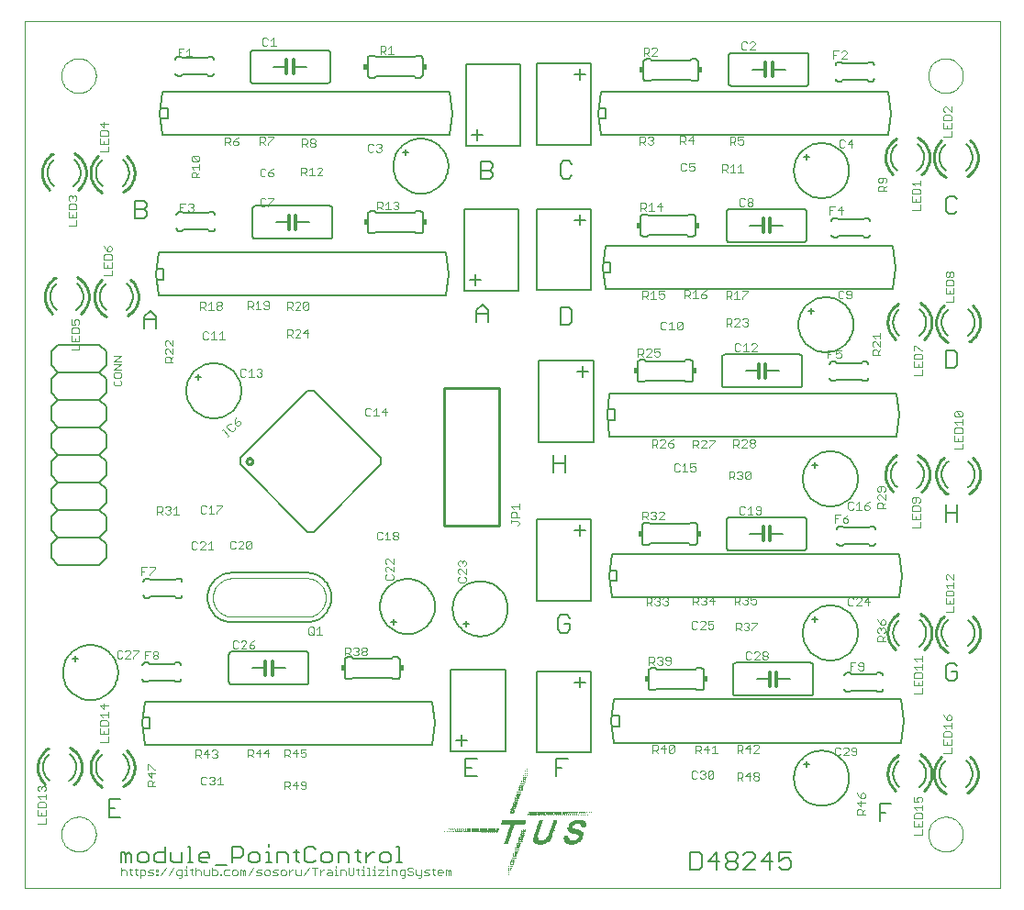
<source format=gto>
G75*
G70*
%OFA0B0*%
%FSLAX24Y24*%
%IPPOS*%
%LPD*%
%AMOC8*
5,1,8,0,0,1.08239X$1,22.5*
%
%ADD10C,0.0000*%
%ADD11R,0.0015X0.0015*%
%ADD12R,0.0030X0.0015*%
%ADD13R,0.0045X0.0015*%
%ADD14R,0.0060X0.0015*%
%ADD15R,0.0195X0.0015*%
%ADD16R,0.0165X0.0015*%
%ADD17R,0.0090X0.0015*%
%ADD18R,0.0315X0.0015*%
%ADD19R,0.0300X0.0015*%
%ADD20R,0.0390X0.0015*%
%ADD21R,0.0375X0.0015*%
%ADD22R,0.0435X0.0015*%
%ADD23R,0.0420X0.0015*%
%ADD24R,0.0480X0.0015*%
%ADD25R,0.0465X0.0015*%
%ADD26R,0.0510X0.0015*%
%ADD27R,0.0555X0.0015*%
%ADD28R,0.0540X0.0015*%
%ADD29R,0.0570X0.0015*%
%ADD30R,0.0600X0.0015*%
%ADD31R,0.0240X0.0015*%
%ADD32R,0.0225X0.0015*%
%ADD33R,0.0210X0.0015*%
%ADD34R,0.0135X0.0015*%
%ADD35R,0.0180X0.0015*%
%ADD36R,0.0150X0.0015*%
%ADD37R,0.0270X0.0015*%
%ADD38R,0.0450X0.0015*%
%ADD39R,0.0525X0.0015*%
%ADD40R,0.0330X0.0015*%
%ADD41R,0.0855X0.0015*%
%ADD42R,0.0870X0.0015*%
%ADD43R,0.0405X0.0015*%
%ADD44R,0.0360X0.0015*%
%ADD45R,0.0285X0.0015*%
%ADD46R,0.0675X0.0015*%
%ADD47C,0.0070*%
%ADD48C,0.0030*%
%ADD49C,0.0060*%
%ADD50C,0.0050*%
%ADD51C,0.0020*%
%ADD52R,0.0150X0.0200*%
%ADD53C,0.0120*%
%ADD54C,0.0100*%
%ADD55C,0.0080*%
D10*
X001140Y001460D02*
X001140Y032956D01*
X036573Y032956D01*
X036573Y001460D01*
X001140Y001460D01*
X002479Y003429D02*
X002481Y003479D01*
X002487Y003529D01*
X002497Y003578D01*
X002511Y003626D01*
X002528Y003673D01*
X002549Y003718D01*
X002574Y003762D01*
X002602Y003803D01*
X002634Y003842D01*
X002668Y003879D01*
X002705Y003913D01*
X002745Y003943D01*
X002787Y003970D01*
X002831Y003994D01*
X002877Y004015D01*
X002924Y004031D01*
X002972Y004044D01*
X003022Y004053D01*
X003071Y004058D01*
X003122Y004059D01*
X003172Y004056D01*
X003221Y004049D01*
X003270Y004038D01*
X003318Y004023D01*
X003364Y004005D01*
X003409Y003983D01*
X003452Y003957D01*
X003493Y003928D01*
X003532Y003896D01*
X003568Y003861D01*
X003600Y003823D01*
X003630Y003783D01*
X003657Y003740D01*
X003680Y003696D01*
X003699Y003650D01*
X003715Y003602D01*
X003727Y003553D01*
X003735Y003504D01*
X003739Y003454D01*
X003739Y003404D01*
X003735Y003354D01*
X003727Y003305D01*
X003715Y003256D01*
X003699Y003208D01*
X003680Y003162D01*
X003657Y003118D01*
X003630Y003075D01*
X003600Y003035D01*
X003568Y002997D01*
X003532Y002962D01*
X003493Y002930D01*
X003452Y002901D01*
X003409Y002875D01*
X003364Y002853D01*
X003318Y002835D01*
X003270Y002820D01*
X003221Y002809D01*
X003172Y002802D01*
X003122Y002799D01*
X003071Y002800D01*
X003022Y002805D01*
X002972Y002814D01*
X002924Y002827D01*
X002877Y002843D01*
X002831Y002864D01*
X002787Y002888D01*
X002745Y002915D01*
X002705Y002945D01*
X002668Y002979D01*
X002634Y003016D01*
X002602Y003055D01*
X002574Y003096D01*
X002549Y003140D01*
X002528Y003185D01*
X002511Y003232D01*
X002497Y003280D01*
X002487Y003329D01*
X002481Y003379D01*
X002479Y003429D01*
X002479Y030988D02*
X002481Y031038D01*
X002487Y031088D01*
X002497Y031137D01*
X002511Y031185D01*
X002528Y031232D01*
X002549Y031277D01*
X002574Y031321D01*
X002602Y031362D01*
X002634Y031401D01*
X002668Y031438D01*
X002705Y031472D01*
X002745Y031502D01*
X002787Y031529D01*
X002831Y031553D01*
X002877Y031574D01*
X002924Y031590D01*
X002972Y031603D01*
X003022Y031612D01*
X003071Y031617D01*
X003122Y031618D01*
X003172Y031615D01*
X003221Y031608D01*
X003270Y031597D01*
X003318Y031582D01*
X003364Y031564D01*
X003409Y031542D01*
X003452Y031516D01*
X003493Y031487D01*
X003532Y031455D01*
X003568Y031420D01*
X003600Y031382D01*
X003630Y031342D01*
X003657Y031299D01*
X003680Y031255D01*
X003699Y031209D01*
X003715Y031161D01*
X003727Y031112D01*
X003735Y031063D01*
X003739Y031013D01*
X003739Y030963D01*
X003735Y030913D01*
X003727Y030864D01*
X003715Y030815D01*
X003699Y030767D01*
X003680Y030721D01*
X003657Y030677D01*
X003630Y030634D01*
X003600Y030594D01*
X003568Y030556D01*
X003532Y030521D01*
X003493Y030489D01*
X003452Y030460D01*
X003409Y030434D01*
X003364Y030412D01*
X003318Y030394D01*
X003270Y030379D01*
X003221Y030368D01*
X003172Y030361D01*
X003122Y030358D01*
X003071Y030359D01*
X003022Y030364D01*
X002972Y030373D01*
X002924Y030386D01*
X002877Y030402D01*
X002831Y030423D01*
X002787Y030447D01*
X002745Y030474D01*
X002705Y030504D01*
X002668Y030538D01*
X002634Y030575D01*
X002602Y030614D01*
X002574Y030655D01*
X002549Y030699D01*
X002528Y030744D01*
X002511Y030791D01*
X002497Y030839D01*
X002487Y030888D01*
X002481Y030938D01*
X002479Y030988D01*
X033975Y030988D02*
X033977Y031038D01*
X033983Y031088D01*
X033993Y031137D01*
X034007Y031185D01*
X034024Y031232D01*
X034045Y031277D01*
X034070Y031321D01*
X034098Y031362D01*
X034130Y031401D01*
X034164Y031438D01*
X034201Y031472D01*
X034241Y031502D01*
X034283Y031529D01*
X034327Y031553D01*
X034373Y031574D01*
X034420Y031590D01*
X034468Y031603D01*
X034518Y031612D01*
X034567Y031617D01*
X034618Y031618D01*
X034668Y031615D01*
X034717Y031608D01*
X034766Y031597D01*
X034814Y031582D01*
X034860Y031564D01*
X034905Y031542D01*
X034948Y031516D01*
X034989Y031487D01*
X035028Y031455D01*
X035064Y031420D01*
X035096Y031382D01*
X035126Y031342D01*
X035153Y031299D01*
X035176Y031255D01*
X035195Y031209D01*
X035211Y031161D01*
X035223Y031112D01*
X035231Y031063D01*
X035235Y031013D01*
X035235Y030963D01*
X035231Y030913D01*
X035223Y030864D01*
X035211Y030815D01*
X035195Y030767D01*
X035176Y030721D01*
X035153Y030677D01*
X035126Y030634D01*
X035096Y030594D01*
X035064Y030556D01*
X035028Y030521D01*
X034989Y030489D01*
X034948Y030460D01*
X034905Y030434D01*
X034860Y030412D01*
X034814Y030394D01*
X034766Y030379D01*
X034717Y030368D01*
X034668Y030361D01*
X034618Y030358D01*
X034567Y030359D01*
X034518Y030364D01*
X034468Y030373D01*
X034420Y030386D01*
X034373Y030402D01*
X034327Y030423D01*
X034283Y030447D01*
X034241Y030474D01*
X034201Y030504D01*
X034164Y030538D01*
X034130Y030575D01*
X034098Y030614D01*
X034070Y030655D01*
X034045Y030699D01*
X034024Y030744D01*
X034007Y030791D01*
X033993Y030839D01*
X033983Y030888D01*
X033977Y030938D01*
X033975Y030988D01*
X033975Y003429D02*
X033977Y003479D01*
X033983Y003529D01*
X033993Y003578D01*
X034007Y003626D01*
X034024Y003673D01*
X034045Y003718D01*
X034070Y003762D01*
X034098Y003803D01*
X034130Y003842D01*
X034164Y003879D01*
X034201Y003913D01*
X034241Y003943D01*
X034283Y003970D01*
X034327Y003994D01*
X034373Y004015D01*
X034420Y004031D01*
X034468Y004044D01*
X034518Y004053D01*
X034567Y004058D01*
X034618Y004059D01*
X034668Y004056D01*
X034717Y004049D01*
X034766Y004038D01*
X034814Y004023D01*
X034860Y004005D01*
X034905Y003983D01*
X034948Y003957D01*
X034989Y003928D01*
X035028Y003896D01*
X035064Y003861D01*
X035096Y003823D01*
X035126Y003783D01*
X035153Y003740D01*
X035176Y003696D01*
X035195Y003650D01*
X035211Y003602D01*
X035223Y003553D01*
X035231Y003504D01*
X035235Y003454D01*
X035235Y003404D01*
X035231Y003354D01*
X035223Y003305D01*
X035211Y003256D01*
X035195Y003208D01*
X035176Y003162D01*
X035153Y003118D01*
X035126Y003075D01*
X035096Y003035D01*
X035064Y002997D01*
X035028Y002962D01*
X034989Y002930D01*
X034948Y002901D01*
X034905Y002875D01*
X034860Y002853D01*
X034814Y002835D01*
X034766Y002820D01*
X034717Y002809D01*
X034668Y002802D01*
X034618Y002799D01*
X034567Y002800D01*
X034518Y002805D01*
X034468Y002814D01*
X034420Y002827D01*
X034373Y002843D01*
X034327Y002864D01*
X034283Y002888D01*
X034241Y002915D01*
X034201Y002945D01*
X034164Y002979D01*
X034130Y003016D01*
X034098Y003055D01*
X034070Y003096D01*
X034045Y003140D01*
X034024Y003185D01*
X034007Y003232D01*
X033993Y003280D01*
X033983Y003329D01*
X033977Y003379D01*
X033975Y003429D01*
D11*
X021755Y004190D03*
X021605Y004115D03*
X021530Y004115D03*
X021530Y004175D03*
X021455Y004175D03*
X021455Y004115D03*
X021380Y004115D03*
X021380Y004175D03*
X021305Y004175D03*
X021305Y004205D03*
X021230Y004205D03*
X021230Y004175D03*
X021230Y004130D03*
X021155Y004130D03*
X021155Y004175D03*
X021080Y004175D03*
X020405Y004145D03*
X020330Y004145D03*
X020330Y004220D03*
X020255Y004220D03*
X020180Y004220D03*
X020180Y004160D03*
X020180Y004145D03*
X020255Y004145D03*
X020105Y004145D03*
X020105Y004160D03*
X020105Y004220D03*
X020030Y004220D03*
X020030Y004160D03*
X020030Y004145D03*
X019955Y004145D03*
X019955Y004160D03*
X019955Y004220D03*
X019880Y004220D03*
X019880Y004160D03*
X019880Y004145D03*
X019805Y004160D03*
X019805Y004220D03*
X019730Y004220D03*
X019730Y004160D03*
X019655Y004160D03*
X019580Y004160D03*
X019505Y004160D03*
X019445Y004115D03*
X018965Y004325D03*
X018980Y004385D03*
X018980Y004445D03*
X018980Y004460D03*
X018980Y004520D03*
X018980Y004535D03*
X018980Y004595D03*
X018980Y004610D03*
X018980Y004670D03*
X018980Y004685D03*
X018995Y004730D03*
X019010Y004790D03*
X019055Y004820D03*
X019130Y004820D03*
X019115Y004730D03*
X019115Y004715D03*
X019055Y004745D03*
X019055Y004670D03*
X019055Y004610D03*
X019055Y004595D03*
X019040Y004505D03*
X018920Y004550D03*
X018905Y004460D03*
X018905Y004445D03*
X018905Y004385D03*
X018860Y004355D03*
X018845Y004310D03*
X018830Y004295D03*
X018905Y004310D03*
X018905Y004160D03*
X019280Y003560D03*
X019235Y003530D03*
X019220Y003500D03*
X019220Y003485D03*
X019205Y003470D03*
X019205Y003335D03*
X019205Y003320D03*
X019265Y003320D03*
X019265Y003305D03*
X019265Y003275D03*
X019280Y003335D03*
X019205Y003260D03*
X019205Y003245D03*
X019205Y003185D03*
X019205Y003170D03*
X019130Y003170D03*
X019130Y003185D03*
X019130Y003245D03*
X019130Y003260D03*
X019130Y003110D03*
X019130Y003095D03*
X019130Y003035D03*
X019130Y003020D03*
X019130Y002960D03*
X019130Y002945D03*
X019055Y002945D03*
X019010Y002915D03*
X018995Y002900D03*
X019055Y003020D03*
X019190Y003080D03*
X019115Y002840D03*
X018920Y002690D03*
X018920Y002675D03*
X018980Y002525D03*
X018965Y002480D03*
X018965Y002465D03*
X018905Y002450D03*
X018830Y002405D03*
X018830Y002375D03*
X018830Y002330D03*
X018830Y002300D03*
X018830Y002255D03*
X018830Y002225D03*
X018890Y002240D03*
X018905Y002300D03*
X018905Y002330D03*
X018755Y002225D03*
X018755Y002150D03*
X018755Y002075D03*
X018830Y002150D03*
X018755Y001940D03*
X018305Y003485D03*
X018230Y003485D03*
X018155Y003485D03*
X018155Y003560D03*
X018080Y003560D03*
X018080Y003545D03*
X018080Y003485D03*
X018005Y003485D03*
X018005Y003545D03*
X018005Y003560D03*
X017930Y003560D03*
X017930Y003545D03*
X017930Y003485D03*
X017855Y003485D03*
X017855Y003545D03*
X017855Y003560D03*
X017780Y003560D03*
X017780Y003545D03*
X017780Y003485D03*
X017705Y003545D03*
X017705Y003560D03*
X017630Y003545D03*
X017030Y003575D03*
X016955Y003575D03*
X016880Y003575D03*
X016880Y003530D03*
X016880Y003500D03*
X016955Y003500D03*
X016805Y003500D03*
X016805Y003530D03*
X016805Y003575D03*
X016730Y003575D03*
X016655Y003575D03*
X016655Y003590D03*
X016580Y003590D03*
X016505Y003515D03*
X016430Y003515D03*
X016655Y003500D03*
X016730Y003500D03*
X019130Y005105D03*
X019145Y005150D03*
X019145Y005165D03*
X019265Y005150D03*
X019280Y005225D03*
X019280Y005300D03*
X019340Y005315D03*
X019355Y005375D03*
X019355Y005405D03*
X019355Y005450D03*
X019355Y005480D03*
X019355Y005525D03*
X019415Y005540D03*
X019430Y005600D03*
X019355Y005600D03*
X019355Y005690D03*
X019430Y005765D03*
X019280Y005540D03*
X019280Y005525D03*
X019280Y005480D03*
X019280Y005450D03*
X019280Y005405D03*
X019280Y005375D03*
X019205Y005330D03*
X019190Y004925D03*
X019355Y003560D03*
X019340Y003500D03*
D12*
X019348Y003530D03*
X019348Y003545D03*
X019273Y003545D03*
X019288Y003485D03*
X019273Y003470D03*
X019288Y003410D03*
X019273Y003395D03*
X019273Y003350D03*
X019213Y003410D03*
X019198Y003395D03*
X019153Y003305D03*
X019138Y003275D03*
X019198Y003125D03*
X019063Y003080D03*
X019063Y003050D03*
X019123Y002930D03*
X019123Y002915D03*
X019123Y002900D03*
X018988Y002855D03*
X018988Y002825D03*
X019048Y002750D03*
X019048Y002705D03*
X019048Y002690D03*
X018913Y002630D03*
X018913Y002600D03*
X018898Y002555D03*
X018913Y002525D03*
X018898Y002480D03*
X018838Y002465D03*
X018838Y002450D03*
X018898Y002405D03*
X018913Y002375D03*
X018898Y002315D03*
X018763Y002240D03*
X018748Y002165D03*
X018748Y002090D03*
X018823Y002090D03*
X018748Y002015D03*
X018973Y002555D03*
X018373Y003575D03*
X018373Y003590D03*
X018313Y003560D03*
X018298Y003545D03*
X018238Y003560D03*
X018223Y003545D03*
X018148Y003545D03*
X018838Y004160D03*
X018898Y004175D03*
X018898Y004220D03*
X018913Y004235D03*
X018898Y004295D03*
X018838Y004325D03*
X018898Y004370D03*
X018973Y004370D03*
X018973Y004355D03*
X018913Y004505D03*
X019048Y004550D03*
X019048Y004580D03*
X018988Y004700D03*
X019123Y004775D03*
X019063Y004925D03*
X019198Y004940D03*
X019198Y004955D03*
X019198Y005000D03*
X019138Y005075D03*
X019198Y005105D03*
X019198Y005180D03*
X019213Y005225D03*
X019198Y005255D03*
X019213Y005300D03*
X019213Y005315D03*
X019273Y005330D03*
X019273Y005255D03*
X019273Y005180D03*
X019273Y005165D03*
X019348Y005390D03*
X019348Y005540D03*
X019348Y005615D03*
X019423Y005615D03*
X019423Y005690D03*
X019498Y004220D03*
X019573Y004220D03*
X019648Y004220D03*
X019648Y004145D03*
X019723Y004145D03*
X019798Y004145D03*
X019873Y004115D03*
X019948Y004115D03*
X020098Y004115D03*
X020173Y004115D03*
X020248Y004115D03*
X020323Y004115D03*
X020398Y004115D03*
X020473Y004115D03*
X020548Y004115D03*
X020623Y004115D03*
X020698Y004115D03*
X020773Y004115D03*
X020773Y004130D03*
X020848Y004130D03*
X020848Y004115D03*
X020923Y004115D03*
X020923Y004130D03*
X020938Y004175D03*
X020923Y004205D03*
X020998Y004205D03*
X021013Y004175D03*
X020998Y004130D03*
X020998Y004115D03*
X021073Y004115D03*
X021073Y004130D03*
X021073Y004205D03*
X021148Y004205D03*
X021148Y004115D03*
X021223Y004115D03*
X021298Y004115D03*
X021523Y004190D03*
X021598Y004190D03*
X021673Y004190D03*
X020848Y004205D03*
X020773Y004205D03*
X019573Y004145D03*
X019498Y004145D03*
X019453Y004130D03*
X018838Y004235D03*
X018823Y004220D03*
X017188Y003575D03*
X017173Y003590D03*
X017173Y003530D03*
X017113Y003500D03*
X017098Y003530D03*
X017113Y003575D03*
X017098Y003590D03*
X017023Y003590D03*
X017023Y003530D03*
X017038Y003500D03*
X016948Y003530D03*
X016948Y003590D03*
X016873Y003590D03*
X016798Y003590D03*
X016723Y003590D03*
X016648Y003515D03*
X016573Y003515D03*
D13*
X016730Y003515D03*
X016805Y003515D03*
X016880Y003515D03*
X016955Y003515D03*
X017030Y003515D03*
X017105Y003515D03*
X017180Y003515D03*
X017180Y003500D03*
X017255Y003500D03*
X017255Y003515D03*
X017255Y003530D03*
X017255Y003575D03*
X017255Y003590D03*
X017330Y003590D03*
X017330Y003575D03*
X017330Y003530D03*
X017330Y003515D03*
X017330Y003500D03*
X017405Y003500D03*
X017405Y003530D03*
X017405Y003575D03*
X017405Y003590D03*
X017480Y003590D03*
X017480Y003575D03*
X017480Y003530D03*
X017480Y003500D03*
X017555Y003500D03*
X017555Y003530D03*
X017555Y003575D03*
X017555Y003590D03*
X017630Y003590D03*
X017630Y003575D03*
X017630Y003530D03*
X017630Y003500D03*
X017705Y003500D03*
X017705Y003530D03*
X017705Y003575D03*
X017705Y003590D03*
X017780Y003590D03*
X017780Y003575D03*
X017780Y003530D03*
X017780Y003500D03*
X017855Y003500D03*
X017855Y003530D03*
X017855Y003575D03*
X017855Y003590D03*
X017930Y003590D03*
X017930Y003575D03*
X017930Y003500D03*
X018005Y003500D03*
X018005Y003575D03*
X018005Y003590D03*
X018080Y003590D03*
X018080Y003575D03*
X018155Y003575D03*
X018155Y003590D03*
X018230Y003590D03*
X018230Y003575D03*
X018305Y003575D03*
X018305Y003590D03*
X018305Y003500D03*
X018230Y003500D03*
X018155Y003500D03*
X018080Y003500D03*
X018830Y004175D03*
X018830Y004250D03*
X018845Y004280D03*
X018905Y004250D03*
X018905Y004205D03*
X018905Y004325D03*
X018905Y004400D03*
X018980Y004400D03*
X018980Y004430D03*
X018980Y004475D03*
X018980Y004550D03*
X018980Y004580D03*
X018980Y004625D03*
X018980Y004655D03*
X018995Y004715D03*
X019055Y004730D03*
X019055Y004700D03*
X019055Y004655D03*
X019055Y004640D03*
X019055Y004625D03*
X019055Y004775D03*
X019055Y004805D03*
X019055Y004850D03*
X019055Y004880D03*
X019070Y004940D03*
X019130Y004955D03*
X019130Y004925D03*
X019130Y004880D03*
X019130Y004850D03*
X019130Y004805D03*
X019130Y004790D03*
X019130Y005000D03*
X019130Y005015D03*
X019130Y005030D03*
X019130Y005090D03*
X019205Y005090D03*
X019205Y005075D03*
X019205Y005030D03*
X019205Y005015D03*
X019205Y005150D03*
X019205Y005165D03*
X019205Y005240D03*
X019280Y005240D03*
X019280Y005315D03*
X019280Y005390D03*
X019280Y005465D03*
X019355Y005465D03*
X018905Y004475D03*
X019505Y004175D03*
X019505Y004115D03*
X019580Y004115D03*
X019580Y004175D03*
X019655Y004175D03*
X019655Y004115D03*
X019730Y004115D03*
X019730Y004175D03*
X019805Y004175D03*
X019805Y004115D03*
X019880Y004130D03*
X019880Y004175D03*
X019955Y004175D03*
X019955Y004205D03*
X020030Y004205D03*
X020030Y004175D03*
X020030Y004130D03*
X020030Y004115D03*
X020105Y004130D03*
X020105Y004175D03*
X020105Y004205D03*
X020180Y004205D03*
X020180Y004175D03*
X020180Y004130D03*
X020255Y004130D03*
X020255Y004175D03*
X020255Y004205D03*
X020330Y004205D03*
X020330Y004175D03*
X020330Y004130D03*
X020405Y004130D03*
X020405Y004175D03*
X020405Y004205D03*
X020480Y004205D03*
X020480Y004175D03*
X020480Y004130D03*
X020555Y004130D03*
X020555Y004175D03*
X020555Y004205D03*
X020630Y004205D03*
X020630Y004190D03*
X020630Y004175D03*
X020630Y004130D03*
X020705Y004130D03*
X020705Y004175D03*
X020705Y004190D03*
X020705Y004205D03*
X020780Y004190D03*
X020780Y004175D03*
X020855Y004175D03*
X020855Y004190D03*
X020930Y004190D03*
X021005Y004190D03*
X021080Y004190D03*
X021155Y004190D03*
X021230Y004190D03*
X021305Y004190D03*
X021380Y004190D03*
X021455Y004190D03*
X019955Y004130D03*
X019280Y003500D03*
X019220Y003455D03*
X019205Y003425D03*
X019280Y003425D03*
X019280Y003380D03*
X019205Y003350D03*
X019205Y003275D03*
X019205Y003230D03*
X019205Y003200D03*
X019205Y003155D03*
X019205Y003140D03*
X019130Y003155D03*
X019130Y003125D03*
X019130Y003080D03*
X019130Y003050D03*
X019130Y003005D03*
X019130Y002990D03*
X019130Y002975D03*
X019055Y002975D03*
X019055Y003005D03*
X019070Y003065D03*
X019055Y002930D03*
X019055Y002900D03*
X019055Y002855D03*
X019055Y002825D03*
X019055Y002780D03*
X019055Y002765D03*
X018980Y002765D03*
X018980Y002780D03*
X018980Y002750D03*
X018980Y002705D03*
X018980Y002690D03*
X018980Y002675D03*
X018980Y002630D03*
X018980Y002615D03*
X018980Y002600D03*
X018980Y002540D03*
X018905Y002540D03*
X018905Y002615D03*
X018905Y002465D03*
X018905Y002390D03*
X018830Y002390D03*
X018830Y002315D03*
X018830Y002240D03*
X018830Y002165D03*
X018995Y002840D03*
X019130Y003200D03*
D14*
X019138Y003230D03*
X019213Y003305D03*
X019213Y003380D03*
X019288Y003455D03*
X019288Y003530D03*
X019063Y002990D03*
X019063Y002915D03*
X019063Y002840D03*
X018313Y003530D03*
X018238Y003530D03*
X018163Y003530D03*
X018088Y003530D03*
X018013Y003530D03*
X017938Y003530D03*
X017788Y003515D03*
X017713Y003515D03*
X017638Y003515D03*
X017563Y003515D03*
X017488Y003515D03*
X017413Y003515D03*
X018838Y004205D03*
X018913Y004280D03*
X018913Y004355D03*
X018913Y004430D03*
X018988Y004505D03*
X018988Y004640D03*
X019063Y004715D03*
X019063Y004790D03*
X019063Y004865D03*
X019138Y004865D03*
X019138Y004940D03*
X019513Y004130D03*
X019588Y004130D03*
X019663Y004130D03*
X019738Y004130D03*
X019813Y004130D03*
X019813Y004205D03*
X019888Y004205D03*
X019738Y004205D03*
X019663Y004205D03*
X020188Y004190D03*
X020263Y004190D03*
X020338Y004190D03*
X020413Y004190D03*
X020488Y004190D03*
X020563Y004190D03*
D15*
X021035Y003770D03*
X021350Y003380D03*
X021275Y003200D03*
X021020Y003050D03*
X020840Y003230D03*
X020150Y003215D03*
X020135Y003200D03*
X019880Y003050D03*
X019715Y003215D03*
X021455Y003755D03*
D16*
X021470Y003695D03*
X021290Y003920D03*
X021005Y003740D03*
X020990Y003710D03*
X020975Y003680D03*
X020975Y003665D03*
X020975Y003650D03*
X020825Y003320D03*
X020825Y003305D03*
X020825Y003290D03*
X020825Y003275D03*
X021335Y003260D03*
X021335Y003245D03*
X021350Y003275D03*
X021350Y003290D03*
X021365Y003320D03*
X021365Y003335D03*
X021365Y003350D03*
X020360Y003680D03*
X020360Y003695D03*
X020360Y003710D03*
X020375Y003725D03*
X020375Y003740D03*
X020375Y003755D03*
X020390Y003770D03*
X020390Y003785D03*
X020390Y003800D03*
X020405Y003815D03*
X020405Y003830D03*
X020405Y003845D03*
X020420Y003860D03*
X020420Y003875D03*
X020420Y003890D03*
X020435Y003905D03*
X020345Y003665D03*
X020345Y003650D03*
X020345Y003635D03*
X020330Y003620D03*
X020330Y003605D03*
X020330Y003590D03*
X020315Y003575D03*
X020315Y003560D03*
X020300Y003530D03*
X020300Y003515D03*
X020285Y003500D03*
X020285Y003485D03*
X020285Y003470D03*
X020270Y003455D03*
X020270Y003440D03*
X020270Y003425D03*
X020255Y003410D03*
X020255Y003395D03*
X020255Y003380D03*
X020240Y003365D03*
X020240Y003350D03*
X020225Y003335D03*
X020225Y003320D03*
X020210Y003290D03*
X020180Y003245D03*
X019745Y003410D03*
X019745Y003425D03*
X019745Y003440D03*
X019760Y003455D03*
X019760Y003470D03*
X019760Y003485D03*
X019775Y003500D03*
X019775Y003515D03*
X019775Y003530D03*
X019790Y003545D03*
X019790Y003560D03*
X019790Y003575D03*
X019805Y003590D03*
X019805Y003605D03*
X019805Y003620D03*
X019820Y003635D03*
X019820Y003650D03*
X019835Y003680D03*
X019835Y003695D03*
X019850Y003725D03*
X019850Y003740D03*
X019865Y003770D03*
X019865Y003785D03*
X019880Y003815D03*
X019880Y003830D03*
X019895Y003860D03*
X019895Y003875D03*
X019910Y003890D03*
X019910Y003905D03*
X019730Y003395D03*
X019730Y003380D03*
X019730Y003365D03*
X019715Y003335D03*
X019715Y003320D03*
X019715Y003305D03*
X019715Y003290D03*
X019205Y003290D03*
X018770Y003440D03*
X018770Y003455D03*
X018770Y003470D03*
X018785Y003485D03*
X018785Y003500D03*
X018785Y003515D03*
X018800Y003530D03*
X018800Y003545D03*
X018800Y003560D03*
X018815Y003575D03*
X018815Y003590D03*
X018830Y003620D03*
X018830Y003635D03*
X018845Y003665D03*
X018845Y003680D03*
X018860Y003695D03*
X018860Y003710D03*
X018860Y003725D03*
X018875Y003740D03*
X018875Y003755D03*
X018875Y003770D03*
X018755Y003425D03*
X018755Y003410D03*
X018755Y003395D03*
X018740Y003380D03*
X018740Y003365D03*
X018740Y003350D03*
X018725Y003335D03*
X018725Y003320D03*
X018725Y003305D03*
X018710Y003290D03*
X018710Y003275D03*
X018710Y003260D03*
X018695Y003245D03*
X018695Y003230D03*
X018695Y003215D03*
X018680Y003200D03*
X018680Y003185D03*
X018680Y003170D03*
X018665Y003155D03*
X018665Y003140D03*
X018665Y003125D03*
X018650Y003110D03*
X018650Y003095D03*
X018650Y003080D03*
X018635Y003065D03*
X018905Y004340D03*
X018965Y004490D03*
D17*
X019123Y003140D03*
X019153Y003065D03*
D18*
X019880Y003065D03*
X021290Y003425D03*
D19*
X021028Y003065D03*
D20*
X019888Y003080D03*
D21*
X021020Y003080D03*
X021260Y003440D03*
X021080Y003560D03*
D22*
X019895Y003095D03*
D23*
X021028Y003095D03*
X021223Y003455D03*
X021103Y003545D03*
D24*
X021268Y003845D03*
X019903Y003110D03*
D25*
X021035Y003110D03*
X021185Y003485D03*
X021170Y003500D03*
X021155Y003515D03*
X021275Y003860D03*
D26*
X021043Y003125D03*
X019903Y003125D03*
D27*
X019910Y003140D03*
X021260Y003815D03*
D28*
X021043Y003140D03*
D29*
X021043Y003155D03*
X021253Y003800D03*
X019918Y003155D03*
D30*
X019918Y003170D03*
X021058Y003170D03*
D31*
X020878Y003185D03*
X020998Y003605D03*
X020113Y003185D03*
X019738Y003185D03*
D32*
X020855Y003200D03*
X021245Y003185D03*
X021335Y003395D03*
X021425Y003785D03*
X021065Y003785D03*
D33*
X020983Y003620D03*
X020848Y003215D03*
X021448Y003770D03*
X019723Y003200D03*
D34*
X019235Y003365D03*
X019250Y003440D03*
X019175Y003215D03*
X018860Y004190D03*
X018875Y004265D03*
X018935Y004415D03*
X019550Y004205D03*
D35*
X020308Y003545D03*
X020218Y003305D03*
X020203Y003275D03*
X020188Y003260D03*
X020173Y003230D03*
X019708Y003230D03*
X019708Y003245D03*
X019708Y003260D03*
X019708Y003275D03*
X020833Y003260D03*
X020833Y003245D03*
X020968Y003635D03*
X021028Y003755D03*
X021358Y003365D03*
X021313Y003230D03*
X021298Y003215D03*
X021463Y003710D03*
X021463Y003725D03*
X021463Y003740D03*
D36*
X021463Y003680D03*
X021463Y003665D03*
X021358Y003305D03*
X020833Y003335D03*
X020983Y003695D03*
X020998Y003725D03*
X019888Y003845D03*
X019873Y003800D03*
X019858Y003755D03*
X019843Y003710D03*
X019828Y003665D03*
X019723Y003350D03*
X019288Y003515D03*
X018838Y003650D03*
X018823Y003605D03*
X018988Y004565D03*
D37*
X021013Y003590D03*
X021313Y003410D03*
D38*
X021208Y003470D03*
X021133Y003530D03*
D39*
X021260Y003830D03*
X018095Y003515D03*
D40*
X021043Y003575D03*
D41*
X018935Y003905D03*
X018920Y003875D03*
X018920Y003860D03*
X018905Y003830D03*
X018905Y003815D03*
X018890Y003785D03*
D42*
X018898Y003800D03*
X018913Y003845D03*
X018928Y003890D03*
D43*
X021275Y003875D03*
D44*
X021283Y003890D03*
D45*
X021290Y003905D03*
D46*
X019805Y004190D03*
D47*
X014766Y002981D02*
X014766Y002390D01*
X014864Y002390D02*
X014667Y002390D01*
X014453Y002488D02*
X014453Y002685D01*
X014355Y002784D01*
X014158Y002784D01*
X014060Y002685D01*
X014060Y002488D01*
X014158Y002390D01*
X014355Y002390D01*
X014453Y002488D01*
X014667Y002981D02*
X014766Y002981D01*
X013848Y002784D02*
X013750Y002784D01*
X013553Y002587D01*
X013553Y002390D02*
X013553Y002784D01*
X013345Y002784D02*
X013148Y002784D01*
X013246Y002882D02*
X013246Y002488D01*
X013345Y002390D01*
X012934Y002390D02*
X012934Y002685D01*
X012836Y002784D01*
X012540Y002784D01*
X012540Y002390D01*
X012326Y002488D02*
X012326Y002685D01*
X012228Y002784D01*
X012031Y002784D01*
X011933Y002685D01*
X011933Y002488D01*
X012031Y002390D01*
X012228Y002390D01*
X012326Y002488D01*
X011719Y002488D02*
X011620Y002390D01*
X011423Y002390D01*
X011325Y002488D01*
X011325Y002882D01*
X011423Y002981D01*
X011620Y002981D01*
X011719Y002882D01*
X011117Y002784D02*
X010920Y002784D01*
X011018Y002882D02*
X011018Y002488D01*
X011117Y002390D01*
X010706Y002390D02*
X010706Y002685D01*
X010607Y002784D01*
X010312Y002784D01*
X010312Y002390D01*
X010104Y002390D02*
X009907Y002390D01*
X010005Y002390D02*
X010005Y002784D01*
X009907Y002784D01*
X010005Y002981D02*
X010005Y003079D01*
X009693Y002685D02*
X009594Y002784D01*
X009398Y002784D01*
X009299Y002685D01*
X009299Y002488D01*
X009398Y002390D01*
X009594Y002390D01*
X009693Y002488D01*
X009693Y002685D01*
X009085Y002685D02*
X008987Y002587D01*
X008691Y002587D01*
X008691Y002390D02*
X008691Y002981D01*
X008987Y002981D01*
X009085Y002882D01*
X009085Y002685D01*
X008477Y002292D02*
X008084Y002292D01*
X007771Y002390D02*
X007574Y002390D01*
X007476Y002488D01*
X007476Y002685D01*
X007574Y002784D01*
X007771Y002784D01*
X007870Y002685D01*
X007870Y002587D01*
X007476Y002587D01*
X007268Y002390D02*
X007071Y002390D01*
X007169Y002390D02*
X007169Y002981D01*
X007071Y002981D01*
X006857Y002784D02*
X006857Y002390D01*
X006562Y002390D01*
X006463Y002488D01*
X006463Y002784D01*
X006249Y002784D02*
X005954Y002784D01*
X005855Y002685D01*
X005855Y002488D01*
X005954Y002390D01*
X006249Y002390D01*
X006249Y002981D01*
X005641Y002685D02*
X005543Y002784D01*
X005346Y002784D01*
X005248Y002685D01*
X005248Y002488D01*
X005346Y002390D01*
X005543Y002390D01*
X005641Y002488D01*
X005641Y002685D01*
X005034Y002685D02*
X005034Y002390D01*
X004837Y002390D02*
X004837Y002685D01*
X004935Y002784D01*
X005034Y002685D01*
X004837Y002685D02*
X004738Y002784D01*
X004640Y002784D01*
X004640Y002390D01*
D48*
X004655Y002220D02*
X004655Y001930D01*
X004655Y002075D02*
X004703Y002123D01*
X004800Y002123D01*
X004848Y002075D01*
X004848Y001930D01*
X004998Y001978D02*
X004998Y002172D01*
X004950Y002123D02*
X005046Y002123D01*
X005146Y002123D02*
X005243Y002123D01*
X005194Y002172D02*
X005194Y001978D01*
X005243Y001930D01*
X005343Y001930D02*
X005488Y001930D01*
X005536Y001978D01*
X005536Y002075D01*
X005488Y002123D01*
X005343Y002123D01*
X005343Y001833D01*
X005637Y001930D02*
X005782Y001930D01*
X005831Y001978D01*
X005782Y002027D01*
X005686Y002027D01*
X005637Y002075D01*
X005686Y002123D01*
X005831Y002123D01*
X005932Y002123D02*
X005932Y002075D01*
X005980Y002075D01*
X005980Y002123D01*
X005932Y002123D01*
X005932Y001978D02*
X005932Y001930D01*
X005980Y001930D01*
X005980Y001978D01*
X005932Y001978D01*
X006079Y001930D02*
X006273Y002220D01*
X006567Y002220D02*
X006374Y001930D01*
X006668Y001978D02*
X006668Y002075D01*
X006717Y002123D01*
X006862Y002123D01*
X006862Y001882D01*
X006814Y001833D01*
X006765Y001833D01*
X006717Y001930D02*
X006862Y001930D01*
X006963Y001930D02*
X007060Y001930D01*
X007011Y001930D02*
X007011Y002123D01*
X006963Y002123D01*
X007011Y002220D02*
X007011Y002269D01*
X007160Y002123D02*
X007256Y002123D01*
X007208Y002172D02*
X007208Y001978D01*
X007256Y001930D01*
X007356Y001930D02*
X007356Y002220D01*
X007404Y002123D02*
X007501Y002123D01*
X007549Y002075D01*
X007549Y001930D01*
X007651Y001978D02*
X007699Y001930D01*
X007844Y001930D01*
X007844Y002123D01*
X007945Y002123D02*
X008090Y002123D01*
X008139Y002075D01*
X008139Y001978D01*
X008090Y001930D01*
X007945Y001930D01*
X007945Y002220D01*
X007651Y002123D02*
X007651Y001978D01*
X007404Y002123D02*
X007356Y002075D01*
X006717Y001930D02*
X006668Y001978D01*
X008240Y001978D02*
X008288Y001978D01*
X008288Y001930D01*
X008240Y001930D01*
X008240Y001978D01*
X008387Y001978D02*
X008436Y001930D01*
X008581Y001930D01*
X008682Y001978D02*
X008730Y001930D01*
X008827Y001930D01*
X008875Y001978D01*
X008875Y002075D01*
X008827Y002123D01*
X008730Y002123D01*
X008682Y002075D01*
X008682Y001978D01*
X008581Y002123D02*
X008436Y002123D01*
X008387Y002075D01*
X008387Y001978D01*
X008977Y001930D02*
X008977Y002123D01*
X009025Y002123D01*
X009073Y002075D01*
X009122Y002123D01*
X009170Y002075D01*
X009170Y001930D01*
X009073Y001930D02*
X009073Y002075D01*
X009271Y001930D02*
X009465Y002220D01*
X009566Y002075D02*
X009614Y002123D01*
X009759Y002123D01*
X009711Y002027D02*
X009614Y002027D01*
X009566Y002075D01*
X009566Y001930D02*
X009711Y001930D01*
X009759Y001978D01*
X009711Y002027D01*
X009861Y002075D02*
X009861Y001978D01*
X009909Y001930D01*
X010006Y001930D01*
X010054Y001978D01*
X010054Y002075D01*
X010006Y002123D01*
X009909Y002123D01*
X009861Y002075D01*
X010155Y002075D02*
X010204Y002027D01*
X010300Y002027D01*
X010349Y001978D01*
X010300Y001930D01*
X010155Y001930D01*
X010155Y002075D02*
X010204Y002123D01*
X010349Y002123D01*
X010450Y002075D02*
X010450Y001978D01*
X010498Y001930D01*
X010595Y001930D01*
X010643Y001978D01*
X010643Y002075D01*
X010595Y002123D01*
X010498Y002123D01*
X010450Y002075D01*
X010744Y002027D02*
X010841Y002123D01*
X010890Y002123D01*
X010990Y002123D02*
X010990Y001978D01*
X011038Y001930D01*
X011184Y001930D01*
X011184Y002123D01*
X011285Y001930D02*
X011478Y002220D01*
X011579Y002220D02*
X011773Y002220D01*
X011676Y002220D02*
X011676Y001930D01*
X011874Y001930D02*
X011874Y002123D01*
X011874Y002027D02*
X011971Y002123D01*
X012019Y002123D01*
X012168Y002123D02*
X012265Y002123D01*
X012313Y002075D01*
X012313Y001930D01*
X012168Y001930D01*
X012120Y001978D01*
X012168Y002027D01*
X012313Y002027D01*
X012414Y002123D02*
X012463Y002123D01*
X012463Y001930D01*
X012511Y001930D02*
X012414Y001930D01*
X012611Y001930D02*
X012611Y002123D01*
X012756Y002123D01*
X012804Y002075D01*
X012804Y001930D01*
X012905Y001978D02*
X012954Y001930D01*
X013050Y001930D01*
X013099Y001978D01*
X013099Y002220D01*
X013200Y002123D02*
X013297Y002123D01*
X013248Y002172D02*
X013248Y001978D01*
X013297Y001930D01*
X013396Y001930D02*
X013493Y001930D01*
X013445Y001930D02*
X013445Y002123D01*
X013396Y002123D01*
X013445Y002220D02*
X013445Y002269D01*
X013593Y002220D02*
X013641Y002220D01*
X013641Y001930D01*
X013593Y001930D02*
X013690Y001930D01*
X013789Y001930D02*
X013886Y001930D01*
X013838Y001930D02*
X013838Y002123D01*
X013789Y002123D01*
X013838Y002220D02*
X013838Y002269D01*
X013986Y002123D02*
X014179Y002123D01*
X013986Y001930D01*
X014179Y001930D01*
X014280Y001930D02*
X014377Y001930D01*
X014329Y001930D02*
X014329Y002123D01*
X014280Y002123D01*
X014329Y002220D02*
X014329Y002269D01*
X014477Y002123D02*
X014622Y002123D01*
X014670Y002075D01*
X014670Y001930D01*
X014771Y001978D02*
X014820Y001930D01*
X014965Y001930D01*
X014965Y001882D02*
X014965Y002123D01*
X014820Y002123D01*
X014771Y002075D01*
X014771Y001978D01*
X014868Y001833D02*
X014916Y001833D01*
X014965Y001882D01*
X015066Y001978D02*
X015114Y001930D01*
X015211Y001930D01*
X015260Y001978D01*
X015260Y002027D01*
X015211Y002075D01*
X015114Y002075D01*
X015066Y002123D01*
X015066Y002172D01*
X015114Y002220D01*
X015211Y002220D01*
X015260Y002172D01*
X015361Y002123D02*
X015361Y001978D01*
X015409Y001930D01*
X015554Y001930D01*
X015554Y001882D02*
X015506Y001833D01*
X015457Y001833D01*
X015554Y001882D02*
X015554Y002123D01*
X015655Y002075D02*
X015704Y002123D01*
X015849Y002123D01*
X015950Y002123D02*
X016047Y002123D01*
X015998Y002172D02*
X015998Y001978D01*
X016047Y001930D01*
X016146Y001978D02*
X016146Y002075D01*
X016195Y002123D01*
X016292Y002123D01*
X016340Y002075D01*
X016340Y002027D01*
X016146Y002027D01*
X016146Y001978D02*
X016195Y001930D01*
X016292Y001930D01*
X016441Y001930D02*
X016441Y002123D01*
X016489Y002123D01*
X016538Y002075D01*
X016586Y002123D01*
X016635Y002075D01*
X016635Y001930D01*
X016538Y001930D02*
X016538Y002075D01*
X015849Y001978D02*
X015800Y002027D01*
X015704Y002027D01*
X015655Y002075D01*
X015655Y001930D02*
X015800Y001930D01*
X015849Y001978D01*
X014477Y001930D02*
X014477Y002123D01*
X012905Y002220D02*
X012905Y001978D01*
X012463Y002220D02*
X012463Y002269D01*
X010744Y002123D02*
X010744Y001930D01*
X010778Y005065D02*
X010682Y005162D01*
X010730Y005162D02*
X010585Y005162D01*
X010585Y005065D02*
X010585Y005355D01*
X010730Y005355D01*
X010778Y005307D01*
X010778Y005210D01*
X010730Y005162D01*
X010880Y005210D02*
X011073Y005210D01*
X011174Y005258D02*
X011223Y005210D01*
X011368Y005210D01*
X011368Y005113D02*
X011368Y005307D01*
X011319Y005355D01*
X011223Y005355D01*
X011174Y005307D01*
X011174Y005258D01*
X011174Y005113D02*
X011223Y005065D01*
X011319Y005065D01*
X011368Y005113D01*
X011025Y005065D02*
X011025Y005355D01*
X010880Y005210D01*
X010778Y006225D02*
X010682Y006322D01*
X010730Y006322D02*
X010585Y006322D01*
X010585Y006225D02*
X010585Y006515D01*
X010730Y006515D01*
X010778Y006467D01*
X010778Y006370D01*
X010730Y006322D01*
X010880Y006370D02*
X011073Y006370D01*
X011174Y006370D02*
X011174Y006515D01*
X011368Y006515D01*
X011319Y006418D02*
X011368Y006370D01*
X011368Y006273D01*
X011319Y006225D01*
X011223Y006225D01*
X011174Y006273D01*
X011174Y006370D02*
X011271Y006418D01*
X011319Y006418D01*
X011025Y006515D02*
X010880Y006370D01*
X011025Y006225D02*
X011025Y006515D01*
X010028Y006370D02*
X009834Y006370D01*
X009979Y006515D01*
X009979Y006225D01*
X009733Y006370D02*
X009540Y006370D01*
X009685Y006515D01*
X009685Y006225D01*
X009438Y006225D02*
X009342Y006322D01*
X009390Y006322D02*
X009245Y006322D01*
X009245Y006225D02*
X009245Y006515D01*
X009390Y006515D01*
X009438Y006467D01*
X009438Y006370D01*
X009390Y006322D01*
X008144Y006302D02*
X008144Y006253D01*
X008095Y006205D01*
X007999Y006205D01*
X007950Y006253D01*
X008047Y006350D02*
X008095Y006350D01*
X008144Y006302D01*
X008095Y006350D02*
X008144Y006398D01*
X008144Y006447D01*
X008095Y006495D01*
X007999Y006495D01*
X007950Y006447D01*
X007849Y006350D02*
X007656Y006350D01*
X007801Y006495D01*
X007801Y006205D01*
X007555Y006205D02*
X007458Y006302D01*
X007506Y006302D02*
X007361Y006302D01*
X007361Y006205D02*
X007361Y006495D01*
X007506Y006495D01*
X007555Y006447D01*
X007555Y006350D01*
X007506Y006302D01*
X007609Y005515D02*
X007561Y005467D01*
X007561Y005273D01*
X007609Y005225D01*
X007706Y005225D01*
X007755Y005273D01*
X007856Y005273D02*
X007904Y005225D01*
X008001Y005225D01*
X008049Y005273D01*
X008049Y005322D01*
X008001Y005370D01*
X007952Y005370D01*
X008001Y005370D02*
X008049Y005418D01*
X008049Y005467D01*
X008001Y005515D01*
X007904Y005515D01*
X007856Y005467D01*
X007755Y005467D02*
X007706Y005515D01*
X007609Y005515D01*
X008150Y005418D02*
X008247Y005515D01*
X008247Y005225D01*
X008150Y005225D02*
X008344Y005225D01*
X005895Y005185D02*
X005605Y005185D01*
X005605Y005330D01*
X005653Y005378D01*
X005750Y005378D01*
X005798Y005330D01*
X005798Y005185D01*
X005798Y005282D02*
X005895Y005378D01*
X005750Y005480D02*
X005750Y005673D01*
X005847Y005774D02*
X005895Y005774D01*
X005847Y005774D02*
X005653Y005968D01*
X005605Y005968D01*
X005605Y005774D01*
X005605Y005625D02*
X005750Y005480D01*
X005895Y005625D02*
X005605Y005625D01*
X004175Y006785D02*
X004175Y006978D01*
X004175Y007080D02*
X004175Y007273D01*
X004175Y007374D02*
X004175Y007519D01*
X004127Y007568D01*
X003933Y007568D01*
X003885Y007519D01*
X003885Y007374D01*
X004175Y007374D01*
X004030Y007176D02*
X004030Y007080D01*
X003885Y007080D02*
X004175Y007080D01*
X003885Y007080D02*
X003885Y007273D01*
X003982Y007669D02*
X003885Y007766D01*
X004175Y007766D01*
X004175Y007862D02*
X004175Y007669D01*
X004030Y007964D02*
X004030Y008157D01*
X004175Y008109D02*
X003885Y008109D01*
X004030Y007964D01*
X003885Y006785D02*
X004175Y006785D01*
X001915Y005135D02*
X001915Y005039D01*
X001867Y004990D01*
X001915Y004889D02*
X001915Y004696D01*
X001915Y004792D02*
X001625Y004792D01*
X001722Y004696D01*
X001673Y004595D02*
X001625Y004546D01*
X001625Y004401D01*
X001915Y004401D01*
X001915Y004546D01*
X001867Y004595D01*
X001673Y004595D01*
X001625Y004300D02*
X001625Y004106D01*
X001915Y004106D01*
X001915Y004300D01*
X001770Y004203D02*
X001770Y004106D01*
X001915Y004005D02*
X001915Y003812D01*
X001625Y003812D01*
X001673Y004990D02*
X001625Y005039D01*
X001625Y005135D01*
X001673Y005184D01*
X001722Y005184D01*
X001770Y005135D01*
X001818Y005184D01*
X001867Y005184D01*
X001915Y005135D01*
X001770Y005135D02*
X001770Y005087D01*
X004998Y001978D02*
X005046Y001930D01*
X005515Y009790D02*
X005515Y010080D01*
X005708Y010080D01*
X005810Y010032D02*
X005810Y009983D01*
X005858Y009935D01*
X005955Y009935D01*
X006003Y009887D01*
X006003Y009838D01*
X005955Y009790D01*
X005858Y009790D01*
X005810Y009838D01*
X005810Y009887D01*
X005858Y009935D01*
X005955Y009935D02*
X006003Y009983D01*
X006003Y010032D01*
X005955Y010080D01*
X005858Y010080D01*
X005810Y010032D01*
X005612Y009935D02*
X005515Y009935D01*
X005288Y010057D02*
X005094Y009863D01*
X005094Y009815D01*
X004993Y009815D02*
X004800Y009815D01*
X004993Y010008D01*
X004993Y010057D01*
X004945Y010105D01*
X004848Y010105D01*
X004800Y010057D01*
X004698Y010057D02*
X004650Y010105D01*
X004553Y010105D01*
X004505Y010057D01*
X004505Y009863D01*
X004553Y009815D01*
X004650Y009815D01*
X004698Y009863D01*
X005094Y010105D02*
X005288Y010105D01*
X005288Y010057D01*
X005395Y012840D02*
X005395Y013130D01*
X005588Y013130D01*
X005690Y013130D02*
X005883Y013130D01*
X005883Y013082D01*
X005690Y012888D01*
X005690Y012840D01*
X005492Y012985D02*
X005395Y012985D01*
X007220Y013823D02*
X007268Y013775D01*
X007365Y013775D01*
X007413Y013823D01*
X007515Y013775D02*
X007708Y013968D01*
X007708Y014017D01*
X007660Y014065D01*
X007563Y014065D01*
X007515Y014017D01*
X007413Y014017D02*
X007365Y014065D01*
X007268Y014065D01*
X007220Y014017D01*
X007220Y013823D01*
X007515Y013775D02*
X007708Y013775D01*
X007809Y013775D02*
X008003Y013775D01*
X007906Y013775D02*
X007906Y014065D01*
X007809Y013968D01*
X008611Y014037D02*
X008611Y013843D01*
X008659Y013795D01*
X008756Y013795D01*
X008805Y013843D01*
X008906Y013795D02*
X009099Y013988D01*
X009099Y014037D01*
X009051Y014085D01*
X008954Y014085D01*
X008906Y014037D01*
X008805Y014037D02*
X008756Y014085D01*
X008659Y014085D01*
X008611Y014037D01*
X008906Y013795D02*
X009099Y013795D01*
X009200Y013843D02*
X009394Y014037D01*
X009394Y013843D01*
X009345Y013795D01*
X009249Y013795D01*
X009200Y013843D01*
X009200Y014037D01*
X009249Y014085D01*
X009345Y014085D01*
X009394Y014037D01*
X008134Y015085D02*
X008134Y015133D01*
X008328Y015327D01*
X008328Y015375D01*
X008134Y015375D01*
X007936Y015375D02*
X007936Y015085D01*
X007840Y015085D02*
X008033Y015085D01*
X007840Y015278D02*
X007936Y015375D01*
X007738Y015327D02*
X007690Y015375D01*
X007593Y015375D01*
X007545Y015327D01*
X007545Y015133D01*
X007593Y015085D01*
X007690Y015085D01*
X007738Y015133D01*
X006744Y015055D02*
X006550Y015055D01*
X006647Y015055D02*
X006647Y015345D01*
X006550Y015248D01*
X006449Y015248D02*
X006401Y015200D01*
X006449Y015152D01*
X006449Y015103D01*
X006401Y015055D01*
X006304Y015055D01*
X006256Y015103D01*
X006155Y015055D02*
X006058Y015152D01*
X006106Y015152D02*
X005961Y015152D01*
X005961Y015055D02*
X005961Y015345D01*
X006106Y015345D01*
X006155Y015297D01*
X006155Y015200D01*
X006106Y015152D01*
X006256Y015297D02*
X006304Y015345D01*
X006401Y015345D01*
X006449Y015297D01*
X006449Y015248D01*
X006401Y015200D02*
X006352Y015200D01*
X008535Y017885D02*
X008603Y017954D01*
X008569Y017919D02*
X008364Y018125D01*
X008330Y018090D02*
X008398Y018159D01*
X008503Y018195D02*
X008639Y018058D01*
X008708Y018058D01*
X008776Y018127D01*
X008776Y018195D01*
X008848Y018267D02*
X008779Y018335D01*
X008882Y018438D01*
X008950Y018438D01*
X008985Y018403D01*
X008985Y018335D01*
X008916Y018267D01*
X008848Y018267D01*
X008779Y018335D02*
X008779Y018472D01*
X008814Y018574D01*
X008639Y018332D02*
X008571Y018332D01*
X008503Y018263D01*
X008503Y018195D01*
X009033Y020055D02*
X009130Y020055D01*
X009178Y020103D01*
X009280Y020055D02*
X009473Y020055D01*
X009376Y020055D02*
X009376Y020345D01*
X009280Y020248D01*
X009178Y020297D02*
X009130Y020345D01*
X009033Y020345D01*
X008985Y020297D01*
X008985Y020103D01*
X009033Y020055D01*
X009574Y020103D02*
X009623Y020055D01*
X009719Y020055D01*
X009768Y020103D01*
X009768Y020152D01*
X009719Y020200D01*
X009671Y020200D01*
X009719Y020200D02*
X009768Y020248D01*
X009768Y020297D01*
X009719Y020345D01*
X009623Y020345D01*
X009574Y020297D01*
X010681Y021485D02*
X010681Y021775D01*
X010826Y021775D01*
X010875Y021727D01*
X010875Y021630D01*
X010826Y021582D01*
X010681Y021582D01*
X010778Y021582D02*
X010875Y021485D01*
X010976Y021485D02*
X011169Y021678D01*
X011169Y021727D01*
X011121Y021775D01*
X011024Y021775D01*
X010976Y021727D01*
X010976Y021485D02*
X011169Y021485D01*
X011270Y021630D02*
X011464Y021630D01*
X011415Y021485D02*
X011415Y021775D01*
X011270Y021630D01*
X011319Y022485D02*
X011270Y022533D01*
X011464Y022727D01*
X011464Y022533D01*
X011415Y022485D01*
X011319Y022485D01*
X011270Y022533D02*
X011270Y022727D01*
X011319Y022775D01*
X011415Y022775D01*
X011464Y022727D01*
X011169Y022727D02*
X011121Y022775D01*
X011024Y022775D01*
X010976Y022727D01*
X010875Y022727D02*
X010875Y022630D01*
X010826Y022582D01*
X010681Y022582D01*
X010778Y022582D02*
X010875Y022485D01*
X010976Y022485D02*
X011169Y022678D01*
X011169Y022727D01*
X011169Y022485D02*
X010976Y022485D01*
X010875Y022727D02*
X010826Y022775D01*
X010681Y022775D01*
X010681Y022485D01*
X010028Y022553D02*
X010028Y022747D01*
X009979Y022795D01*
X009883Y022795D01*
X009834Y022747D01*
X009834Y022698D01*
X009883Y022650D01*
X010028Y022650D01*
X010028Y022553D02*
X009979Y022505D01*
X009883Y022505D01*
X009834Y022553D01*
X009733Y022505D02*
X009540Y022505D01*
X009636Y022505D02*
X009636Y022795D01*
X009540Y022698D01*
X009438Y022650D02*
X009390Y022602D01*
X009245Y022602D01*
X009342Y022602D02*
X009438Y022505D01*
X009438Y022650D02*
X009438Y022747D01*
X009390Y022795D01*
X009245Y022795D01*
X009245Y022505D01*
X008304Y022533D02*
X008255Y022485D01*
X008159Y022485D01*
X008110Y022533D01*
X008110Y022582D01*
X008159Y022630D01*
X008255Y022630D01*
X008304Y022582D01*
X008304Y022533D01*
X008255Y022630D02*
X008304Y022678D01*
X008304Y022727D01*
X008255Y022775D01*
X008159Y022775D01*
X008110Y022727D01*
X008110Y022678D01*
X008159Y022630D01*
X008009Y022485D02*
X007816Y022485D01*
X007912Y022485D02*
X007912Y022775D01*
X007816Y022678D01*
X007715Y022630D02*
X007666Y022582D01*
X007521Y022582D01*
X007618Y022582D02*
X007715Y022485D01*
X007715Y022630D02*
X007715Y022727D01*
X007666Y022775D01*
X007521Y022775D01*
X007521Y022485D01*
X007673Y021695D02*
X007625Y021647D01*
X007625Y021453D01*
X007673Y021405D01*
X007770Y021405D01*
X007818Y021453D01*
X007920Y021405D02*
X008113Y021405D01*
X008016Y021405D02*
X008016Y021695D01*
X007920Y021598D01*
X007818Y021647D02*
X007770Y021695D01*
X007673Y021695D01*
X008214Y021598D02*
X008311Y021695D01*
X008311Y021405D01*
X008214Y021405D02*
X008408Y021405D01*
X006535Y021364D02*
X006535Y021170D01*
X006342Y021364D01*
X006293Y021364D01*
X006245Y021315D01*
X006245Y021219D01*
X006293Y021170D01*
X006293Y021069D02*
X006245Y021021D01*
X006245Y020924D01*
X006293Y020876D01*
X006293Y020775D02*
X006390Y020775D01*
X006438Y020726D01*
X006438Y020581D01*
X006438Y020678D02*
X006535Y020775D01*
X006535Y020876D02*
X006342Y021069D01*
X006293Y021069D01*
X006535Y021069D02*
X006535Y020876D01*
X006293Y020775D02*
X006245Y020726D01*
X006245Y020581D01*
X006535Y020581D01*
X004664Y020608D02*
X004373Y020608D01*
X004664Y020802D01*
X004373Y020802D01*
X004373Y020507D02*
X004664Y020507D01*
X004373Y020314D01*
X004664Y020314D01*
X004615Y020213D02*
X004422Y020213D01*
X004373Y020164D01*
X004373Y020067D01*
X004422Y020019D01*
X004615Y020019D01*
X004664Y020067D01*
X004664Y020164D01*
X004615Y020213D01*
X004615Y019918D02*
X004664Y019870D01*
X004664Y019773D01*
X004615Y019724D01*
X004422Y019724D01*
X004373Y019773D01*
X004373Y019870D01*
X004422Y019918D01*
X003135Y021046D02*
X003135Y021240D01*
X003135Y021341D02*
X002845Y021341D01*
X002845Y021535D01*
X002845Y021636D02*
X002845Y021781D01*
X002893Y021829D01*
X003087Y021829D01*
X003135Y021781D01*
X003135Y021636D01*
X002845Y021636D01*
X002990Y021438D02*
X002990Y021341D01*
X003135Y021341D02*
X003135Y021535D01*
X003087Y021930D02*
X003135Y021979D01*
X003135Y022075D01*
X003087Y022124D01*
X002990Y022124D01*
X002942Y022075D01*
X002942Y022027D01*
X002990Y021930D01*
X002845Y021930D01*
X002845Y022124D01*
X002845Y021046D02*
X003135Y021046D01*
X004025Y023725D02*
X004315Y023725D01*
X004315Y023918D01*
X004315Y024020D02*
X004025Y024020D01*
X004025Y024213D01*
X004025Y024314D02*
X004025Y024459D01*
X004073Y024508D01*
X004267Y024508D01*
X004315Y024459D01*
X004315Y024314D01*
X004025Y024314D01*
X004170Y024116D02*
X004170Y024020D01*
X004315Y024020D02*
X004315Y024213D01*
X004267Y024609D02*
X004170Y024609D01*
X004170Y024754D01*
X004218Y024802D01*
X004267Y024802D01*
X004315Y024754D01*
X004315Y024657D01*
X004267Y024609D01*
X004170Y024609D02*
X004073Y024706D01*
X004025Y024802D01*
X003035Y025546D02*
X003035Y025740D01*
X003035Y025841D02*
X003035Y026035D01*
X003035Y026136D02*
X003035Y026281D01*
X002987Y026329D01*
X002793Y026329D01*
X002745Y026281D01*
X002745Y026136D01*
X003035Y026136D01*
X002890Y025938D02*
X002890Y025841D01*
X002745Y025841D02*
X003035Y025841D01*
X002745Y025841D02*
X002745Y026035D01*
X002745Y025546D02*
X003035Y025546D01*
X002987Y026430D02*
X003035Y026479D01*
X003035Y026575D01*
X002987Y026624D01*
X002938Y026624D01*
X002890Y026575D01*
X002890Y026527D01*
X002890Y026575D02*
X002842Y026624D01*
X002793Y026624D01*
X002745Y026575D01*
X002745Y026479D01*
X002793Y026430D01*
X003885Y028225D02*
X004175Y028225D01*
X004175Y028418D01*
X004175Y028520D02*
X004175Y028713D01*
X004175Y028814D02*
X004175Y028959D01*
X004127Y029008D01*
X003933Y029008D01*
X003885Y028959D01*
X003885Y028814D01*
X004175Y028814D01*
X004030Y028616D02*
X004030Y028520D01*
X003885Y028520D02*
X004175Y028520D01*
X003885Y028520D02*
X003885Y028713D01*
X004030Y029109D02*
X004030Y029302D01*
X004175Y029254D02*
X003885Y029254D01*
X004030Y029109D01*
X007205Y028025D02*
X007253Y028074D01*
X007447Y027880D01*
X007495Y027929D01*
X007495Y028025D01*
X007447Y028074D01*
X007253Y028074D01*
X007205Y028025D02*
X007205Y027929D01*
X007253Y027880D01*
X007447Y027880D01*
X007495Y027779D02*
X007495Y027586D01*
X007495Y027682D02*
X007205Y027682D01*
X007302Y027586D01*
X007350Y027485D02*
X007398Y027436D01*
X007398Y027291D01*
X007398Y027388D02*
X007495Y027485D01*
X007350Y027485D02*
X007253Y027485D01*
X007205Y027436D01*
X007205Y027291D01*
X007495Y027291D01*
X007225Y026340D02*
X007274Y026292D01*
X007274Y026243D01*
X007225Y026195D01*
X007274Y026147D01*
X007274Y026098D01*
X007225Y026050D01*
X007129Y026050D01*
X007080Y026098D01*
X007177Y026195D02*
X007225Y026195D01*
X007225Y026340D02*
X007129Y026340D01*
X007080Y026292D01*
X006979Y026340D02*
X006786Y026340D01*
X006786Y026050D01*
X006786Y026195D02*
X006882Y026195D01*
X008416Y028465D02*
X008416Y028755D01*
X008561Y028755D01*
X008609Y028707D01*
X008609Y028610D01*
X008561Y028562D01*
X008416Y028562D01*
X008512Y028562D02*
X008609Y028465D01*
X008710Y028513D02*
X008759Y028465D01*
X008855Y028465D01*
X008904Y028513D01*
X008904Y028562D01*
X008855Y028610D01*
X008710Y028610D01*
X008710Y028513D01*
X008710Y028610D02*
X008807Y028707D01*
X008904Y028755D01*
X009685Y028775D02*
X009830Y028775D01*
X009878Y028727D01*
X009878Y028630D01*
X009830Y028582D01*
X009685Y028582D01*
X009782Y028582D02*
X009878Y028485D01*
X009980Y028485D02*
X009980Y028533D01*
X010173Y028727D01*
X010173Y028775D01*
X009980Y028775D01*
X009685Y028775D02*
X009685Y028485D01*
X009753Y027615D02*
X009705Y027567D01*
X009705Y027373D01*
X009753Y027325D01*
X009850Y027325D01*
X009898Y027373D01*
X010000Y027373D02*
X010000Y027470D01*
X010145Y027470D01*
X010193Y027422D01*
X010193Y027373D01*
X010145Y027325D01*
X010048Y027325D01*
X010000Y027373D01*
X010000Y027470D02*
X010096Y027567D01*
X010193Y027615D01*
X009898Y027567D02*
X009850Y027615D01*
X009753Y027615D01*
X009754Y026545D02*
X009706Y026497D01*
X009706Y026303D01*
X009754Y026255D01*
X009851Y026255D01*
X009899Y026303D01*
X010000Y026303D02*
X010194Y026497D01*
X010194Y026545D01*
X010000Y026545D01*
X009899Y026497D02*
X009851Y026545D01*
X009754Y026545D01*
X010000Y026303D02*
X010000Y026255D01*
X011185Y027365D02*
X011185Y027655D01*
X011330Y027655D01*
X011378Y027607D01*
X011378Y027510D01*
X011330Y027462D01*
X011185Y027462D01*
X011282Y027462D02*
X011378Y027365D01*
X011480Y027365D02*
X011673Y027365D01*
X011576Y027365D02*
X011576Y027655D01*
X011480Y027558D01*
X011774Y027607D02*
X011823Y027655D01*
X011919Y027655D01*
X011968Y027607D01*
X011968Y027558D01*
X011774Y027365D01*
X011968Y027365D01*
X011665Y028405D02*
X011568Y028405D01*
X011520Y028453D01*
X011520Y028502D01*
X011568Y028550D01*
X011665Y028550D01*
X011713Y028502D01*
X011713Y028453D01*
X011665Y028405D01*
X011665Y028550D02*
X011713Y028598D01*
X011713Y028647D01*
X011665Y028695D01*
X011568Y028695D01*
X011520Y028647D01*
X011520Y028598D01*
X011568Y028550D01*
X011418Y028550D02*
X011370Y028502D01*
X011225Y028502D01*
X011322Y028502D02*
X011418Y028405D01*
X011418Y028550D02*
X011418Y028647D01*
X011370Y028695D01*
X011225Y028695D01*
X011225Y028405D01*
X013625Y028457D02*
X013625Y028263D01*
X013673Y028215D01*
X013770Y028215D01*
X013818Y028263D01*
X013920Y028263D02*
X013968Y028215D01*
X014065Y028215D01*
X014113Y028263D01*
X014113Y028312D01*
X014065Y028360D01*
X014016Y028360D01*
X014065Y028360D02*
X014113Y028408D01*
X014113Y028457D01*
X014065Y028505D01*
X013968Y028505D01*
X013920Y028457D01*
X013818Y028457D02*
X013770Y028505D01*
X013673Y028505D01*
X013625Y028457D01*
X013951Y026415D02*
X014096Y026415D01*
X014145Y026367D01*
X014145Y026270D01*
X014096Y026222D01*
X013951Y026222D01*
X014048Y026222D02*
X014145Y026125D01*
X014246Y026125D02*
X014439Y026125D01*
X014342Y026125D02*
X014342Y026415D01*
X014246Y026318D01*
X014540Y026367D02*
X014589Y026415D01*
X014685Y026415D01*
X014734Y026367D01*
X014734Y026318D01*
X014685Y026270D01*
X014734Y026222D01*
X014734Y026173D01*
X014685Y026125D01*
X014589Y026125D01*
X014540Y026173D01*
X014637Y026270D02*
X014685Y026270D01*
X013951Y026125D02*
X013951Y026415D01*
X014071Y031785D02*
X014071Y032075D01*
X014216Y032075D01*
X014264Y032027D01*
X014264Y031930D01*
X014216Y031882D01*
X014071Y031882D01*
X014167Y031882D02*
X014264Y031785D01*
X014365Y031785D02*
X014559Y031785D01*
X014462Y031785D02*
X014462Y032075D01*
X014365Y031978D01*
X010274Y032075D02*
X010080Y032075D01*
X010177Y032075D02*
X010177Y032365D01*
X010080Y032268D01*
X009979Y032317D02*
X009931Y032365D01*
X009834Y032365D01*
X009786Y032317D01*
X009786Y032123D01*
X009834Y032075D01*
X009931Y032075D01*
X009979Y032123D01*
X007229Y031690D02*
X007035Y031690D01*
X007132Y031690D02*
X007132Y031980D01*
X007035Y031883D01*
X006934Y031980D02*
X006741Y031980D01*
X006741Y031690D01*
X006741Y031835D02*
X006837Y031835D01*
X013574Y018915D02*
X013526Y018867D01*
X013526Y018673D01*
X013574Y018625D01*
X013671Y018625D01*
X013720Y018673D01*
X013821Y018625D02*
X014014Y018625D01*
X013917Y018625D02*
X013917Y018915D01*
X013821Y018818D01*
X013720Y018867D02*
X013671Y018915D01*
X013574Y018915D01*
X014115Y018770D02*
X014309Y018770D01*
X014260Y018625D02*
X014260Y018915D01*
X014115Y018770D01*
X014090Y014415D02*
X013993Y014415D01*
X013945Y014367D01*
X013945Y014173D01*
X013993Y014125D01*
X014090Y014125D01*
X014138Y014173D01*
X014240Y014125D02*
X014433Y014125D01*
X014336Y014125D02*
X014336Y014415D01*
X014240Y014318D01*
X014138Y014367D02*
X014090Y014415D01*
X014534Y014367D02*
X014534Y014318D01*
X014583Y014270D01*
X014679Y014270D01*
X014728Y014222D01*
X014728Y014173D01*
X014679Y014125D01*
X014583Y014125D01*
X014534Y014173D01*
X014534Y014222D01*
X014583Y014270D01*
X014679Y014270D02*
X014728Y014318D01*
X014728Y014367D01*
X014679Y014415D01*
X014583Y014415D01*
X014534Y014367D01*
X014545Y013448D02*
X014545Y013254D01*
X014352Y013448D01*
X014303Y013448D01*
X014255Y013399D01*
X014255Y013303D01*
X014303Y013254D01*
X014303Y013153D02*
X014255Y013105D01*
X014255Y013008D01*
X014303Y012960D01*
X014303Y012858D02*
X014255Y012810D01*
X014255Y012713D01*
X014303Y012665D01*
X014497Y012665D01*
X014545Y012713D01*
X014545Y012810D01*
X014497Y012858D01*
X014545Y012960D02*
X014352Y013153D01*
X014303Y013153D01*
X014545Y013153D02*
X014545Y012960D01*
X011954Y010670D02*
X011760Y010670D01*
X011857Y010670D02*
X011857Y010960D01*
X011760Y010863D01*
X011659Y010912D02*
X011659Y010718D01*
X011611Y010670D01*
X011514Y010670D01*
X011466Y010718D01*
X011466Y010912D01*
X011514Y010960D01*
X011611Y010960D01*
X011659Y010912D01*
X011562Y010767D02*
X011659Y010670D01*
X012791Y010215D02*
X012791Y009925D01*
X012791Y010022D02*
X012936Y010022D01*
X012985Y010070D01*
X012985Y010167D01*
X012936Y010215D01*
X012791Y010215D01*
X012888Y010022D02*
X012985Y009925D01*
X013086Y009973D02*
X013134Y009925D01*
X013231Y009925D01*
X013279Y009973D01*
X013279Y010022D01*
X013231Y010070D01*
X013182Y010070D01*
X013231Y010070D02*
X013279Y010118D01*
X013279Y010167D01*
X013231Y010215D01*
X013134Y010215D01*
X013086Y010167D01*
X013380Y010167D02*
X013380Y010118D01*
X013429Y010070D01*
X013525Y010070D01*
X013574Y010022D01*
X013574Y009973D01*
X013525Y009925D01*
X013429Y009925D01*
X013380Y009973D01*
X013380Y010022D01*
X013429Y010070D01*
X013525Y010070D02*
X013574Y010118D01*
X013574Y010167D01*
X013525Y010215D01*
X013429Y010215D01*
X013380Y010167D01*
X009498Y010223D02*
X009498Y010272D01*
X009449Y010320D01*
X009304Y010320D01*
X009304Y010223D01*
X009353Y010175D01*
X009449Y010175D01*
X009498Y010223D01*
X009401Y010417D02*
X009304Y010320D01*
X009203Y010368D02*
X009203Y010417D01*
X009155Y010465D01*
X009058Y010465D01*
X009010Y010417D01*
X008908Y010417D02*
X008860Y010465D01*
X008763Y010465D01*
X008715Y010417D01*
X008715Y010223D01*
X008763Y010175D01*
X008860Y010175D01*
X008908Y010223D01*
X009010Y010175D02*
X009203Y010368D01*
X009203Y010175D02*
X009010Y010175D01*
X009401Y010417D02*
X009498Y010465D01*
X016895Y012633D02*
X016943Y012585D01*
X017137Y012585D01*
X017185Y012633D01*
X017185Y012730D01*
X017137Y012778D01*
X017185Y012880D02*
X016992Y013073D01*
X016943Y013073D01*
X016895Y013025D01*
X016895Y012928D01*
X016943Y012880D01*
X016943Y012778D02*
X016895Y012730D01*
X016895Y012633D01*
X017185Y012880D02*
X017185Y013073D01*
X017137Y013174D02*
X017185Y013223D01*
X017185Y013319D01*
X017137Y013368D01*
X017088Y013368D01*
X017040Y013319D01*
X017040Y013271D01*
X017040Y013319D02*
X016992Y013368D01*
X016943Y013368D01*
X016895Y013319D01*
X016895Y013223D01*
X016943Y013174D01*
X018825Y014752D02*
X018825Y014848D01*
X018825Y014800D02*
X019067Y014800D01*
X019115Y014752D01*
X019115Y014703D01*
X019067Y014655D01*
X019115Y014950D02*
X018825Y014950D01*
X018825Y015095D01*
X018873Y015143D01*
X018970Y015143D01*
X019018Y015095D01*
X019018Y014950D01*
X018922Y015244D02*
X018825Y015341D01*
X019115Y015341D01*
X019115Y015244D02*
X019115Y015438D01*
X023595Y015155D02*
X023595Y014865D01*
X023595Y014962D02*
X023740Y014962D01*
X023788Y015010D01*
X023788Y015107D01*
X023740Y015155D01*
X023595Y015155D01*
X023692Y014962D02*
X023788Y014865D01*
X023890Y014913D02*
X023938Y014865D01*
X024035Y014865D01*
X024083Y014913D01*
X024083Y014962D01*
X024035Y015010D01*
X023986Y015010D01*
X024035Y015010D02*
X024083Y015058D01*
X024083Y015107D01*
X024035Y015155D01*
X023938Y015155D01*
X023890Y015107D01*
X024184Y015107D02*
X024233Y015155D01*
X024329Y015155D01*
X024378Y015107D01*
X024378Y015058D01*
X024184Y014865D01*
X024378Y014865D01*
X024793Y016605D02*
X024890Y016605D01*
X024938Y016653D01*
X025040Y016605D02*
X025233Y016605D01*
X025136Y016605D02*
X025136Y016895D01*
X025040Y016798D01*
X024938Y016847D02*
X024890Y016895D01*
X024793Y016895D01*
X024745Y016847D01*
X024745Y016653D01*
X024793Y016605D01*
X025334Y016653D02*
X025383Y016605D01*
X025479Y016605D01*
X025528Y016653D01*
X025528Y016750D01*
X025479Y016798D01*
X025431Y016798D01*
X025334Y016750D01*
X025334Y016895D01*
X025528Y016895D01*
X025618Y017465D02*
X025522Y017562D01*
X025570Y017562D02*
X025425Y017562D01*
X025425Y017465D02*
X025425Y017755D01*
X025570Y017755D01*
X025618Y017707D01*
X025618Y017610D01*
X025570Y017562D01*
X025720Y017465D02*
X025913Y017658D01*
X025913Y017707D01*
X025865Y017755D01*
X025768Y017755D01*
X025720Y017707D01*
X025720Y017465D02*
X025913Y017465D01*
X026014Y017465D02*
X026014Y017513D01*
X026208Y017707D01*
X026208Y017755D01*
X026014Y017755D01*
X026901Y017775D02*
X027046Y017775D01*
X027095Y017727D01*
X027095Y017630D01*
X027046Y017582D01*
X026901Y017582D01*
X026998Y017582D02*
X027095Y017485D01*
X027196Y017485D02*
X027389Y017678D01*
X027389Y017727D01*
X027341Y017775D01*
X027244Y017775D01*
X027196Y017727D01*
X027196Y017485D02*
X027389Y017485D01*
X027490Y017533D02*
X027490Y017582D01*
X027539Y017630D01*
X027635Y017630D01*
X027684Y017582D01*
X027684Y017533D01*
X027635Y017485D01*
X027539Y017485D01*
X027490Y017533D01*
X027539Y017630D02*
X027490Y017678D01*
X027490Y017727D01*
X027539Y017775D01*
X027635Y017775D01*
X027684Y017727D01*
X027684Y017678D01*
X027635Y017630D01*
X026901Y017485D02*
X026901Y017775D01*
X026886Y016615D02*
X026741Y016615D01*
X026741Y016325D01*
X026741Y016422D02*
X026886Y016422D01*
X026935Y016470D01*
X026935Y016567D01*
X026886Y016615D01*
X027036Y016567D02*
X027084Y016615D01*
X027181Y016615D01*
X027229Y016567D01*
X027229Y016518D01*
X027181Y016470D01*
X027229Y016422D01*
X027229Y016373D01*
X027181Y016325D01*
X027084Y016325D01*
X027036Y016373D01*
X026935Y016325D02*
X026838Y016422D01*
X027132Y016470D02*
X027181Y016470D01*
X027330Y016373D02*
X027524Y016567D01*
X027524Y016373D01*
X027475Y016325D01*
X027379Y016325D01*
X027330Y016373D01*
X027330Y016567D01*
X027379Y016615D01*
X027475Y016615D01*
X027524Y016567D01*
X027506Y015345D02*
X027506Y015055D01*
X027410Y015055D02*
X027603Y015055D01*
X027704Y015103D02*
X027753Y015055D01*
X027849Y015055D01*
X027898Y015103D01*
X027898Y015297D01*
X027849Y015345D01*
X027753Y015345D01*
X027704Y015297D01*
X027704Y015248D01*
X027753Y015200D01*
X027898Y015200D01*
X027506Y015345D02*
X027410Y015248D01*
X027308Y015297D02*
X027260Y015345D01*
X027163Y015345D01*
X027115Y015297D01*
X027115Y015103D01*
X027163Y015055D01*
X027260Y015055D01*
X027308Y015103D01*
X024724Y017533D02*
X024724Y017582D01*
X024675Y017630D01*
X024530Y017630D01*
X024530Y017533D01*
X024579Y017485D01*
X024675Y017485D01*
X024724Y017533D01*
X024627Y017727D02*
X024530Y017630D01*
X024429Y017678D02*
X024429Y017727D01*
X024381Y017775D01*
X024284Y017775D01*
X024236Y017727D01*
X024135Y017727D02*
X024135Y017630D01*
X024086Y017582D01*
X023941Y017582D01*
X024038Y017582D02*
X024135Y017485D01*
X024236Y017485D02*
X024429Y017678D01*
X024429Y017485D02*
X024236Y017485D01*
X024135Y017727D02*
X024086Y017775D01*
X023941Y017775D01*
X023941Y017485D01*
X024627Y017727D02*
X024724Y017775D01*
X024169Y020785D02*
X024073Y020785D01*
X024024Y020833D01*
X024024Y020930D02*
X024121Y020978D01*
X024169Y020978D01*
X024218Y020930D01*
X024218Y020833D01*
X024169Y020785D01*
X024024Y020930D02*
X024024Y021075D01*
X024218Y021075D01*
X023923Y021027D02*
X023875Y021075D01*
X023778Y021075D01*
X023730Y021027D01*
X023628Y021027D02*
X023628Y020930D01*
X023580Y020882D01*
X023435Y020882D01*
X023532Y020882D02*
X023628Y020785D01*
X023730Y020785D02*
X023923Y020978D01*
X023923Y021027D01*
X023923Y020785D02*
X023730Y020785D01*
X023628Y021027D02*
X023580Y021075D01*
X023435Y021075D01*
X023435Y020785D01*
X024313Y021765D02*
X024410Y021765D01*
X024458Y021813D01*
X024560Y021765D02*
X024753Y021765D01*
X024656Y021765D02*
X024656Y022055D01*
X024560Y021958D01*
X024458Y022007D02*
X024410Y022055D01*
X024313Y022055D01*
X024265Y022007D01*
X024265Y021813D01*
X024313Y021765D01*
X024854Y021813D02*
X024854Y022007D01*
X024903Y022055D01*
X024999Y022055D01*
X025048Y022007D01*
X024854Y021813D01*
X024903Y021765D01*
X024999Y021765D01*
X025048Y021813D01*
X025048Y022007D01*
X025125Y022905D02*
X025125Y023195D01*
X025270Y023195D01*
X025318Y023147D01*
X025318Y023050D01*
X025270Y023002D01*
X025125Y023002D01*
X025222Y023002D02*
X025318Y022905D01*
X025420Y022905D02*
X025613Y022905D01*
X025516Y022905D02*
X025516Y023195D01*
X025420Y023098D01*
X025714Y023050D02*
X025714Y022953D01*
X025763Y022905D01*
X025859Y022905D01*
X025908Y022953D01*
X025908Y023002D01*
X025859Y023050D01*
X025714Y023050D01*
X025811Y023147D01*
X025908Y023195D01*
X026641Y023175D02*
X026641Y022885D01*
X026641Y022982D02*
X026786Y022982D01*
X026835Y023030D01*
X026835Y023127D01*
X026786Y023175D01*
X026641Y023175D01*
X026738Y022982D02*
X026835Y022885D01*
X026936Y022885D02*
X027129Y022885D01*
X027032Y022885D02*
X027032Y023175D01*
X026936Y023078D01*
X027230Y023175D02*
X027424Y023175D01*
X027424Y023127D01*
X027230Y022933D01*
X027230Y022885D01*
X027279Y022175D02*
X027375Y022175D01*
X027424Y022127D01*
X027424Y022078D01*
X027375Y022030D01*
X027424Y021982D01*
X027424Y021933D01*
X027375Y021885D01*
X027279Y021885D01*
X027230Y021933D01*
X027129Y021885D02*
X026936Y021885D01*
X027129Y022078D01*
X027129Y022127D01*
X027081Y022175D01*
X026984Y022175D01*
X026936Y022127D01*
X026835Y022127D02*
X026835Y022030D01*
X026786Y021982D01*
X026641Y021982D01*
X026738Y021982D02*
X026835Y021885D01*
X026641Y021885D02*
X026641Y022175D01*
X026786Y022175D01*
X026835Y022127D01*
X027230Y022127D02*
X027279Y022175D01*
X027327Y022030D02*
X027375Y022030D01*
X027346Y021265D02*
X027346Y020975D01*
X027250Y020975D02*
X027443Y020975D01*
X027544Y020975D02*
X027738Y021168D01*
X027738Y021217D01*
X027689Y021265D01*
X027593Y021265D01*
X027544Y021217D01*
X027346Y021265D02*
X027250Y021168D01*
X027148Y021217D02*
X027100Y021265D01*
X027003Y021265D01*
X026955Y021217D01*
X026955Y021023D01*
X027003Y020975D01*
X027100Y020975D01*
X027148Y021023D01*
X027544Y020975D02*
X027738Y020975D01*
X030320Y021020D02*
X030320Y020730D01*
X030320Y020875D02*
X030417Y020875D01*
X030513Y021020D02*
X030320Y021020D01*
X030615Y021020D02*
X030615Y020875D01*
X030711Y020923D01*
X030760Y020923D01*
X030808Y020875D01*
X030808Y020778D01*
X030760Y020730D01*
X030663Y020730D01*
X030615Y020778D01*
X030615Y021020D02*
X030808Y021020D01*
X031945Y020986D02*
X031945Y020841D01*
X032235Y020841D01*
X032138Y020841D02*
X032138Y020986D01*
X032090Y021035D01*
X031993Y021035D01*
X031945Y020986D01*
X031993Y021136D02*
X031945Y021184D01*
X031945Y021281D01*
X031993Y021329D01*
X032042Y021329D01*
X032235Y021136D01*
X032235Y021329D01*
X032235Y021430D02*
X032235Y021624D01*
X032235Y021527D02*
X031945Y021527D01*
X032042Y021430D01*
X032235Y021035D02*
X032138Y020938D01*
X033465Y020990D02*
X033465Y021184D01*
X033513Y021184D01*
X033707Y020990D01*
X033755Y020990D01*
X033707Y020889D02*
X033513Y020889D01*
X033465Y020841D01*
X033465Y020696D01*
X033755Y020696D01*
X033755Y020841D01*
X033707Y020889D01*
X033755Y020595D02*
X033755Y020401D01*
X033465Y020401D01*
X033465Y020595D01*
X033610Y020498D02*
X033610Y020401D01*
X033755Y020300D02*
X033755Y020106D01*
X033465Y020106D01*
X034925Y018749D02*
X034973Y018797D01*
X035167Y018604D01*
X035215Y018652D01*
X035215Y018749D01*
X035167Y018797D01*
X034973Y018797D01*
X034925Y018749D02*
X034925Y018652D01*
X034973Y018604D01*
X035167Y018604D01*
X035215Y018502D02*
X035215Y018309D01*
X035215Y018406D02*
X034925Y018406D01*
X035022Y018309D01*
X034973Y018208D02*
X034925Y018159D01*
X034925Y018014D01*
X035215Y018014D01*
X035215Y018159D01*
X035167Y018208D01*
X034973Y018208D01*
X034925Y017913D02*
X034925Y017720D01*
X035215Y017720D01*
X035215Y017913D01*
X035070Y017816D02*
X035070Y017720D01*
X035215Y017618D02*
X035215Y017425D01*
X034925Y017425D01*
X033627Y015664D02*
X033433Y015664D01*
X033385Y015615D01*
X033385Y015519D01*
X033433Y015470D01*
X033482Y015470D01*
X033530Y015519D01*
X033530Y015664D01*
X033627Y015664D02*
X033675Y015615D01*
X033675Y015519D01*
X033627Y015470D01*
X033627Y015369D02*
X033433Y015369D01*
X033385Y015321D01*
X033385Y015176D01*
X033675Y015176D01*
X033675Y015321D01*
X033627Y015369D01*
X033675Y015075D02*
X033675Y014881D01*
X033385Y014881D01*
X033385Y015075D01*
X033530Y014978D02*
X033530Y014881D01*
X033675Y014780D02*
X033675Y014586D01*
X033385Y014586D01*
X032415Y015281D02*
X032125Y015281D01*
X032125Y015426D01*
X032173Y015475D01*
X032270Y015475D01*
X032318Y015426D01*
X032318Y015281D01*
X032318Y015378D02*
X032415Y015475D01*
X032415Y015576D02*
X032222Y015769D01*
X032173Y015769D01*
X032125Y015721D01*
X032125Y015624D01*
X032173Y015576D01*
X032415Y015576D02*
X032415Y015769D01*
X032367Y015870D02*
X032415Y015919D01*
X032415Y016015D01*
X032367Y016064D01*
X032173Y016064D01*
X032125Y016015D01*
X032125Y015919D01*
X032173Y015870D01*
X032222Y015870D01*
X032270Y015919D01*
X032270Y016064D01*
X031848Y015505D02*
X031751Y015457D01*
X031654Y015360D01*
X031799Y015360D01*
X031848Y015312D01*
X031848Y015263D01*
X031799Y015215D01*
X031703Y015215D01*
X031654Y015263D01*
X031654Y015360D01*
X031553Y015215D02*
X031360Y015215D01*
X031456Y015215D02*
X031456Y015505D01*
X031360Y015408D01*
X031258Y015457D02*
X031210Y015505D01*
X031113Y015505D01*
X031065Y015457D01*
X031065Y015263D01*
X031113Y015215D01*
X031210Y015215D01*
X031258Y015263D01*
X031068Y015035D02*
X030971Y014987D01*
X030875Y014890D01*
X031020Y014890D01*
X031068Y014842D01*
X031068Y014793D01*
X031020Y014745D01*
X030923Y014745D01*
X030875Y014793D01*
X030875Y014890D01*
X030773Y015035D02*
X030580Y015035D01*
X030580Y014745D01*
X030580Y014890D02*
X030677Y014890D01*
X031113Y012025D02*
X031065Y011977D01*
X031065Y011783D01*
X031113Y011735D01*
X031210Y011735D01*
X031258Y011783D01*
X031360Y011735D02*
X031553Y011928D01*
X031553Y011977D01*
X031505Y012025D01*
X031408Y012025D01*
X031360Y011977D01*
X031258Y011977D02*
X031210Y012025D01*
X031113Y012025D01*
X031360Y011735D02*
X031553Y011735D01*
X031654Y011880D02*
X031848Y011880D01*
X031799Y011735D02*
X031799Y012025D01*
X031654Y011880D01*
X032125Y011224D02*
X032173Y011127D01*
X032270Y011030D01*
X032270Y011175D01*
X032318Y011224D01*
X032367Y011224D01*
X032415Y011175D01*
X032415Y011079D01*
X032367Y011030D01*
X032270Y011030D01*
X032318Y010929D02*
X032367Y010929D01*
X032415Y010881D01*
X032415Y010784D01*
X032367Y010736D01*
X032415Y010635D02*
X032318Y010538D01*
X032318Y010586D02*
X032318Y010441D01*
X032415Y010441D02*
X032125Y010441D01*
X032125Y010586D01*
X032173Y010635D01*
X032270Y010635D01*
X032318Y010586D01*
X032173Y010736D02*
X032125Y010784D01*
X032125Y010881D01*
X032173Y010929D01*
X032222Y010929D01*
X032270Y010881D01*
X032318Y010929D01*
X032270Y010881D02*
X032270Y010832D01*
X031580Y009670D02*
X031483Y009670D01*
X031435Y009622D01*
X031435Y009573D01*
X031483Y009525D01*
X031628Y009525D01*
X031628Y009428D02*
X031628Y009622D01*
X031580Y009670D01*
X031628Y009428D02*
X031580Y009380D01*
X031483Y009380D01*
X031435Y009428D01*
X031237Y009525D02*
X031140Y009525D01*
X031140Y009380D02*
X031140Y009670D01*
X031333Y009670D01*
X033465Y009807D02*
X033755Y009807D01*
X033755Y009710D02*
X033755Y009904D01*
X033562Y009710D02*
X033465Y009807D01*
X033465Y009512D02*
X033755Y009512D01*
X033755Y009416D02*
X033755Y009609D01*
X033562Y009416D02*
X033465Y009512D01*
X033513Y009315D02*
X033465Y009266D01*
X033465Y009121D01*
X033755Y009121D01*
X033755Y009266D01*
X033707Y009315D01*
X033513Y009315D01*
X033465Y009020D02*
X033465Y008826D01*
X033755Y008826D01*
X033755Y009020D01*
X033610Y008923D02*
X033610Y008826D01*
X033755Y008725D02*
X033755Y008532D01*
X033465Y008532D01*
X034525Y007757D02*
X034573Y007660D01*
X034670Y007564D01*
X034670Y007709D01*
X034718Y007757D01*
X034767Y007757D01*
X034815Y007709D01*
X034815Y007612D01*
X034767Y007564D01*
X034670Y007564D01*
X034815Y007462D02*
X034815Y007269D01*
X034815Y007366D02*
X034525Y007366D01*
X034622Y007269D01*
X034573Y007168D02*
X034525Y007119D01*
X034525Y006974D01*
X034815Y006974D01*
X034815Y007119D01*
X034767Y007168D01*
X034573Y007168D01*
X034525Y006873D02*
X034525Y006680D01*
X034815Y006680D01*
X034815Y006873D01*
X034670Y006776D02*
X034670Y006680D01*
X034815Y006578D02*
X034815Y006385D01*
X034525Y006385D01*
X033707Y004784D02*
X033610Y004784D01*
X033562Y004735D01*
X033562Y004687D01*
X033610Y004590D01*
X033465Y004590D01*
X033465Y004784D01*
X033707Y004784D02*
X033755Y004735D01*
X033755Y004639D01*
X033707Y004590D01*
X033755Y004489D02*
X033755Y004296D01*
X033755Y004392D02*
X033465Y004392D01*
X033562Y004296D01*
X033513Y004195D02*
X033465Y004146D01*
X033465Y004001D01*
X033755Y004001D01*
X033755Y004146D01*
X033707Y004195D01*
X033513Y004195D01*
X033465Y003900D02*
X033465Y003706D01*
X033755Y003706D01*
X033755Y003900D01*
X033610Y003803D02*
X033610Y003706D01*
X033755Y003605D02*
X033755Y003412D01*
X033465Y003412D01*
X031675Y004141D02*
X031385Y004141D01*
X031385Y004286D01*
X031433Y004335D01*
X031530Y004335D01*
X031578Y004286D01*
X031578Y004141D01*
X031578Y004238D02*
X031675Y004335D01*
X031530Y004436D02*
X031530Y004629D01*
X031530Y004730D02*
X031530Y004875D01*
X031578Y004924D01*
X031627Y004924D01*
X031675Y004875D01*
X031675Y004779D01*
X031627Y004730D01*
X031530Y004730D01*
X031433Y004827D01*
X031385Y004924D01*
X031385Y004581D02*
X031530Y004436D01*
X031675Y004581D02*
X031385Y004581D01*
X031319Y006295D02*
X031368Y006343D01*
X031368Y006537D01*
X031319Y006585D01*
X031223Y006585D01*
X031174Y006537D01*
X031174Y006488D01*
X031223Y006440D01*
X031368Y006440D01*
X031319Y006295D02*
X031223Y006295D01*
X031174Y006343D01*
X031073Y006295D02*
X030880Y006295D01*
X031073Y006488D01*
X031073Y006537D01*
X031025Y006585D01*
X030928Y006585D01*
X030880Y006537D01*
X030778Y006537D02*
X030730Y006585D01*
X030633Y006585D01*
X030585Y006537D01*
X030585Y006343D01*
X030633Y006295D01*
X030730Y006295D01*
X030778Y006343D01*
X027824Y006385D02*
X027630Y006385D01*
X027824Y006578D01*
X027824Y006627D01*
X027775Y006675D01*
X027679Y006675D01*
X027630Y006627D01*
X027529Y006530D02*
X027336Y006530D01*
X027481Y006675D01*
X027481Y006385D01*
X027235Y006385D02*
X027138Y006482D01*
X027186Y006482D02*
X027041Y006482D01*
X027041Y006385D02*
X027041Y006675D01*
X027186Y006675D01*
X027235Y006627D01*
X027235Y006530D01*
X027186Y006482D01*
X027186Y005675D02*
X027041Y005675D01*
X027041Y005385D01*
X027041Y005482D02*
X027186Y005482D01*
X027235Y005530D01*
X027235Y005627D01*
X027186Y005675D01*
X027138Y005482D02*
X027235Y005385D01*
X027336Y005530D02*
X027529Y005530D01*
X027630Y005482D02*
X027679Y005530D01*
X027775Y005530D01*
X027824Y005482D01*
X027824Y005433D01*
X027775Y005385D01*
X027679Y005385D01*
X027630Y005433D01*
X027630Y005482D01*
X027679Y005530D02*
X027630Y005578D01*
X027630Y005627D01*
X027679Y005675D01*
X027775Y005675D01*
X027824Y005627D01*
X027824Y005578D01*
X027775Y005530D01*
X027481Y005385D02*
X027481Y005675D01*
X027336Y005530D01*
X026168Y005493D02*
X026119Y005445D01*
X026023Y005445D01*
X025974Y005493D01*
X026168Y005687D01*
X026168Y005493D01*
X025974Y005493D02*
X025974Y005687D01*
X026023Y005735D01*
X026119Y005735D01*
X026168Y005687D01*
X025873Y005687D02*
X025873Y005638D01*
X025825Y005590D01*
X025873Y005542D01*
X025873Y005493D01*
X025825Y005445D01*
X025728Y005445D01*
X025680Y005493D01*
X025578Y005493D02*
X025530Y005445D01*
X025433Y005445D01*
X025385Y005493D01*
X025385Y005687D01*
X025433Y005735D01*
X025530Y005735D01*
X025578Y005687D01*
X025680Y005687D02*
X025728Y005735D01*
X025825Y005735D01*
X025873Y005687D01*
X025825Y005590D02*
X025776Y005590D01*
X025718Y006365D02*
X025622Y006462D01*
X025670Y006462D02*
X025525Y006462D01*
X025525Y006365D02*
X025525Y006655D01*
X025670Y006655D01*
X025718Y006607D01*
X025718Y006510D01*
X025670Y006462D01*
X025820Y006510D02*
X026013Y006510D01*
X026114Y006558D02*
X026211Y006655D01*
X026211Y006365D01*
X026114Y006365D02*
X026308Y006365D01*
X025965Y006365D02*
X025965Y006655D01*
X025820Y006510D01*
X024744Y006433D02*
X024695Y006385D01*
X024599Y006385D01*
X024550Y006433D01*
X024744Y006627D01*
X024744Y006433D01*
X024550Y006433D02*
X024550Y006627D01*
X024599Y006675D01*
X024695Y006675D01*
X024744Y006627D01*
X024449Y006530D02*
X024256Y006530D01*
X024401Y006675D01*
X024401Y006385D01*
X024155Y006385D02*
X024058Y006482D01*
X024106Y006482D02*
X023961Y006482D01*
X023961Y006385D02*
X023961Y006675D01*
X024106Y006675D01*
X024155Y006627D01*
X024155Y006530D01*
X024106Y006482D01*
X024178Y009585D02*
X024130Y009633D01*
X024178Y009585D02*
X024275Y009585D01*
X024323Y009633D01*
X024323Y009682D01*
X024275Y009730D01*
X024226Y009730D01*
X024275Y009730D02*
X024323Y009778D01*
X024323Y009827D01*
X024275Y009875D01*
X024178Y009875D01*
X024130Y009827D01*
X024028Y009827D02*
X024028Y009730D01*
X023980Y009682D01*
X023835Y009682D01*
X023932Y009682D02*
X024028Y009585D01*
X023835Y009585D02*
X023835Y009875D01*
X023980Y009875D01*
X024028Y009827D01*
X024424Y009827D02*
X024424Y009778D01*
X024473Y009730D01*
X024618Y009730D01*
X024618Y009633D02*
X024618Y009827D01*
X024569Y009875D01*
X024473Y009875D01*
X024424Y009827D01*
X024424Y009633D02*
X024473Y009585D01*
X024569Y009585D01*
X024618Y009633D01*
X025433Y010885D02*
X025530Y010885D01*
X025578Y010933D01*
X025680Y010885D02*
X025873Y011078D01*
X025873Y011127D01*
X025825Y011175D01*
X025728Y011175D01*
X025680Y011127D01*
X025578Y011127D02*
X025530Y011175D01*
X025433Y011175D01*
X025385Y011127D01*
X025385Y010933D01*
X025433Y010885D01*
X025680Y010885D02*
X025873Y010885D01*
X025974Y010933D02*
X026023Y010885D01*
X026119Y010885D01*
X026168Y010933D01*
X026168Y011030D01*
X026119Y011078D01*
X026071Y011078D01*
X025974Y011030D01*
X025974Y011175D01*
X026168Y011175D01*
X026159Y011765D02*
X026159Y012055D01*
X026014Y011910D01*
X026208Y011910D01*
X025913Y011862D02*
X025913Y011813D01*
X025865Y011765D01*
X025768Y011765D01*
X025720Y011813D01*
X025618Y011765D02*
X025522Y011862D01*
X025570Y011862D02*
X025425Y011862D01*
X025425Y011765D02*
X025425Y012055D01*
X025570Y012055D01*
X025618Y012007D01*
X025618Y011910D01*
X025570Y011862D01*
X025720Y012007D02*
X025768Y012055D01*
X025865Y012055D01*
X025913Y012007D01*
X025913Y011958D01*
X025865Y011910D01*
X025913Y011862D01*
X025865Y011910D02*
X025816Y011910D01*
X026941Y011882D02*
X027086Y011882D01*
X027135Y011930D01*
X027135Y012027D01*
X027086Y012075D01*
X026941Y012075D01*
X026941Y011785D01*
X027038Y011882D02*
X027135Y011785D01*
X027236Y011833D02*
X027284Y011785D01*
X027381Y011785D01*
X027429Y011833D01*
X027429Y011882D01*
X027381Y011930D01*
X027332Y011930D01*
X027381Y011930D02*
X027429Y011978D01*
X027429Y012027D01*
X027381Y012075D01*
X027284Y012075D01*
X027236Y012027D01*
X027530Y012075D02*
X027530Y011930D01*
X027627Y011978D01*
X027675Y011978D01*
X027724Y011930D01*
X027724Y011833D01*
X027675Y011785D01*
X027579Y011785D01*
X027530Y011833D01*
X027530Y012075D02*
X027724Y012075D01*
X027764Y011115D02*
X027764Y011067D01*
X027570Y010873D01*
X027570Y010825D01*
X027469Y010873D02*
X027421Y010825D01*
X027324Y010825D01*
X027276Y010873D01*
X027175Y010825D02*
X027078Y010922D01*
X027126Y010922D02*
X026981Y010922D01*
X026981Y010825D02*
X026981Y011115D01*
X027126Y011115D01*
X027175Y011067D01*
X027175Y010970D01*
X027126Y010922D01*
X027276Y011067D02*
X027324Y011115D01*
X027421Y011115D01*
X027469Y011067D01*
X027469Y011018D01*
X027421Y010970D01*
X027469Y010922D01*
X027469Y010873D01*
X027421Y010970D02*
X027372Y010970D01*
X027570Y011115D02*
X027764Y011115D01*
X027795Y010065D02*
X027698Y010065D01*
X027650Y010017D01*
X027548Y010017D02*
X027500Y010065D01*
X027403Y010065D01*
X027355Y010017D01*
X027355Y009823D01*
X027403Y009775D01*
X027500Y009775D01*
X027548Y009823D01*
X027650Y009775D02*
X027843Y009968D01*
X027843Y010017D01*
X027795Y010065D01*
X027944Y010017D02*
X027944Y009968D01*
X027993Y009920D01*
X028089Y009920D01*
X028138Y009872D01*
X028138Y009823D01*
X028089Y009775D01*
X027993Y009775D01*
X027944Y009823D01*
X027944Y009872D01*
X027993Y009920D01*
X028089Y009920D02*
X028138Y009968D01*
X028138Y010017D01*
X028089Y010065D01*
X027993Y010065D01*
X027944Y010017D01*
X027843Y009775D02*
X027650Y009775D01*
X024524Y011793D02*
X024475Y011745D01*
X024379Y011745D01*
X024330Y011793D01*
X024229Y011793D02*
X024181Y011745D01*
X024084Y011745D01*
X024036Y011793D01*
X023935Y011745D02*
X023838Y011842D01*
X023886Y011842D02*
X023741Y011842D01*
X023741Y011745D02*
X023741Y012035D01*
X023886Y012035D01*
X023935Y011987D01*
X023935Y011890D01*
X023886Y011842D01*
X024036Y011987D02*
X024084Y012035D01*
X024181Y012035D01*
X024229Y011987D01*
X024229Y011938D01*
X024181Y011890D01*
X024229Y011842D01*
X024229Y011793D01*
X024181Y011890D02*
X024132Y011890D01*
X024330Y011987D02*
X024379Y012035D01*
X024475Y012035D01*
X024524Y011987D01*
X024524Y011938D01*
X024475Y011890D01*
X024524Y011842D01*
X024524Y011793D01*
X024475Y011890D02*
X024427Y011890D01*
X034605Y011800D02*
X034895Y011800D01*
X034895Y011993D01*
X034895Y012094D02*
X034605Y012094D01*
X034605Y012239D01*
X034653Y012288D01*
X034847Y012288D01*
X034895Y012239D01*
X034895Y012094D01*
X034750Y011896D02*
X034750Y011800D01*
X034605Y011800D02*
X034605Y011993D01*
X034895Y011698D02*
X034895Y011505D01*
X034605Y011505D01*
X034702Y012389D02*
X034605Y012486D01*
X034895Y012486D01*
X034895Y012582D02*
X034895Y012389D01*
X034895Y012684D02*
X034702Y012877D01*
X034653Y012877D01*
X034605Y012829D01*
X034605Y012732D01*
X034653Y012684D01*
X034895Y012684D02*
X034895Y012877D01*
X034895Y022785D02*
X034605Y022785D01*
X034895Y022785D02*
X034895Y022978D01*
X034895Y023080D02*
X034895Y023273D01*
X034895Y023374D02*
X034605Y023374D01*
X034605Y023519D01*
X034653Y023568D01*
X034847Y023568D01*
X034895Y023519D01*
X034895Y023374D01*
X034750Y023176D02*
X034750Y023080D01*
X034605Y023080D02*
X034895Y023080D01*
X034605Y023080D02*
X034605Y023273D01*
X034653Y023669D02*
X034702Y023669D01*
X034750Y023717D01*
X034750Y023814D01*
X034798Y023862D01*
X034847Y023862D01*
X034895Y023814D01*
X034895Y023717D01*
X034847Y023669D01*
X034798Y023669D01*
X034750Y023717D01*
X034750Y023814D02*
X034702Y023862D01*
X034653Y023862D01*
X034605Y023814D01*
X034605Y023717D01*
X034653Y023669D01*
X033675Y026106D02*
X033675Y026300D01*
X033675Y026401D02*
X033675Y026595D01*
X033675Y026696D02*
X033675Y026841D01*
X033627Y026889D01*
X033433Y026889D01*
X033385Y026841D01*
X033385Y026696D01*
X033675Y026696D01*
X033530Y026498D02*
X033530Y026401D01*
X033385Y026401D02*
X033675Y026401D01*
X033385Y026401D02*
X033385Y026595D01*
X033482Y026990D02*
X033385Y027087D01*
X033675Y027087D01*
X033675Y026990D02*
X033675Y027184D01*
X033675Y026106D02*
X033385Y026106D01*
X032455Y026796D02*
X032165Y026796D01*
X032165Y026941D01*
X032213Y026989D01*
X032310Y026989D01*
X032358Y026941D01*
X032358Y026796D01*
X032358Y026892D02*
X032455Y026989D01*
X032407Y027090D02*
X032455Y027139D01*
X032455Y027235D01*
X032407Y027284D01*
X032213Y027284D01*
X032165Y027235D01*
X032165Y027139D01*
X032213Y027090D01*
X032262Y027090D01*
X032310Y027139D01*
X032310Y027284D01*
X031185Y028375D02*
X031185Y028665D01*
X031040Y028520D01*
X031233Y028520D01*
X030938Y028423D02*
X030890Y028375D01*
X030793Y028375D01*
X030745Y028423D01*
X030745Y028617D01*
X030793Y028665D01*
X030890Y028665D01*
X030938Y028617D01*
X030825Y026235D02*
X030680Y026090D01*
X030873Y026090D01*
X030825Y025945D02*
X030825Y026235D01*
X030578Y026235D02*
X030385Y026235D01*
X030385Y025945D01*
X030385Y026090D02*
X030482Y026090D01*
X027603Y026303D02*
X027555Y026255D01*
X027458Y026255D01*
X027410Y026303D01*
X027410Y026352D01*
X027458Y026400D01*
X027555Y026400D01*
X027603Y026352D01*
X027603Y026303D01*
X027555Y026400D02*
X027603Y026448D01*
X027603Y026497D01*
X027555Y026545D01*
X027458Y026545D01*
X027410Y026497D01*
X027410Y026448D01*
X027458Y026400D01*
X027308Y026303D02*
X027260Y026255D01*
X027163Y026255D01*
X027115Y026303D01*
X027115Y026497D01*
X027163Y026545D01*
X027260Y026545D01*
X027308Y026497D01*
X027264Y027485D02*
X027070Y027485D01*
X027167Y027485D02*
X027167Y027775D01*
X027070Y027678D01*
X026969Y027485D02*
X026776Y027485D01*
X026872Y027485D02*
X026872Y027775D01*
X026776Y027678D01*
X026675Y027630D02*
X026626Y027582D01*
X026481Y027582D01*
X026578Y027582D02*
X026675Y027485D01*
X026675Y027630D02*
X026675Y027727D01*
X026626Y027775D01*
X026481Y027775D01*
X026481Y027485D01*
X025473Y027573D02*
X025425Y027525D01*
X025328Y027525D01*
X025280Y027573D01*
X025280Y027670D02*
X025376Y027718D01*
X025425Y027718D01*
X025473Y027670D01*
X025473Y027573D01*
X025280Y027670D02*
X025280Y027815D01*
X025473Y027815D01*
X025178Y027767D02*
X025130Y027815D01*
X025033Y027815D01*
X024985Y027767D01*
X024985Y027573D01*
X025033Y027525D01*
X025130Y027525D01*
X025178Y027573D01*
X025158Y028505D02*
X025062Y028602D01*
X025110Y028602D02*
X024965Y028602D01*
X024965Y028505D02*
X024965Y028795D01*
X025110Y028795D01*
X025158Y028747D01*
X025158Y028650D01*
X025110Y028602D01*
X025260Y028650D02*
X025453Y028650D01*
X025405Y028505D02*
X025405Y028795D01*
X025260Y028650D01*
X023984Y028678D02*
X023935Y028630D01*
X023984Y028582D01*
X023984Y028533D01*
X023935Y028485D01*
X023839Y028485D01*
X023790Y028533D01*
X023689Y028485D02*
X023592Y028582D01*
X023641Y028582D02*
X023496Y028582D01*
X023496Y028485D02*
X023496Y028775D01*
X023641Y028775D01*
X023689Y028727D01*
X023689Y028630D01*
X023641Y028582D01*
X023790Y028727D02*
X023839Y028775D01*
X023935Y028775D01*
X023984Y028727D01*
X023984Y028678D01*
X023935Y028630D02*
X023887Y028630D01*
X023921Y026370D02*
X023921Y026080D01*
X023825Y026080D02*
X024018Y026080D01*
X024119Y026225D02*
X024313Y026225D01*
X024264Y026080D02*
X024264Y026370D01*
X024119Y026225D01*
X023921Y026370D02*
X023825Y026273D01*
X023723Y026225D02*
X023675Y026177D01*
X023530Y026177D01*
X023627Y026177D02*
X023723Y026080D01*
X023723Y026225D02*
X023723Y026322D01*
X023675Y026370D01*
X023530Y026370D01*
X023530Y026080D01*
X026776Y028485D02*
X026776Y028775D01*
X026921Y028775D01*
X026969Y028727D01*
X026969Y028630D01*
X026921Y028582D01*
X026776Y028582D01*
X026872Y028582D02*
X026969Y028485D01*
X027070Y028533D02*
X027119Y028485D01*
X027215Y028485D01*
X027264Y028533D01*
X027264Y028630D01*
X027215Y028678D01*
X027167Y028678D01*
X027070Y028630D01*
X027070Y028775D01*
X027264Y028775D01*
X024128Y031715D02*
X023935Y031715D01*
X024128Y031908D01*
X024128Y031957D01*
X024080Y032005D01*
X023983Y032005D01*
X023935Y031957D01*
X023833Y031957D02*
X023833Y031860D01*
X023785Y031812D01*
X023640Y031812D01*
X023737Y031812D02*
X023833Y031715D01*
X023640Y031715D02*
X023640Y032005D01*
X023785Y032005D01*
X023833Y031957D01*
X027195Y031983D02*
X027243Y031935D01*
X027340Y031935D01*
X027388Y031983D01*
X027490Y031935D02*
X027683Y032128D01*
X027683Y032177D01*
X027635Y032225D01*
X027538Y032225D01*
X027490Y032177D01*
X027388Y032177D02*
X027340Y032225D01*
X027243Y032225D01*
X027195Y032177D01*
X027195Y031983D01*
X027490Y031935D02*
X027683Y031935D01*
X030530Y031895D02*
X030530Y031605D01*
X030530Y031750D02*
X030627Y031750D01*
X030723Y031895D02*
X030530Y031895D01*
X030825Y031847D02*
X030873Y031895D01*
X030970Y031895D01*
X031018Y031847D01*
X031018Y031798D01*
X030825Y031605D01*
X031018Y031605D01*
X034525Y029814D02*
X034525Y029717D01*
X034573Y029669D01*
X034573Y029568D02*
X034525Y029519D01*
X034525Y029374D01*
X034815Y029374D01*
X034815Y029519D01*
X034767Y029568D01*
X034573Y029568D01*
X034525Y029814D02*
X034573Y029862D01*
X034622Y029862D01*
X034815Y029669D01*
X034815Y029862D01*
X034815Y029273D02*
X034815Y029080D01*
X034525Y029080D01*
X034525Y029273D01*
X034670Y029176D02*
X034670Y029080D01*
X034815Y028978D02*
X034815Y028785D01*
X034525Y028785D01*
X031145Y023185D02*
X031048Y023185D01*
X031000Y023137D01*
X031000Y023088D01*
X031048Y023040D01*
X031193Y023040D01*
X031193Y022943D02*
X031193Y023137D01*
X031145Y023185D01*
X031193Y022943D02*
X031145Y022895D01*
X031048Y022895D01*
X031000Y022943D01*
X030898Y022943D02*
X030850Y022895D01*
X030753Y022895D01*
X030705Y022943D01*
X030705Y023137D01*
X030753Y023185D01*
X030850Y023185D01*
X030898Y023137D01*
X024384Y023175D02*
X024190Y023175D01*
X024190Y023030D01*
X024287Y023078D01*
X024335Y023078D01*
X024384Y023030D01*
X024384Y022933D01*
X024335Y022885D01*
X024239Y022885D01*
X024190Y022933D01*
X024089Y022885D02*
X023896Y022885D01*
X023992Y022885D02*
X023992Y023175D01*
X023896Y023078D01*
X023795Y023030D02*
X023746Y022982D01*
X023601Y022982D01*
X023698Y022982D02*
X023795Y022885D01*
X023795Y023030D02*
X023795Y023127D01*
X023746Y023175D01*
X023601Y023175D01*
X023601Y022885D01*
D49*
X023670Y020660D02*
X023720Y020610D01*
X025120Y020610D01*
X025170Y020660D01*
X025320Y020660D01*
X025337Y020658D01*
X025354Y020654D01*
X025370Y020647D01*
X025384Y020637D01*
X025397Y020624D01*
X025407Y020610D01*
X025414Y020594D01*
X025418Y020577D01*
X025420Y020560D01*
X025420Y019960D01*
X025418Y019943D01*
X025414Y019926D01*
X025407Y019910D01*
X025397Y019896D01*
X025384Y019883D01*
X025370Y019873D01*
X025354Y019866D01*
X025337Y019862D01*
X025320Y019860D01*
X025170Y019860D01*
X025120Y019910D01*
X023720Y019910D01*
X023670Y019860D01*
X023520Y019860D01*
X023503Y019862D01*
X023486Y019866D01*
X023470Y019873D01*
X023456Y019883D01*
X023443Y019896D01*
X023433Y019910D01*
X023426Y019926D01*
X023422Y019943D01*
X023420Y019960D01*
X023420Y020560D01*
X023422Y020577D01*
X023426Y020594D01*
X023433Y020610D01*
X023443Y020624D01*
X023456Y020637D01*
X023470Y020647D01*
X023486Y020654D01*
X023503Y020658D01*
X023520Y020660D01*
X023670Y020660D01*
X021037Y022037D02*
X020930Y021930D01*
X020610Y021930D01*
X020610Y022571D01*
X020930Y022571D01*
X021037Y022464D01*
X021037Y022037D01*
X017992Y022030D02*
X017992Y022457D01*
X017779Y022671D01*
X017565Y022457D01*
X017565Y022030D01*
X017565Y022350D02*
X017992Y022350D01*
X015520Y025260D02*
X015370Y025260D01*
X015320Y025310D01*
X013920Y025310D01*
X013870Y025260D01*
X013720Y025260D01*
X013703Y025262D01*
X013686Y025266D01*
X013670Y025273D01*
X013656Y025283D01*
X013643Y025296D01*
X013633Y025310D01*
X013626Y025326D01*
X013622Y025343D01*
X013620Y025360D01*
X013620Y025960D01*
X013622Y025977D01*
X013626Y025994D01*
X013633Y026010D01*
X013643Y026024D01*
X013656Y026037D01*
X013670Y026047D01*
X013686Y026054D01*
X013703Y026058D01*
X013720Y026060D01*
X013870Y026060D01*
X013920Y026010D01*
X015320Y026010D01*
X015370Y026060D01*
X015520Y026060D01*
X015537Y026058D01*
X015554Y026054D01*
X015570Y026047D01*
X015584Y026037D01*
X015597Y026024D01*
X015607Y026010D01*
X015614Y025994D01*
X015618Y025977D01*
X015620Y025960D01*
X015620Y025360D01*
X015618Y025343D01*
X015614Y025326D01*
X015607Y025310D01*
X015597Y025296D01*
X015584Y025283D01*
X015570Y025273D01*
X015554Y025266D01*
X015537Y025262D01*
X015520Y025260D01*
X017725Y027230D02*
X018046Y027230D01*
X018152Y027337D01*
X018152Y027444D01*
X018046Y027550D01*
X017725Y027550D01*
X017725Y027230D02*
X017725Y027871D01*
X018046Y027871D01*
X018152Y027764D01*
X018152Y027657D01*
X018046Y027550D01*
X020610Y027357D02*
X020717Y027250D01*
X020930Y027250D01*
X021037Y027357D01*
X020610Y027357D02*
X020610Y027784D01*
X020717Y027891D01*
X020930Y027891D01*
X021037Y027784D01*
X023515Y025855D02*
X023515Y025255D01*
X023517Y025238D01*
X023521Y025221D01*
X023528Y025205D01*
X023538Y025191D01*
X023551Y025178D01*
X023565Y025168D01*
X023581Y025161D01*
X023598Y025157D01*
X023615Y025155D01*
X023765Y025155D01*
X023815Y025205D01*
X025215Y025205D01*
X025265Y025155D01*
X025415Y025155D01*
X025432Y025157D01*
X025449Y025161D01*
X025465Y025168D01*
X025479Y025178D01*
X025492Y025191D01*
X025502Y025205D01*
X025509Y025221D01*
X025513Y025238D01*
X025515Y025255D01*
X025515Y025855D01*
X025513Y025872D01*
X025509Y025889D01*
X025502Y025905D01*
X025492Y025919D01*
X025479Y025932D01*
X025465Y025942D01*
X025449Y025949D01*
X025432Y025953D01*
X025415Y025955D01*
X025265Y025955D01*
X025215Y025905D01*
X023815Y025905D01*
X023765Y025955D01*
X023615Y025955D01*
X023598Y025953D01*
X023581Y025949D01*
X023565Y025942D01*
X023551Y025932D01*
X023538Y025919D01*
X023528Y025905D01*
X023521Y025889D01*
X023517Y025872D01*
X023515Y025855D01*
X026650Y026040D02*
X026650Y025040D01*
X026652Y025023D01*
X026656Y025006D01*
X026663Y024990D01*
X026673Y024976D01*
X026686Y024963D01*
X026700Y024953D01*
X026716Y024946D01*
X026733Y024942D01*
X026750Y024940D01*
X029450Y024940D01*
X029467Y024942D01*
X029484Y024946D01*
X029500Y024953D01*
X029514Y024963D01*
X029527Y024976D01*
X029537Y024990D01*
X029544Y025006D01*
X029548Y025023D01*
X029550Y025040D01*
X029550Y026040D01*
X029548Y026057D01*
X029544Y026074D01*
X029537Y026090D01*
X029527Y026104D01*
X029514Y026117D01*
X029500Y026127D01*
X029484Y026134D01*
X029467Y026138D01*
X029450Y026140D01*
X026750Y026140D01*
X026733Y026138D01*
X026716Y026134D01*
X026700Y026127D01*
X026686Y026117D01*
X026673Y026104D01*
X026663Y026090D01*
X026656Y026074D01*
X026652Y026057D01*
X026650Y026040D01*
X027500Y025540D02*
X027980Y025540D01*
X028230Y025540D02*
X028700Y025540D01*
X030460Y025720D02*
X030462Y025737D01*
X030466Y025754D01*
X030473Y025770D01*
X030483Y025784D01*
X030496Y025797D01*
X030510Y025807D01*
X030526Y025814D01*
X030543Y025818D01*
X030560Y025820D01*
X030660Y025820D01*
X030710Y025770D01*
X031610Y025770D01*
X031660Y025820D01*
X031760Y025820D01*
X031777Y025818D01*
X031794Y025814D01*
X031810Y025807D01*
X031824Y025797D01*
X031837Y025784D01*
X031847Y025770D01*
X031854Y025754D01*
X031858Y025737D01*
X031860Y025720D01*
X031860Y025220D02*
X031858Y025203D01*
X031854Y025186D01*
X031847Y025170D01*
X031837Y025156D01*
X031824Y025143D01*
X031810Y025133D01*
X031794Y025126D01*
X031777Y025122D01*
X031760Y025120D01*
X031660Y025120D01*
X031610Y025170D01*
X030710Y025170D01*
X030660Y025120D01*
X030560Y025120D01*
X030543Y025122D01*
X030526Y025126D01*
X030510Y025133D01*
X030496Y025143D01*
X030483Y025156D01*
X030473Y025170D01*
X030466Y025186D01*
X030462Y025203D01*
X030460Y025220D01*
X029100Y027540D02*
X029102Y027603D01*
X029108Y027665D01*
X029118Y027727D01*
X029131Y027789D01*
X029149Y027849D01*
X029170Y027908D01*
X029195Y027966D01*
X029224Y028022D01*
X029256Y028076D01*
X029291Y028128D01*
X029329Y028177D01*
X029371Y028225D01*
X029415Y028269D01*
X029463Y028311D01*
X029512Y028349D01*
X029564Y028384D01*
X029618Y028416D01*
X029674Y028445D01*
X029732Y028470D01*
X029791Y028491D01*
X029851Y028509D01*
X029913Y028522D01*
X029975Y028532D01*
X030037Y028538D01*
X030100Y028540D01*
X030163Y028538D01*
X030225Y028532D01*
X030287Y028522D01*
X030349Y028509D01*
X030409Y028491D01*
X030468Y028470D01*
X030526Y028445D01*
X030582Y028416D01*
X030636Y028384D01*
X030688Y028349D01*
X030737Y028311D01*
X030785Y028269D01*
X030829Y028225D01*
X030871Y028177D01*
X030909Y028128D01*
X030944Y028076D01*
X030976Y028022D01*
X031005Y027966D01*
X031030Y027908D01*
X031051Y027849D01*
X031069Y027789D01*
X031082Y027727D01*
X031092Y027665D01*
X031098Y027603D01*
X031100Y027540D01*
X031098Y027477D01*
X031092Y027415D01*
X031082Y027353D01*
X031069Y027291D01*
X031051Y027231D01*
X031030Y027172D01*
X031005Y027114D01*
X030976Y027058D01*
X030944Y027004D01*
X030909Y026952D01*
X030871Y026903D01*
X030829Y026855D01*
X030785Y026811D01*
X030737Y026769D01*
X030688Y026731D01*
X030636Y026696D01*
X030582Y026664D01*
X030526Y026635D01*
X030468Y026610D01*
X030409Y026589D01*
X030349Y026571D01*
X030287Y026558D01*
X030225Y026548D01*
X030163Y026542D01*
X030100Y026540D01*
X030037Y026542D01*
X029975Y026548D01*
X029913Y026558D01*
X029851Y026571D01*
X029791Y026589D01*
X029732Y026610D01*
X029674Y026635D01*
X029618Y026664D01*
X029564Y026696D01*
X029512Y026731D01*
X029463Y026769D01*
X029415Y026811D01*
X029371Y026855D01*
X029329Y026903D01*
X029291Y026952D01*
X029256Y027004D01*
X029224Y027058D01*
X029195Y027114D01*
X029170Y027172D01*
X029149Y027231D01*
X029131Y027291D01*
X029118Y027353D01*
X029108Y027415D01*
X029102Y027477D01*
X029100Y027540D01*
X029550Y027940D02*
X029550Y028040D01*
X029550Y028140D01*
X029550Y028040D02*
X029450Y028040D01*
X029550Y028040D02*
X029650Y028040D01*
X029530Y030620D02*
X026830Y030620D01*
X026813Y030622D01*
X026796Y030626D01*
X026780Y030633D01*
X026766Y030643D01*
X026753Y030656D01*
X026743Y030670D01*
X026736Y030686D01*
X026732Y030703D01*
X026730Y030720D01*
X026730Y031720D01*
X026732Y031737D01*
X026736Y031754D01*
X026743Y031770D01*
X026753Y031784D01*
X026766Y031797D01*
X026780Y031807D01*
X026796Y031814D01*
X026813Y031818D01*
X026830Y031820D01*
X029530Y031820D01*
X029547Y031818D01*
X029564Y031814D01*
X029580Y031807D01*
X029594Y031797D01*
X029607Y031784D01*
X029617Y031770D01*
X029624Y031754D01*
X029628Y031737D01*
X029630Y031720D01*
X029630Y030720D01*
X029628Y030703D01*
X029624Y030686D01*
X029617Y030670D01*
X029607Y030656D01*
X029594Y030643D01*
X029580Y030633D01*
X029564Y030626D01*
X029547Y030622D01*
X029530Y030620D01*
X028780Y031220D02*
X028310Y031220D01*
X028060Y031220D02*
X027580Y031220D01*
X025625Y031490D02*
X025625Y030890D01*
X025623Y030873D01*
X025619Y030856D01*
X025612Y030840D01*
X025602Y030826D01*
X025589Y030813D01*
X025575Y030803D01*
X025559Y030796D01*
X025542Y030792D01*
X025525Y030790D01*
X025375Y030790D01*
X025325Y030840D01*
X023925Y030840D01*
X023875Y030790D01*
X023725Y030790D01*
X023708Y030792D01*
X023691Y030796D01*
X023675Y030803D01*
X023661Y030813D01*
X023648Y030826D01*
X023638Y030840D01*
X023631Y030856D01*
X023627Y030873D01*
X023625Y030890D01*
X023625Y031490D01*
X023627Y031507D01*
X023631Y031524D01*
X023638Y031540D01*
X023648Y031554D01*
X023661Y031567D01*
X023675Y031577D01*
X023691Y031584D01*
X023708Y031588D01*
X023725Y031590D01*
X023875Y031590D01*
X023925Y031540D01*
X025325Y031540D01*
X025375Y031590D01*
X025525Y031590D01*
X025542Y031588D01*
X025559Y031584D01*
X025575Y031577D01*
X025589Y031567D01*
X025602Y031554D01*
X025612Y031540D01*
X025619Y031524D01*
X025623Y031507D01*
X025625Y031490D01*
X030705Y031480D02*
X030805Y031480D01*
X030855Y031430D01*
X031755Y031430D01*
X031805Y031480D01*
X031905Y031480D01*
X031922Y031478D01*
X031939Y031474D01*
X031955Y031467D01*
X031969Y031457D01*
X031982Y031444D01*
X031992Y031430D01*
X031999Y031414D01*
X032003Y031397D01*
X032005Y031380D01*
X032005Y030880D02*
X032003Y030863D01*
X031999Y030846D01*
X031992Y030830D01*
X031982Y030816D01*
X031969Y030803D01*
X031955Y030793D01*
X031939Y030786D01*
X031922Y030782D01*
X031905Y030780D01*
X031805Y030780D01*
X031755Y030830D01*
X030855Y030830D01*
X030805Y030780D01*
X030705Y030780D01*
X030688Y030782D01*
X030671Y030786D01*
X030655Y030793D01*
X030641Y030803D01*
X030628Y030816D01*
X030618Y030830D01*
X030611Y030846D01*
X030607Y030863D01*
X030605Y030880D01*
X030605Y031380D02*
X030607Y031397D01*
X030611Y031414D01*
X030618Y031430D01*
X030628Y031444D01*
X030641Y031457D01*
X030655Y031467D01*
X030671Y031474D01*
X030688Y031478D01*
X030705Y031480D01*
X033820Y028020D02*
X033818Y027973D01*
X033812Y027925D01*
X033803Y027879D01*
X033790Y027833D01*
X033774Y027789D01*
X033753Y027745D01*
X033730Y027704D01*
X033704Y027665D01*
X033674Y027628D01*
X033641Y027593D01*
X033606Y027561D01*
X033569Y027532D01*
X032620Y028020D02*
X032622Y028065D01*
X032627Y028111D01*
X032635Y028155D01*
X032647Y028199D01*
X032663Y028242D01*
X032681Y028284D01*
X032703Y028324D01*
X032727Y028362D01*
X032754Y028398D01*
X032784Y028433D01*
X032817Y028464D01*
X032852Y028494D01*
X032620Y028020D02*
X032622Y027975D01*
X032627Y027929D01*
X032635Y027885D01*
X032647Y027841D01*
X032663Y027798D01*
X032681Y027756D01*
X032703Y027716D01*
X032727Y027678D01*
X032754Y027642D01*
X032784Y027607D01*
X032817Y027576D01*
X032852Y027546D01*
X033820Y028020D02*
X033818Y028066D01*
X033813Y028112D01*
X033804Y028158D01*
X033792Y028203D01*
X033776Y028246D01*
X033757Y028288D01*
X033734Y028329D01*
X033709Y028368D01*
X033681Y028404D01*
X033650Y028439D01*
X033616Y028471D01*
X033580Y028500D01*
X035348Y027546D02*
X035383Y027576D01*
X035416Y027607D01*
X035446Y027642D01*
X035473Y027678D01*
X035497Y027716D01*
X035519Y027756D01*
X035537Y027798D01*
X035553Y027841D01*
X035565Y027885D01*
X035573Y027929D01*
X035578Y027975D01*
X035580Y028020D01*
X034620Y027540D02*
X034584Y027569D01*
X034550Y027601D01*
X034519Y027636D01*
X034491Y027672D01*
X034466Y027711D01*
X034443Y027752D01*
X034424Y027794D01*
X034408Y027837D01*
X034396Y027882D01*
X034387Y027928D01*
X034382Y027974D01*
X034380Y028020D01*
X035348Y028494D02*
X035383Y028464D01*
X035416Y028433D01*
X035446Y028398D01*
X035473Y028362D01*
X035497Y028324D01*
X035519Y028284D01*
X035537Y028242D01*
X035553Y028199D01*
X035565Y028155D01*
X035573Y028111D01*
X035578Y028065D01*
X035580Y028020D01*
X034631Y028508D02*
X034594Y028479D01*
X034559Y028447D01*
X034526Y028412D01*
X034496Y028375D01*
X034470Y028336D01*
X034447Y028295D01*
X034426Y028251D01*
X034410Y028207D01*
X034397Y028161D01*
X034388Y028115D01*
X034382Y028067D01*
X034380Y028020D01*
X034717Y026611D02*
X034610Y026504D01*
X034610Y026077D01*
X034717Y025970D01*
X034930Y025970D01*
X035037Y026077D01*
X035037Y026504D02*
X034930Y026611D01*
X034717Y026611D01*
X035660Y022020D02*
X035658Y021975D01*
X035653Y021929D01*
X035645Y021885D01*
X035633Y021841D01*
X035617Y021798D01*
X035599Y021756D01*
X035577Y021716D01*
X035553Y021678D01*
X035526Y021642D01*
X035496Y021607D01*
X035463Y021576D01*
X035428Y021546D01*
X034930Y021011D02*
X034610Y021011D01*
X034610Y020370D01*
X034930Y020370D01*
X035037Y020477D01*
X035037Y020904D01*
X034930Y021011D01*
X034460Y022020D02*
X034462Y022067D01*
X034468Y022115D01*
X034477Y022161D01*
X034490Y022207D01*
X034506Y022251D01*
X034527Y022295D01*
X034550Y022336D01*
X034576Y022375D01*
X034606Y022412D01*
X034639Y022447D01*
X034674Y022479D01*
X034711Y022508D01*
X034460Y022020D02*
X034462Y021974D01*
X034467Y021928D01*
X034476Y021882D01*
X034488Y021837D01*
X034504Y021794D01*
X034523Y021752D01*
X034546Y021711D01*
X034571Y021672D01*
X034599Y021636D01*
X034630Y021601D01*
X034664Y021569D01*
X034700Y021540D01*
X035660Y022020D02*
X035658Y022065D01*
X035653Y022111D01*
X035645Y022155D01*
X035633Y022199D01*
X035617Y022242D01*
X035599Y022284D01*
X035577Y022324D01*
X035553Y022362D01*
X035526Y022398D01*
X035496Y022433D01*
X035463Y022464D01*
X035428Y022494D01*
X033900Y022020D02*
X033898Y021973D01*
X033892Y021925D01*
X033883Y021879D01*
X033870Y021833D01*
X033854Y021789D01*
X033833Y021745D01*
X033810Y021704D01*
X033784Y021665D01*
X033754Y021628D01*
X033721Y021593D01*
X033686Y021561D01*
X033649Y021532D01*
X032700Y022020D02*
X032702Y022065D01*
X032707Y022111D01*
X032715Y022155D01*
X032727Y022199D01*
X032743Y022242D01*
X032761Y022284D01*
X032783Y022324D01*
X032807Y022362D01*
X032834Y022398D01*
X032864Y022433D01*
X032897Y022464D01*
X032932Y022494D01*
X032700Y022020D02*
X032702Y021975D01*
X032707Y021929D01*
X032715Y021885D01*
X032727Y021841D01*
X032743Y021798D01*
X032761Y021756D01*
X032783Y021716D01*
X032807Y021678D01*
X032834Y021642D01*
X032864Y021607D01*
X032897Y021576D01*
X032932Y021546D01*
X033900Y022020D02*
X033898Y022066D01*
X033893Y022112D01*
X033884Y022158D01*
X033872Y022203D01*
X033856Y022246D01*
X033837Y022288D01*
X033814Y022329D01*
X033789Y022368D01*
X033761Y022404D01*
X033730Y022439D01*
X033696Y022471D01*
X033660Y022500D01*
X031695Y020605D02*
X031595Y020605D01*
X031545Y020555D01*
X030645Y020555D01*
X030595Y020605D01*
X030495Y020605D01*
X030478Y020603D01*
X030461Y020599D01*
X030445Y020592D01*
X030431Y020582D01*
X030418Y020569D01*
X030408Y020555D01*
X030401Y020539D01*
X030397Y020522D01*
X030395Y020505D01*
X030395Y020005D02*
X030397Y019988D01*
X030401Y019971D01*
X030408Y019955D01*
X030418Y019941D01*
X030431Y019928D01*
X030445Y019918D01*
X030461Y019911D01*
X030478Y019907D01*
X030495Y019905D01*
X030595Y019905D01*
X030645Y019955D01*
X031545Y019955D01*
X031595Y019905D01*
X031695Y019905D01*
X031712Y019907D01*
X031729Y019911D01*
X031745Y019918D01*
X031759Y019928D01*
X031772Y019941D01*
X031782Y019955D01*
X031789Y019971D01*
X031793Y019988D01*
X031795Y020005D01*
X031795Y020505D02*
X031793Y020522D01*
X031789Y020539D01*
X031782Y020555D01*
X031772Y020569D01*
X031759Y020582D01*
X031745Y020592D01*
X031729Y020599D01*
X031712Y020603D01*
X031695Y020605D01*
X029260Y021940D02*
X029262Y022003D01*
X029268Y022065D01*
X029278Y022127D01*
X029291Y022189D01*
X029309Y022249D01*
X029330Y022308D01*
X029355Y022366D01*
X029384Y022422D01*
X029416Y022476D01*
X029451Y022528D01*
X029489Y022577D01*
X029531Y022625D01*
X029575Y022669D01*
X029623Y022711D01*
X029672Y022749D01*
X029724Y022784D01*
X029778Y022816D01*
X029834Y022845D01*
X029892Y022870D01*
X029951Y022891D01*
X030011Y022909D01*
X030073Y022922D01*
X030135Y022932D01*
X030197Y022938D01*
X030260Y022940D01*
X030323Y022938D01*
X030385Y022932D01*
X030447Y022922D01*
X030509Y022909D01*
X030569Y022891D01*
X030628Y022870D01*
X030686Y022845D01*
X030742Y022816D01*
X030796Y022784D01*
X030848Y022749D01*
X030897Y022711D01*
X030945Y022669D01*
X030989Y022625D01*
X031031Y022577D01*
X031069Y022528D01*
X031104Y022476D01*
X031136Y022422D01*
X031165Y022366D01*
X031190Y022308D01*
X031211Y022249D01*
X031229Y022189D01*
X031242Y022127D01*
X031252Y022065D01*
X031258Y022003D01*
X031260Y021940D01*
X031258Y021877D01*
X031252Y021815D01*
X031242Y021753D01*
X031229Y021691D01*
X031211Y021631D01*
X031190Y021572D01*
X031165Y021514D01*
X031136Y021458D01*
X031104Y021404D01*
X031069Y021352D01*
X031031Y021303D01*
X030989Y021255D01*
X030945Y021211D01*
X030897Y021169D01*
X030848Y021131D01*
X030796Y021096D01*
X030742Y021064D01*
X030686Y021035D01*
X030628Y021010D01*
X030569Y020989D01*
X030509Y020971D01*
X030447Y020958D01*
X030385Y020948D01*
X030323Y020942D01*
X030260Y020940D01*
X030197Y020942D01*
X030135Y020948D01*
X030073Y020958D01*
X030011Y020971D01*
X029951Y020989D01*
X029892Y021010D01*
X029834Y021035D01*
X029778Y021064D01*
X029724Y021096D01*
X029672Y021131D01*
X029623Y021169D01*
X029575Y021211D01*
X029531Y021255D01*
X029489Y021303D01*
X029451Y021352D01*
X029416Y021404D01*
X029384Y021458D01*
X029355Y021514D01*
X029330Y021572D01*
X029309Y021631D01*
X029291Y021691D01*
X029278Y021753D01*
X029268Y021815D01*
X029262Y021877D01*
X029260Y021940D01*
X029710Y022340D02*
X029710Y022440D01*
X029710Y022540D01*
X029710Y022440D02*
X029810Y022440D01*
X029710Y022440D02*
X029610Y022440D01*
X029290Y020860D02*
X026590Y020860D01*
X026573Y020858D01*
X026556Y020854D01*
X026540Y020847D01*
X026526Y020837D01*
X026513Y020824D01*
X026503Y020810D01*
X026496Y020794D01*
X026492Y020777D01*
X026490Y020760D01*
X026490Y019760D01*
X026492Y019743D01*
X026496Y019726D01*
X026503Y019710D01*
X026513Y019696D01*
X026526Y019683D01*
X026540Y019673D01*
X026556Y019666D01*
X026573Y019662D01*
X026590Y019660D01*
X029290Y019660D01*
X029307Y019662D01*
X029324Y019666D01*
X029340Y019673D01*
X029354Y019683D01*
X029367Y019696D01*
X029377Y019710D01*
X029384Y019726D01*
X029388Y019743D01*
X029390Y019760D01*
X029390Y020760D01*
X029388Y020777D01*
X029384Y020794D01*
X029377Y020810D01*
X029367Y020824D01*
X029354Y020837D01*
X029340Y020847D01*
X029324Y020854D01*
X029307Y020858D01*
X029290Y020860D01*
X028540Y020260D02*
X028070Y020260D01*
X027820Y020260D02*
X027340Y020260D01*
X029870Y016940D02*
X029870Y016840D01*
X029970Y016840D01*
X029870Y016840D02*
X029870Y016740D01*
X029870Y016840D02*
X029770Y016840D01*
X029420Y016340D02*
X029422Y016403D01*
X029428Y016465D01*
X029438Y016527D01*
X029451Y016589D01*
X029469Y016649D01*
X029490Y016708D01*
X029515Y016766D01*
X029544Y016822D01*
X029576Y016876D01*
X029611Y016928D01*
X029649Y016977D01*
X029691Y017025D01*
X029735Y017069D01*
X029783Y017111D01*
X029832Y017149D01*
X029884Y017184D01*
X029938Y017216D01*
X029994Y017245D01*
X030052Y017270D01*
X030111Y017291D01*
X030171Y017309D01*
X030233Y017322D01*
X030295Y017332D01*
X030357Y017338D01*
X030420Y017340D01*
X030483Y017338D01*
X030545Y017332D01*
X030607Y017322D01*
X030669Y017309D01*
X030729Y017291D01*
X030788Y017270D01*
X030846Y017245D01*
X030902Y017216D01*
X030956Y017184D01*
X031008Y017149D01*
X031057Y017111D01*
X031105Y017069D01*
X031149Y017025D01*
X031191Y016977D01*
X031229Y016928D01*
X031264Y016876D01*
X031296Y016822D01*
X031325Y016766D01*
X031350Y016708D01*
X031371Y016649D01*
X031389Y016589D01*
X031402Y016527D01*
X031412Y016465D01*
X031418Y016403D01*
X031420Y016340D01*
X031418Y016277D01*
X031412Y016215D01*
X031402Y016153D01*
X031389Y016091D01*
X031371Y016031D01*
X031350Y015972D01*
X031325Y015914D01*
X031296Y015858D01*
X031264Y015804D01*
X031229Y015752D01*
X031191Y015703D01*
X031149Y015655D01*
X031105Y015611D01*
X031057Y015569D01*
X031008Y015531D01*
X030956Y015496D01*
X030902Y015464D01*
X030846Y015435D01*
X030788Y015410D01*
X030729Y015389D01*
X030669Y015371D01*
X030607Y015358D01*
X030545Y015348D01*
X030483Y015342D01*
X030420Y015340D01*
X030357Y015342D01*
X030295Y015348D01*
X030233Y015358D01*
X030171Y015371D01*
X030111Y015389D01*
X030052Y015410D01*
X029994Y015435D01*
X029938Y015464D01*
X029884Y015496D01*
X029832Y015531D01*
X029783Y015569D01*
X029735Y015611D01*
X029691Y015655D01*
X029649Y015703D01*
X029611Y015752D01*
X029576Y015804D01*
X029544Y015858D01*
X029515Y015914D01*
X029490Y015972D01*
X029469Y016031D01*
X029451Y016091D01*
X029438Y016153D01*
X029428Y016215D01*
X029422Y016277D01*
X029420Y016340D01*
X029450Y014940D02*
X026750Y014940D01*
X026733Y014938D01*
X026716Y014934D01*
X026700Y014927D01*
X026686Y014917D01*
X026673Y014904D01*
X026663Y014890D01*
X026656Y014874D01*
X026652Y014857D01*
X026650Y014840D01*
X026650Y013840D01*
X026652Y013823D01*
X026656Y013806D01*
X026663Y013790D01*
X026673Y013776D01*
X026686Y013763D01*
X026700Y013753D01*
X026716Y013746D01*
X026733Y013742D01*
X026750Y013740D01*
X029450Y013740D01*
X029467Y013742D01*
X029484Y013746D01*
X029500Y013753D01*
X029514Y013763D01*
X029527Y013776D01*
X029537Y013790D01*
X029544Y013806D01*
X029548Y013823D01*
X029550Y013840D01*
X029550Y014840D01*
X029548Y014857D01*
X029544Y014874D01*
X029537Y014890D01*
X029527Y014904D01*
X029514Y014917D01*
X029500Y014927D01*
X029484Y014934D01*
X029467Y014938D01*
X029450Y014940D01*
X028700Y014340D02*
X028230Y014340D01*
X027980Y014340D02*
X027500Y014340D01*
X025580Y014040D02*
X025580Y014640D01*
X025578Y014657D01*
X025574Y014674D01*
X025567Y014690D01*
X025557Y014704D01*
X025544Y014717D01*
X025530Y014727D01*
X025514Y014734D01*
X025497Y014738D01*
X025480Y014740D01*
X025330Y014740D01*
X025280Y014690D01*
X023880Y014690D01*
X023830Y014740D01*
X023680Y014740D01*
X023663Y014738D01*
X023646Y014734D01*
X023630Y014727D01*
X023616Y014717D01*
X023603Y014704D01*
X023593Y014690D01*
X023586Y014674D01*
X023582Y014657D01*
X023580Y014640D01*
X023580Y014040D01*
X023582Y014023D01*
X023586Y014006D01*
X023593Y013990D01*
X023603Y013976D01*
X023616Y013963D01*
X023630Y013953D01*
X023646Y013946D01*
X023663Y013942D01*
X023680Y013940D01*
X023830Y013940D01*
X023880Y013990D01*
X025280Y013990D01*
X025330Y013940D01*
X025480Y013940D01*
X025497Y013942D01*
X025514Y013946D01*
X025530Y013953D01*
X025544Y013963D01*
X025557Y013976D01*
X025567Y013990D01*
X025574Y014006D01*
X025578Y014023D01*
X025580Y014040D01*
X029770Y011240D02*
X029870Y011240D01*
X029870Y011340D01*
X029870Y011240D02*
X029970Y011240D01*
X029870Y011240D02*
X029870Y011140D01*
X029420Y010740D02*
X029422Y010803D01*
X029428Y010865D01*
X029438Y010927D01*
X029451Y010989D01*
X029469Y011049D01*
X029490Y011108D01*
X029515Y011166D01*
X029544Y011222D01*
X029576Y011276D01*
X029611Y011328D01*
X029649Y011377D01*
X029691Y011425D01*
X029735Y011469D01*
X029783Y011511D01*
X029832Y011549D01*
X029884Y011584D01*
X029938Y011616D01*
X029994Y011645D01*
X030052Y011670D01*
X030111Y011691D01*
X030171Y011709D01*
X030233Y011722D01*
X030295Y011732D01*
X030357Y011738D01*
X030420Y011740D01*
X030483Y011738D01*
X030545Y011732D01*
X030607Y011722D01*
X030669Y011709D01*
X030729Y011691D01*
X030788Y011670D01*
X030846Y011645D01*
X030902Y011616D01*
X030956Y011584D01*
X031008Y011549D01*
X031057Y011511D01*
X031105Y011469D01*
X031149Y011425D01*
X031191Y011377D01*
X031229Y011328D01*
X031264Y011276D01*
X031296Y011222D01*
X031325Y011166D01*
X031350Y011108D01*
X031371Y011049D01*
X031389Y010989D01*
X031402Y010927D01*
X031412Y010865D01*
X031418Y010803D01*
X031420Y010740D01*
X031418Y010677D01*
X031412Y010615D01*
X031402Y010553D01*
X031389Y010491D01*
X031371Y010431D01*
X031350Y010372D01*
X031325Y010314D01*
X031296Y010258D01*
X031264Y010204D01*
X031229Y010152D01*
X031191Y010103D01*
X031149Y010055D01*
X031105Y010011D01*
X031057Y009969D01*
X031008Y009931D01*
X030956Y009896D01*
X030902Y009864D01*
X030846Y009835D01*
X030788Y009810D01*
X030729Y009789D01*
X030669Y009771D01*
X030607Y009758D01*
X030545Y009748D01*
X030483Y009742D01*
X030420Y009740D01*
X030357Y009742D01*
X030295Y009748D01*
X030233Y009758D01*
X030171Y009771D01*
X030111Y009789D01*
X030052Y009810D01*
X029994Y009835D01*
X029938Y009864D01*
X029884Y009896D01*
X029832Y009931D01*
X029783Y009969D01*
X029735Y010011D01*
X029691Y010055D01*
X029649Y010103D01*
X029611Y010152D01*
X029576Y010204D01*
X029544Y010258D01*
X029515Y010314D01*
X029490Y010372D01*
X029469Y010431D01*
X029451Y010491D01*
X029438Y010553D01*
X029428Y010615D01*
X029422Y010677D01*
X029420Y010740D01*
X029690Y009660D02*
X026990Y009660D01*
X026973Y009658D01*
X026956Y009654D01*
X026940Y009647D01*
X026926Y009637D01*
X026913Y009624D01*
X026903Y009610D01*
X026896Y009594D01*
X026892Y009577D01*
X026890Y009560D01*
X026890Y008560D01*
X026892Y008543D01*
X026896Y008526D01*
X026903Y008510D01*
X026913Y008496D01*
X026926Y008483D01*
X026940Y008473D01*
X026956Y008466D01*
X026973Y008462D01*
X026990Y008460D01*
X029690Y008460D01*
X029707Y008462D01*
X029724Y008466D01*
X029740Y008473D01*
X029754Y008483D01*
X029767Y008496D01*
X029777Y008510D01*
X029784Y008526D01*
X029788Y008543D01*
X029790Y008560D01*
X029790Y009560D01*
X029788Y009577D01*
X029784Y009594D01*
X029777Y009610D01*
X029767Y009624D01*
X029754Y009637D01*
X029740Y009647D01*
X029724Y009654D01*
X029707Y009658D01*
X029690Y009660D01*
X028940Y009060D02*
X028470Y009060D01*
X028220Y009060D02*
X027740Y009060D01*
X025820Y008760D02*
X025820Y009360D01*
X025818Y009377D01*
X025814Y009394D01*
X025807Y009410D01*
X025797Y009424D01*
X025784Y009437D01*
X025770Y009447D01*
X025754Y009454D01*
X025737Y009458D01*
X025720Y009460D01*
X025570Y009460D01*
X025520Y009410D01*
X024120Y009410D01*
X024070Y009460D01*
X023920Y009460D01*
X023903Y009458D01*
X023886Y009454D01*
X023870Y009447D01*
X023856Y009437D01*
X023843Y009424D01*
X023833Y009410D01*
X023826Y009394D01*
X023822Y009377D01*
X023820Y009360D01*
X023820Y008760D01*
X023822Y008743D01*
X023826Y008726D01*
X023833Y008710D01*
X023843Y008696D01*
X023856Y008683D01*
X023870Y008673D01*
X023886Y008666D01*
X023903Y008662D01*
X023920Y008660D01*
X024070Y008660D01*
X024120Y008710D01*
X025520Y008710D01*
X025570Y008660D01*
X025720Y008660D01*
X025737Y008662D01*
X025754Y008666D01*
X025770Y008673D01*
X025784Y008683D01*
X025797Y008696D01*
X025807Y008710D01*
X025814Y008726D01*
X025818Y008743D01*
X025820Y008760D01*
X029450Y005960D02*
X029550Y005960D01*
X029550Y006060D01*
X029550Y005960D02*
X029650Y005960D01*
X029550Y005960D02*
X029550Y005860D01*
X029100Y005460D02*
X029102Y005523D01*
X029108Y005585D01*
X029118Y005647D01*
X029131Y005709D01*
X029149Y005769D01*
X029170Y005828D01*
X029195Y005886D01*
X029224Y005942D01*
X029256Y005996D01*
X029291Y006048D01*
X029329Y006097D01*
X029371Y006145D01*
X029415Y006189D01*
X029463Y006231D01*
X029512Y006269D01*
X029564Y006304D01*
X029618Y006336D01*
X029674Y006365D01*
X029732Y006390D01*
X029791Y006411D01*
X029851Y006429D01*
X029913Y006442D01*
X029975Y006452D01*
X030037Y006458D01*
X030100Y006460D01*
X030163Y006458D01*
X030225Y006452D01*
X030287Y006442D01*
X030349Y006429D01*
X030409Y006411D01*
X030468Y006390D01*
X030526Y006365D01*
X030582Y006336D01*
X030636Y006304D01*
X030688Y006269D01*
X030737Y006231D01*
X030785Y006189D01*
X030829Y006145D01*
X030871Y006097D01*
X030909Y006048D01*
X030944Y005996D01*
X030976Y005942D01*
X031005Y005886D01*
X031030Y005828D01*
X031051Y005769D01*
X031069Y005709D01*
X031082Y005647D01*
X031092Y005585D01*
X031098Y005523D01*
X031100Y005460D01*
X031098Y005397D01*
X031092Y005335D01*
X031082Y005273D01*
X031069Y005211D01*
X031051Y005151D01*
X031030Y005092D01*
X031005Y005034D01*
X030976Y004978D01*
X030944Y004924D01*
X030909Y004872D01*
X030871Y004823D01*
X030829Y004775D01*
X030785Y004731D01*
X030737Y004689D01*
X030688Y004651D01*
X030636Y004616D01*
X030582Y004584D01*
X030526Y004555D01*
X030468Y004530D01*
X030409Y004509D01*
X030349Y004491D01*
X030287Y004478D01*
X030225Y004468D01*
X030163Y004462D01*
X030100Y004460D01*
X030037Y004462D01*
X029975Y004468D01*
X029913Y004478D01*
X029851Y004491D01*
X029791Y004509D01*
X029732Y004530D01*
X029674Y004555D01*
X029618Y004584D01*
X029564Y004616D01*
X029512Y004651D01*
X029463Y004689D01*
X029415Y004731D01*
X029371Y004775D01*
X029329Y004823D01*
X029291Y004872D01*
X029256Y004924D01*
X029224Y004978D01*
X029195Y005034D01*
X029170Y005092D01*
X029149Y005151D01*
X029131Y005211D01*
X029118Y005273D01*
X029108Y005335D01*
X029102Y005397D01*
X029100Y005460D01*
X028980Y002771D02*
X028553Y002771D01*
X028553Y002450D01*
X028766Y002557D01*
X028873Y002557D01*
X028980Y002450D01*
X028980Y002237D01*
X028873Y002130D01*
X028660Y002130D01*
X028553Y002237D01*
X028335Y002450D02*
X027908Y002450D01*
X028228Y002771D01*
X028228Y002130D01*
X027691Y002130D02*
X027264Y002130D01*
X027691Y002557D01*
X027691Y002664D01*
X027584Y002771D01*
X027370Y002771D01*
X027264Y002664D01*
X027046Y002664D02*
X026939Y002771D01*
X026726Y002771D01*
X026619Y002664D01*
X026619Y002557D01*
X026726Y002450D01*
X026939Y002450D01*
X027046Y002344D01*
X027046Y002237D01*
X026939Y002130D01*
X026726Y002130D01*
X026619Y002237D01*
X026619Y002344D01*
X026726Y002450D01*
X026939Y002450D02*
X027046Y002557D01*
X027046Y002664D01*
X026402Y002450D02*
X025975Y002450D01*
X026295Y002771D01*
X026295Y002130D01*
X025757Y002237D02*
X025757Y002664D01*
X025650Y002771D01*
X025330Y002771D01*
X025330Y002130D01*
X025650Y002130D01*
X025757Y002237D01*
X020877Y006171D02*
X020450Y006171D01*
X020450Y005530D01*
X020450Y005850D02*
X020664Y005850D01*
X017597Y005530D02*
X017170Y005530D01*
X017170Y006171D01*
X017597Y006171D01*
X017384Y005850D02*
X017170Y005850D01*
X014680Y009060D02*
X014530Y009060D01*
X014480Y009110D01*
X013080Y009110D01*
X013030Y009060D01*
X012880Y009060D01*
X012863Y009062D01*
X012846Y009066D01*
X012830Y009073D01*
X012816Y009083D01*
X012803Y009096D01*
X012793Y009110D01*
X012786Y009126D01*
X012782Y009143D01*
X012780Y009160D01*
X012780Y009760D01*
X012782Y009777D01*
X012786Y009794D01*
X012793Y009810D01*
X012803Y009824D01*
X012816Y009837D01*
X012830Y009847D01*
X012846Y009854D01*
X012863Y009858D01*
X012880Y009860D01*
X013030Y009860D01*
X013080Y009810D01*
X014480Y009810D01*
X014530Y009860D01*
X014680Y009860D01*
X014697Y009858D01*
X014714Y009854D01*
X014730Y009847D01*
X014744Y009837D01*
X014757Y009824D01*
X014767Y009810D01*
X014774Y009794D01*
X014778Y009777D01*
X014780Y009760D01*
X014780Y009160D01*
X014778Y009143D01*
X014774Y009126D01*
X014767Y009110D01*
X014757Y009096D01*
X014744Y009083D01*
X014730Y009073D01*
X014714Y009066D01*
X014697Y009062D01*
X014680Y009060D01*
X014560Y011050D02*
X014560Y011150D01*
X014460Y011150D01*
X014560Y011150D02*
X014560Y011250D01*
X014560Y011150D02*
X014660Y011150D01*
X014060Y011700D02*
X014062Y011763D01*
X014068Y011825D01*
X014078Y011887D01*
X014091Y011949D01*
X014109Y012009D01*
X014130Y012068D01*
X014155Y012126D01*
X014184Y012182D01*
X014216Y012236D01*
X014251Y012288D01*
X014289Y012337D01*
X014331Y012385D01*
X014375Y012429D01*
X014423Y012471D01*
X014472Y012509D01*
X014524Y012544D01*
X014578Y012576D01*
X014634Y012605D01*
X014692Y012630D01*
X014751Y012651D01*
X014811Y012669D01*
X014873Y012682D01*
X014935Y012692D01*
X014997Y012698D01*
X015060Y012700D01*
X015123Y012698D01*
X015185Y012692D01*
X015247Y012682D01*
X015309Y012669D01*
X015369Y012651D01*
X015428Y012630D01*
X015486Y012605D01*
X015542Y012576D01*
X015596Y012544D01*
X015648Y012509D01*
X015697Y012471D01*
X015745Y012429D01*
X015789Y012385D01*
X015831Y012337D01*
X015869Y012288D01*
X015904Y012236D01*
X015936Y012182D01*
X015965Y012126D01*
X015990Y012068D01*
X016011Y012009D01*
X016029Y011949D01*
X016042Y011887D01*
X016052Y011825D01*
X016058Y011763D01*
X016060Y011700D01*
X016058Y011637D01*
X016052Y011575D01*
X016042Y011513D01*
X016029Y011451D01*
X016011Y011391D01*
X015990Y011332D01*
X015965Y011274D01*
X015936Y011218D01*
X015904Y011164D01*
X015869Y011112D01*
X015831Y011063D01*
X015789Y011015D01*
X015745Y010971D01*
X015697Y010929D01*
X015648Y010891D01*
X015596Y010856D01*
X015542Y010824D01*
X015486Y010795D01*
X015428Y010770D01*
X015369Y010749D01*
X015309Y010731D01*
X015247Y010718D01*
X015185Y010708D01*
X015123Y010702D01*
X015060Y010700D01*
X014997Y010702D01*
X014935Y010708D01*
X014873Y010718D01*
X014811Y010731D01*
X014751Y010749D01*
X014692Y010770D01*
X014634Y010795D01*
X014578Y010824D01*
X014524Y010856D01*
X014472Y010891D01*
X014423Y010929D01*
X014375Y010971D01*
X014331Y011015D01*
X014289Y011063D01*
X014251Y011112D01*
X014216Y011164D01*
X014184Y011218D01*
X014155Y011274D01*
X014130Y011332D01*
X014109Y011391D01*
X014091Y011451D01*
X014078Y011513D01*
X014068Y011575D01*
X014062Y011637D01*
X014060Y011700D01*
X011390Y011125D02*
X011449Y011127D01*
X011507Y011133D01*
X011566Y011142D01*
X011623Y011156D01*
X011679Y011173D01*
X011734Y011194D01*
X011788Y011218D01*
X011840Y011246D01*
X011890Y011277D01*
X011938Y011311D01*
X011983Y011348D01*
X012026Y011389D01*
X012067Y011432D01*
X012104Y011477D01*
X012138Y011525D01*
X012169Y011575D01*
X012197Y011627D01*
X012221Y011681D01*
X012242Y011736D01*
X012259Y011792D01*
X012273Y011849D01*
X012282Y011908D01*
X012288Y011966D01*
X012290Y012025D01*
X012288Y012084D01*
X012282Y012142D01*
X012273Y012201D01*
X012259Y012258D01*
X012242Y012314D01*
X012221Y012369D01*
X012197Y012423D01*
X012169Y012475D01*
X012138Y012525D01*
X012104Y012573D01*
X012067Y012618D01*
X012026Y012661D01*
X011983Y012702D01*
X011938Y012739D01*
X011890Y012773D01*
X011840Y012804D01*
X011788Y012832D01*
X011734Y012856D01*
X011679Y012877D01*
X011623Y012894D01*
X011566Y012908D01*
X011507Y012917D01*
X011449Y012923D01*
X011390Y012925D01*
X008690Y012925D01*
X008631Y012923D01*
X008573Y012917D01*
X008514Y012908D01*
X008457Y012894D01*
X008401Y012877D01*
X008346Y012856D01*
X008292Y012832D01*
X008240Y012804D01*
X008190Y012773D01*
X008142Y012739D01*
X008097Y012702D01*
X008054Y012661D01*
X008013Y012618D01*
X007976Y012573D01*
X007942Y012525D01*
X007911Y012475D01*
X007883Y012423D01*
X007859Y012369D01*
X007838Y012314D01*
X007821Y012258D01*
X007807Y012201D01*
X007798Y012142D01*
X007792Y012084D01*
X007790Y012025D01*
X007792Y011966D01*
X007798Y011908D01*
X007807Y011849D01*
X007821Y011792D01*
X007838Y011736D01*
X007859Y011681D01*
X007883Y011627D01*
X007911Y011575D01*
X007942Y011525D01*
X007976Y011477D01*
X008013Y011432D01*
X008054Y011389D01*
X008097Y011348D01*
X008142Y011311D01*
X008190Y011277D01*
X008240Y011246D01*
X008292Y011218D01*
X008346Y011194D01*
X008401Y011173D01*
X008457Y011156D01*
X008514Y011142D01*
X008573Y011133D01*
X008631Y011127D01*
X008690Y011125D01*
X011390Y011125D01*
X011370Y010060D02*
X008670Y010060D01*
X008653Y010058D01*
X008636Y010054D01*
X008620Y010047D01*
X008606Y010037D01*
X008593Y010024D01*
X008583Y010010D01*
X008576Y009994D01*
X008572Y009977D01*
X008570Y009960D01*
X008570Y008960D01*
X008572Y008943D01*
X008576Y008926D01*
X008583Y008910D01*
X008593Y008896D01*
X008606Y008883D01*
X008620Y008873D01*
X008636Y008866D01*
X008653Y008862D01*
X008670Y008860D01*
X011370Y008860D01*
X011387Y008862D01*
X011404Y008866D01*
X011420Y008873D01*
X011434Y008883D01*
X011447Y008896D01*
X011457Y008910D01*
X011464Y008926D01*
X011468Y008943D01*
X011470Y008960D01*
X011470Y009960D01*
X011468Y009977D01*
X011464Y009994D01*
X011457Y010010D01*
X011447Y010024D01*
X011434Y010037D01*
X011420Y010047D01*
X011404Y010054D01*
X011387Y010058D01*
X011370Y010060D01*
X010620Y009460D02*
X010150Y009460D01*
X009900Y009460D02*
X009420Y009460D01*
X006830Y009565D02*
X006828Y009582D01*
X006824Y009599D01*
X006817Y009615D01*
X006807Y009629D01*
X006794Y009642D01*
X006780Y009652D01*
X006764Y009659D01*
X006747Y009663D01*
X006730Y009665D01*
X006630Y009665D01*
X006580Y009615D01*
X005680Y009615D01*
X005630Y009665D01*
X005530Y009665D01*
X005513Y009663D01*
X005496Y009659D01*
X005480Y009652D01*
X005466Y009642D01*
X005453Y009629D01*
X005443Y009615D01*
X005436Y009599D01*
X005432Y009582D01*
X005430Y009565D01*
X005430Y009065D02*
X005432Y009048D01*
X005436Y009031D01*
X005443Y009015D01*
X005453Y009001D01*
X005466Y008988D01*
X005480Y008978D01*
X005496Y008971D01*
X005513Y008967D01*
X005530Y008965D01*
X005630Y008965D01*
X005680Y009015D01*
X006580Y009015D01*
X006630Y008965D01*
X006730Y008965D01*
X006747Y008967D01*
X006764Y008971D01*
X006780Y008978D01*
X006794Y008988D01*
X006807Y009001D01*
X006817Y009015D01*
X006824Y009031D01*
X006828Y009048D01*
X006830Y009065D01*
X002540Y009300D02*
X002542Y009363D01*
X002548Y009425D01*
X002558Y009487D01*
X002571Y009549D01*
X002589Y009609D01*
X002610Y009668D01*
X002635Y009726D01*
X002664Y009782D01*
X002696Y009836D01*
X002731Y009888D01*
X002769Y009937D01*
X002811Y009985D01*
X002855Y010029D01*
X002903Y010071D01*
X002952Y010109D01*
X003004Y010144D01*
X003058Y010176D01*
X003114Y010205D01*
X003172Y010230D01*
X003231Y010251D01*
X003291Y010269D01*
X003353Y010282D01*
X003415Y010292D01*
X003477Y010298D01*
X003540Y010300D01*
X003603Y010298D01*
X003665Y010292D01*
X003727Y010282D01*
X003789Y010269D01*
X003849Y010251D01*
X003908Y010230D01*
X003966Y010205D01*
X004022Y010176D01*
X004076Y010144D01*
X004128Y010109D01*
X004177Y010071D01*
X004225Y010029D01*
X004269Y009985D01*
X004311Y009937D01*
X004349Y009888D01*
X004384Y009836D01*
X004416Y009782D01*
X004445Y009726D01*
X004470Y009668D01*
X004491Y009609D01*
X004509Y009549D01*
X004522Y009487D01*
X004532Y009425D01*
X004538Y009363D01*
X004540Y009300D01*
X004538Y009237D01*
X004532Y009175D01*
X004522Y009113D01*
X004509Y009051D01*
X004491Y008991D01*
X004470Y008932D01*
X004445Y008874D01*
X004416Y008818D01*
X004384Y008764D01*
X004349Y008712D01*
X004311Y008663D01*
X004269Y008615D01*
X004225Y008571D01*
X004177Y008529D01*
X004128Y008491D01*
X004076Y008456D01*
X004022Y008424D01*
X003966Y008395D01*
X003908Y008370D01*
X003849Y008349D01*
X003789Y008331D01*
X003727Y008318D01*
X003665Y008308D01*
X003603Y008302D01*
X003540Y008300D01*
X003477Y008302D01*
X003415Y008308D01*
X003353Y008318D01*
X003291Y008331D01*
X003231Y008349D01*
X003172Y008370D01*
X003114Y008395D01*
X003058Y008424D01*
X003004Y008456D01*
X002952Y008491D01*
X002903Y008529D01*
X002855Y008571D01*
X002811Y008615D01*
X002769Y008663D01*
X002731Y008712D01*
X002696Y008764D01*
X002664Y008818D01*
X002635Y008874D01*
X002610Y008932D01*
X002589Y008991D01*
X002571Y009051D01*
X002558Y009113D01*
X002548Y009175D01*
X002542Y009237D01*
X002540Y009300D01*
X002990Y009700D02*
X002990Y009800D01*
X002990Y009900D01*
X002990Y009800D02*
X003090Y009800D01*
X002990Y009800D02*
X002890Y009800D01*
X005570Y012015D02*
X005670Y012015D01*
X005720Y012065D01*
X006620Y012065D01*
X006670Y012015D01*
X006770Y012015D01*
X006787Y012017D01*
X006804Y012021D01*
X006820Y012028D01*
X006834Y012038D01*
X006847Y012051D01*
X006857Y012065D01*
X006864Y012081D01*
X006868Y012098D01*
X006870Y012115D01*
X006870Y012615D02*
X006868Y012632D01*
X006864Y012649D01*
X006857Y012665D01*
X006847Y012679D01*
X006834Y012692D01*
X006820Y012702D01*
X006804Y012709D01*
X006787Y012713D01*
X006770Y012715D01*
X006670Y012715D01*
X006620Y012665D01*
X005720Y012665D01*
X005670Y012715D01*
X005570Y012715D01*
X005553Y012713D01*
X005536Y012709D01*
X005520Y012702D01*
X005506Y012692D01*
X005493Y012679D01*
X005483Y012665D01*
X005476Y012649D01*
X005472Y012632D01*
X005470Y012615D01*
X005470Y012115D02*
X005472Y012098D01*
X005476Y012081D01*
X005483Y012065D01*
X005493Y012051D01*
X005506Y012038D01*
X005520Y012028D01*
X005536Y012021D01*
X005553Y012017D01*
X005570Y012015D01*
X004109Y013458D02*
X003859Y013208D01*
X002359Y013208D01*
X002109Y013458D01*
X002109Y013958D01*
X002359Y014208D01*
X003859Y014208D01*
X004109Y013958D01*
X004109Y013458D01*
X003859Y014208D02*
X004109Y014458D01*
X004109Y014958D01*
X003859Y015208D01*
X002359Y015208D01*
X002109Y014958D01*
X002109Y014458D01*
X002359Y014208D01*
X002359Y015208D02*
X002109Y015458D01*
X002109Y015958D01*
X002359Y016208D01*
X003859Y016208D01*
X004109Y015958D01*
X004109Y015458D01*
X003859Y015208D01*
X003859Y016208D02*
X004109Y016458D01*
X004109Y016958D01*
X003859Y017208D01*
X002359Y017208D01*
X002109Y016958D01*
X002109Y016458D01*
X002359Y016208D01*
X002359Y017208D02*
X002109Y017458D01*
X002109Y017958D01*
X002359Y018208D01*
X003859Y018208D01*
X004109Y017958D01*
X004109Y017458D01*
X003859Y017208D01*
X003859Y018208D02*
X004109Y018458D01*
X004109Y018958D01*
X003859Y019208D01*
X002359Y019208D01*
X002109Y018958D01*
X002109Y018458D01*
X002359Y018208D01*
X002359Y019208D02*
X002109Y019458D01*
X002109Y019958D01*
X002359Y020208D01*
X003859Y020208D01*
X004109Y019958D01*
X004109Y019458D01*
X003859Y019208D01*
X003859Y020208D02*
X004109Y020458D01*
X004109Y020958D01*
X003859Y021208D01*
X002359Y021208D01*
X002109Y020958D01*
X002109Y020458D01*
X002359Y020208D01*
X002080Y022960D02*
X002082Y023005D01*
X002087Y023051D01*
X002095Y023095D01*
X002107Y023139D01*
X002123Y023182D01*
X002141Y023224D01*
X002163Y023264D01*
X002187Y023302D01*
X002214Y023338D01*
X002244Y023373D01*
X002277Y023404D01*
X002312Y023434D01*
X003280Y022960D02*
X003278Y022913D01*
X003272Y022865D01*
X003263Y022819D01*
X003250Y022773D01*
X003234Y022729D01*
X003213Y022685D01*
X003190Y022644D01*
X003164Y022605D01*
X003134Y022568D01*
X003101Y022533D01*
X003066Y022501D01*
X003029Y022472D01*
X003280Y022960D02*
X003278Y023006D01*
X003273Y023052D01*
X003264Y023098D01*
X003252Y023143D01*
X003236Y023186D01*
X003217Y023228D01*
X003194Y023269D01*
X003169Y023308D01*
X003141Y023344D01*
X003110Y023379D01*
X003076Y023411D01*
X003040Y023440D01*
X002080Y022960D02*
X002082Y022915D01*
X002087Y022869D01*
X002095Y022825D01*
X002107Y022781D01*
X002123Y022738D01*
X002141Y022696D01*
X002163Y022656D01*
X002187Y022618D01*
X002214Y022582D01*
X002244Y022547D01*
X002277Y022516D01*
X002312Y022486D01*
X003880Y022960D02*
X003882Y023007D01*
X003888Y023055D01*
X003897Y023101D01*
X003910Y023147D01*
X003926Y023191D01*
X003947Y023235D01*
X003970Y023276D01*
X003996Y023315D01*
X004026Y023352D01*
X004059Y023387D01*
X004094Y023419D01*
X004131Y023448D01*
X005080Y022960D02*
X005078Y022915D01*
X005073Y022869D01*
X005065Y022825D01*
X005053Y022781D01*
X005037Y022738D01*
X005019Y022696D01*
X004997Y022656D01*
X004973Y022618D01*
X004946Y022582D01*
X004916Y022547D01*
X004883Y022516D01*
X004848Y022486D01*
X005080Y022960D02*
X005078Y023005D01*
X005073Y023051D01*
X005065Y023095D01*
X005053Y023139D01*
X005037Y023182D01*
X005019Y023224D01*
X004997Y023264D01*
X004973Y023302D01*
X004946Y023338D01*
X004916Y023373D01*
X004883Y023404D01*
X004848Y023434D01*
X003880Y022960D02*
X003882Y022914D01*
X003887Y022868D01*
X003896Y022822D01*
X003908Y022777D01*
X003924Y022734D01*
X003943Y022692D01*
X003966Y022651D01*
X003991Y022612D01*
X004019Y022576D01*
X004050Y022541D01*
X004084Y022509D01*
X004120Y022480D01*
X005490Y022237D02*
X005490Y021810D01*
X005490Y022130D02*
X005917Y022130D01*
X005917Y022237D02*
X005917Y021810D01*
X005917Y022237D02*
X005704Y022451D01*
X005490Y022237D01*
X007470Y020140D02*
X007470Y020040D01*
X007570Y020040D01*
X007470Y020040D02*
X007470Y019940D01*
X007470Y020040D02*
X007370Y020040D01*
X007020Y019540D02*
X007022Y019603D01*
X007028Y019665D01*
X007038Y019727D01*
X007051Y019789D01*
X007069Y019849D01*
X007090Y019908D01*
X007115Y019966D01*
X007144Y020022D01*
X007176Y020076D01*
X007211Y020128D01*
X007249Y020177D01*
X007291Y020225D01*
X007335Y020269D01*
X007383Y020311D01*
X007432Y020349D01*
X007484Y020384D01*
X007538Y020416D01*
X007594Y020445D01*
X007652Y020470D01*
X007711Y020491D01*
X007771Y020509D01*
X007833Y020522D01*
X007895Y020532D01*
X007957Y020538D01*
X008020Y020540D01*
X008083Y020538D01*
X008145Y020532D01*
X008207Y020522D01*
X008269Y020509D01*
X008329Y020491D01*
X008388Y020470D01*
X008446Y020445D01*
X008502Y020416D01*
X008556Y020384D01*
X008608Y020349D01*
X008657Y020311D01*
X008705Y020269D01*
X008749Y020225D01*
X008791Y020177D01*
X008829Y020128D01*
X008864Y020076D01*
X008896Y020022D01*
X008925Y019966D01*
X008950Y019908D01*
X008971Y019849D01*
X008989Y019789D01*
X009002Y019727D01*
X009012Y019665D01*
X009018Y019603D01*
X009020Y019540D01*
X009018Y019477D01*
X009012Y019415D01*
X009002Y019353D01*
X008989Y019291D01*
X008971Y019231D01*
X008950Y019172D01*
X008925Y019114D01*
X008896Y019058D01*
X008864Y019004D01*
X008829Y018952D01*
X008791Y018903D01*
X008749Y018855D01*
X008705Y018811D01*
X008657Y018769D01*
X008608Y018731D01*
X008556Y018696D01*
X008502Y018664D01*
X008446Y018635D01*
X008388Y018610D01*
X008329Y018589D01*
X008269Y018571D01*
X008207Y018558D01*
X008145Y018548D01*
X008083Y018542D01*
X008020Y018540D01*
X007957Y018542D01*
X007895Y018548D01*
X007833Y018558D01*
X007771Y018571D01*
X007711Y018589D01*
X007652Y018610D01*
X007594Y018635D01*
X007538Y018664D01*
X007484Y018696D01*
X007432Y018731D01*
X007383Y018769D01*
X007335Y018811D01*
X007291Y018855D01*
X007249Y018903D01*
X007211Y018952D01*
X007176Y019004D01*
X007144Y019058D01*
X007115Y019114D01*
X007090Y019172D01*
X007069Y019231D01*
X007051Y019291D01*
X007038Y019353D01*
X007028Y019415D01*
X007022Y019477D01*
X007020Y019540D01*
X006870Y025345D02*
X006770Y025345D01*
X006870Y025345D02*
X006920Y025395D01*
X007820Y025395D01*
X007870Y025345D01*
X007970Y025345D01*
X007987Y025347D01*
X008004Y025351D01*
X008020Y025358D01*
X008034Y025368D01*
X008047Y025381D01*
X008057Y025395D01*
X008064Y025411D01*
X008068Y025428D01*
X008070Y025445D01*
X008070Y025945D02*
X008068Y025962D01*
X008064Y025979D01*
X008057Y025995D01*
X008047Y026009D01*
X008034Y026022D01*
X008020Y026032D01*
X008004Y026039D01*
X007987Y026043D01*
X007970Y026045D01*
X007870Y026045D01*
X007820Y025995D01*
X006920Y025995D01*
X006870Y026045D01*
X006770Y026045D01*
X006753Y026043D01*
X006736Y026039D01*
X006720Y026032D01*
X006706Y026022D01*
X006693Y026009D01*
X006683Y025995D01*
X006676Y025979D01*
X006672Y025962D01*
X006670Y025945D01*
X006670Y025445D02*
X006672Y025428D01*
X006676Y025411D01*
X006683Y025395D01*
X006693Y025381D01*
X006706Y025368D01*
X006720Y025358D01*
X006736Y025351D01*
X006753Y025347D01*
X006770Y025345D01*
X005597Y025917D02*
X005490Y025810D01*
X005170Y025810D01*
X005170Y026451D01*
X005490Y026451D01*
X005597Y026344D01*
X005597Y026237D01*
X005490Y026130D01*
X005170Y026130D01*
X005490Y026130D02*
X005597Y026024D01*
X005597Y025917D01*
X003740Y027460D02*
X003742Y027507D01*
X003748Y027555D01*
X003757Y027601D01*
X003770Y027647D01*
X003786Y027691D01*
X003807Y027735D01*
X003830Y027776D01*
X003856Y027815D01*
X003886Y027852D01*
X003919Y027887D01*
X003954Y027919D01*
X003991Y027948D01*
X004940Y027460D02*
X004938Y027415D01*
X004933Y027369D01*
X004925Y027325D01*
X004913Y027281D01*
X004897Y027238D01*
X004879Y027196D01*
X004857Y027156D01*
X004833Y027118D01*
X004806Y027082D01*
X004776Y027047D01*
X004743Y027016D01*
X004708Y026986D01*
X004940Y027460D02*
X004938Y027505D01*
X004933Y027551D01*
X004925Y027595D01*
X004913Y027639D01*
X004897Y027682D01*
X004879Y027724D01*
X004857Y027764D01*
X004833Y027802D01*
X004806Y027838D01*
X004776Y027873D01*
X004743Y027904D01*
X004708Y027934D01*
X003740Y027460D02*
X003742Y027414D01*
X003747Y027368D01*
X003756Y027322D01*
X003768Y027277D01*
X003784Y027234D01*
X003803Y027192D01*
X003826Y027151D01*
X003851Y027112D01*
X003879Y027076D01*
X003910Y027041D01*
X003944Y027009D01*
X003980Y026980D01*
X002212Y027934D02*
X002177Y027904D01*
X002144Y027873D01*
X002114Y027838D01*
X002087Y027802D01*
X002063Y027764D01*
X002041Y027724D01*
X002023Y027682D01*
X002007Y027639D01*
X001995Y027595D01*
X001987Y027551D01*
X001982Y027505D01*
X001980Y027460D01*
X002940Y027940D02*
X002976Y027911D01*
X003010Y027879D01*
X003041Y027844D01*
X003069Y027808D01*
X003094Y027769D01*
X003117Y027728D01*
X003136Y027686D01*
X003152Y027643D01*
X003164Y027598D01*
X003173Y027552D01*
X003178Y027506D01*
X003180Y027460D01*
X002212Y026986D02*
X002177Y027016D01*
X002144Y027047D01*
X002114Y027082D01*
X002087Y027118D01*
X002063Y027156D01*
X002041Y027196D01*
X002023Y027238D01*
X002007Y027281D01*
X001995Y027325D01*
X001987Y027369D01*
X001982Y027415D01*
X001980Y027460D01*
X002929Y026972D02*
X002966Y027001D01*
X003001Y027033D01*
X003034Y027068D01*
X003064Y027105D01*
X003090Y027144D01*
X003113Y027185D01*
X003134Y027229D01*
X003150Y027273D01*
X003163Y027319D01*
X003172Y027365D01*
X003178Y027413D01*
X003180Y027460D01*
X006725Y030985D02*
X006825Y030985D01*
X006875Y031035D01*
X007775Y031035D01*
X007825Y030985D01*
X007925Y030985D01*
X007942Y030987D01*
X007959Y030991D01*
X007975Y030998D01*
X007989Y031008D01*
X008002Y031021D01*
X008012Y031035D01*
X008019Y031051D01*
X008023Y031068D01*
X008025Y031085D01*
X008025Y031585D02*
X008023Y031602D01*
X008019Y031619D01*
X008012Y031635D01*
X008002Y031649D01*
X007989Y031662D01*
X007975Y031672D01*
X007959Y031679D01*
X007942Y031683D01*
X007925Y031685D01*
X007825Y031685D01*
X007775Y031635D01*
X006875Y031635D01*
X006825Y031685D01*
X006725Y031685D01*
X006708Y031683D01*
X006691Y031679D01*
X006675Y031672D01*
X006661Y031662D01*
X006648Y031649D01*
X006638Y031635D01*
X006631Y031619D01*
X006627Y031602D01*
X006625Y031585D01*
X006625Y031085D02*
X006627Y031068D01*
X006631Y031051D01*
X006638Y031035D01*
X006648Y031021D01*
X006661Y031008D01*
X006675Y030998D01*
X006691Y030991D01*
X006708Y030987D01*
X006725Y030985D01*
X009350Y030820D02*
X009350Y031820D01*
X009352Y031837D01*
X009356Y031854D01*
X009363Y031870D01*
X009373Y031884D01*
X009386Y031897D01*
X009400Y031907D01*
X009416Y031914D01*
X009433Y031918D01*
X009450Y031920D01*
X012150Y031920D01*
X012167Y031918D01*
X012184Y031914D01*
X012200Y031907D01*
X012214Y031897D01*
X012227Y031884D01*
X012237Y031870D01*
X012244Y031854D01*
X012248Y031837D01*
X012250Y031820D01*
X012250Y030820D01*
X012248Y030803D01*
X012244Y030786D01*
X012237Y030770D01*
X012227Y030756D01*
X012214Y030743D01*
X012200Y030733D01*
X012184Y030726D01*
X012167Y030722D01*
X012150Y030720D01*
X009450Y030720D01*
X009433Y030722D01*
X009416Y030726D01*
X009400Y030733D01*
X009386Y030743D01*
X009373Y030756D01*
X009363Y030770D01*
X009356Y030786D01*
X009352Y030803D01*
X009350Y030820D01*
X010200Y031320D02*
X010670Y031320D01*
X010920Y031320D02*
X011400Y031320D01*
X013605Y031620D02*
X013605Y031020D01*
X013607Y031003D01*
X013611Y030986D01*
X013618Y030970D01*
X013628Y030956D01*
X013641Y030943D01*
X013655Y030933D01*
X013671Y030926D01*
X013688Y030922D01*
X013705Y030920D01*
X013855Y030920D01*
X013905Y030970D01*
X015305Y030970D01*
X015355Y030920D01*
X015505Y030920D01*
X015522Y030922D01*
X015539Y030926D01*
X015555Y030933D01*
X015569Y030943D01*
X015582Y030956D01*
X015592Y030970D01*
X015599Y030986D01*
X015603Y031003D01*
X015605Y031020D01*
X015605Y031620D01*
X015603Y031637D01*
X015599Y031654D01*
X015592Y031670D01*
X015582Y031684D01*
X015569Y031697D01*
X015555Y031707D01*
X015539Y031714D01*
X015522Y031718D01*
X015505Y031720D01*
X015355Y031720D01*
X015305Y031670D01*
X013905Y031670D01*
X013855Y031720D01*
X013705Y031720D01*
X013688Y031718D01*
X013671Y031714D01*
X013655Y031707D01*
X013641Y031697D01*
X013628Y031684D01*
X013618Y031670D01*
X013611Y031654D01*
X013607Y031637D01*
X013605Y031620D01*
X014990Y028300D02*
X014990Y028200D01*
X015090Y028200D01*
X014990Y028200D02*
X014990Y028100D01*
X014990Y028200D02*
X014890Y028200D01*
X014540Y027700D02*
X014542Y027763D01*
X014548Y027825D01*
X014558Y027887D01*
X014571Y027949D01*
X014589Y028009D01*
X014610Y028068D01*
X014635Y028126D01*
X014664Y028182D01*
X014696Y028236D01*
X014731Y028288D01*
X014769Y028337D01*
X014811Y028385D01*
X014855Y028429D01*
X014903Y028471D01*
X014952Y028509D01*
X015004Y028544D01*
X015058Y028576D01*
X015114Y028605D01*
X015172Y028630D01*
X015231Y028651D01*
X015291Y028669D01*
X015353Y028682D01*
X015415Y028692D01*
X015477Y028698D01*
X015540Y028700D01*
X015603Y028698D01*
X015665Y028692D01*
X015727Y028682D01*
X015789Y028669D01*
X015849Y028651D01*
X015908Y028630D01*
X015966Y028605D01*
X016022Y028576D01*
X016076Y028544D01*
X016128Y028509D01*
X016177Y028471D01*
X016225Y028429D01*
X016269Y028385D01*
X016311Y028337D01*
X016349Y028288D01*
X016384Y028236D01*
X016416Y028182D01*
X016445Y028126D01*
X016470Y028068D01*
X016491Y028009D01*
X016509Y027949D01*
X016522Y027887D01*
X016532Y027825D01*
X016538Y027763D01*
X016540Y027700D01*
X016538Y027637D01*
X016532Y027575D01*
X016522Y027513D01*
X016509Y027451D01*
X016491Y027391D01*
X016470Y027332D01*
X016445Y027274D01*
X016416Y027218D01*
X016384Y027164D01*
X016349Y027112D01*
X016311Y027063D01*
X016269Y027015D01*
X016225Y026971D01*
X016177Y026929D01*
X016128Y026891D01*
X016076Y026856D01*
X016022Y026824D01*
X015966Y026795D01*
X015908Y026770D01*
X015849Y026749D01*
X015789Y026731D01*
X015727Y026718D01*
X015665Y026708D01*
X015603Y026702D01*
X015540Y026700D01*
X015477Y026702D01*
X015415Y026708D01*
X015353Y026718D01*
X015291Y026731D01*
X015231Y026749D01*
X015172Y026770D01*
X015114Y026795D01*
X015058Y026824D01*
X015004Y026856D01*
X014952Y026891D01*
X014903Y026929D01*
X014855Y026971D01*
X014811Y027015D01*
X014769Y027063D01*
X014731Y027112D01*
X014696Y027164D01*
X014664Y027218D01*
X014635Y027274D01*
X014610Y027332D01*
X014589Y027391D01*
X014571Y027451D01*
X014558Y027513D01*
X014548Y027575D01*
X014542Y027637D01*
X014540Y027700D01*
X012330Y026160D02*
X012330Y025160D01*
X012328Y025143D01*
X012324Y025126D01*
X012317Y025110D01*
X012307Y025096D01*
X012294Y025083D01*
X012280Y025073D01*
X012264Y025066D01*
X012247Y025062D01*
X012230Y025060D01*
X009530Y025060D01*
X009513Y025062D01*
X009496Y025066D01*
X009480Y025073D01*
X009466Y025083D01*
X009453Y025096D01*
X009443Y025110D01*
X009436Y025126D01*
X009432Y025143D01*
X009430Y025160D01*
X009430Y026160D01*
X009432Y026177D01*
X009436Y026194D01*
X009443Y026210D01*
X009453Y026224D01*
X009466Y026237D01*
X009480Y026247D01*
X009496Y026254D01*
X009513Y026258D01*
X009530Y026260D01*
X012230Y026260D01*
X012247Y026258D01*
X012264Y026254D01*
X012280Y026247D01*
X012294Y026237D01*
X012307Y026224D01*
X012317Y026210D01*
X012324Y026194D01*
X012328Y026177D01*
X012330Y026160D01*
X011480Y025660D02*
X011000Y025660D01*
X010750Y025660D02*
X010280Y025660D01*
X020370Y017211D02*
X020370Y016570D01*
X020370Y016890D02*
X020797Y016890D01*
X020797Y016570D02*
X020797Y017211D01*
X020846Y011391D02*
X020632Y011391D01*
X020525Y011284D01*
X020525Y010857D01*
X020632Y010750D01*
X020846Y010750D01*
X020952Y010857D01*
X020952Y011070D01*
X020739Y011070D01*
X020952Y011284D02*
X020846Y011391D01*
X016700Y011620D02*
X016702Y011683D01*
X016708Y011745D01*
X016718Y011807D01*
X016731Y011869D01*
X016749Y011929D01*
X016770Y011988D01*
X016795Y012046D01*
X016824Y012102D01*
X016856Y012156D01*
X016891Y012208D01*
X016929Y012257D01*
X016971Y012305D01*
X017015Y012349D01*
X017063Y012391D01*
X017112Y012429D01*
X017164Y012464D01*
X017218Y012496D01*
X017274Y012525D01*
X017332Y012550D01*
X017391Y012571D01*
X017451Y012589D01*
X017513Y012602D01*
X017575Y012612D01*
X017637Y012618D01*
X017700Y012620D01*
X017763Y012618D01*
X017825Y012612D01*
X017887Y012602D01*
X017949Y012589D01*
X018009Y012571D01*
X018068Y012550D01*
X018126Y012525D01*
X018182Y012496D01*
X018236Y012464D01*
X018288Y012429D01*
X018337Y012391D01*
X018385Y012349D01*
X018429Y012305D01*
X018471Y012257D01*
X018509Y012208D01*
X018544Y012156D01*
X018576Y012102D01*
X018605Y012046D01*
X018630Y011988D01*
X018651Y011929D01*
X018669Y011869D01*
X018682Y011807D01*
X018692Y011745D01*
X018698Y011683D01*
X018700Y011620D01*
X018698Y011557D01*
X018692Y011495D01*
X018682Y011433D01*
X018669Y011371D01*
X018651Y011311D01*
X018630Y011252D01*
X018605Y011194D01*
X018576Y011138D01*
X018544Y011084D01*
X018509Y011032D01*
X018471Y010983D01*
X018429Y010935D01*
X018385Y010891D01*
X018337Y010849D01*
X018288Y010811D01*
X018236Y010776D01*
X018182Y010744D01*
X018126Y010715D01*
X018068Y010690D01*
X018009Y010669D01*
X017949Y010651D01*
X017887Y010638D01*
X017825Y010628D01*
X017763Y010622D01*
X017700Y010620D01*
X017637Y010622D01*
X017575Y010628D01*
X017513Y010638D01*
X017451Y010651D01*
X017391Y010669D01*
X017332Y010690D01*
X017274Y010715D01*
X017218Y010744D01*
X017164Y010776D01*
X017112Y010811D01*
X017063Y010849D01*
X017015Y010891D01*
X016971Y010935D01*
X016929Y010983D01*
X016891Y011032D01*
X016856Y011084D01*
X016824Y011138D01*
X016795Y011194D01*
X016770Y011252D01*
X016749Y011311D01*
X016731Y011371D01*
X016718Y011433D01*
X016708Y011495D01*
X016702Y011557D01*
X016700Y011620D01*
X017200Y011170D02*
X017200Y011070D01*
X017100Y011070D01*
X017200Y011070D02*
X017300Y011070D01*
X017200Y011070D02*
X017200Y010970D01*
X004637Y004691D02*
X004210Y004691D01*
X004210Y004050D01*
X004637Y004050D01*
X004424Y004370D02*
X004210Y004370D01*
X003740Y005860D02*
X003742Y005907D01*
X003748Y005955D01*
X003757Y006001D01*
X003770Y006047D01*
X003786Y006091D01*
X003807Y006135D01*
X003830Y006176D01*
X003856Y006215D01*
X003886Y006252D01*
X003919Y006287D01*
X003954Y006319D01*
X003991Y006348D01*
X004940Y005860D02*
X004938Y005815D01*
X004933Y005769D01*
X004925Y005725D01*
X004913Y005681D01*
X004897Y005638D01*
X004879Y005596D01*
X004857Y005556D01*
X004833Y005518D01*
X004806Y005482D01*
X004776Y005447D01*
X004743Y005416D01*
X004708Y005386D01*
X004940Y005860D02*
X004938Y005905D01*
X004933Y005951D01*
X004925Y005995D01*
X004913Y006039D01*
X004897Y006082D01*
X004879Y006124D01*
X004857Y006164D01*
X004833Y006202D01*
X004806Y006238D01*
X004776Y006273D01*
X004743Y006304D01*
X004708Y006334D01*
X003740Y005860D02*
X003742Y005814D01*
X003747Y005768D01*
X003756Y005722D01*
X003768Y005677D01*
X003784Y005634D01*
X003803Y005592D01*
X003826Y005551D01*
X003851Y005512D01*
X003879Y005476D01*
X003910Y005441D01*
X003944Y005409D01*
X003980Y005380D01*
X002052Y006334D02*
X002017Y006304D01*
X001984Y006273D01*
X001954Y006238D01*
X001927Y006202D01*
X001903Y006164D01*
X001881Y006124D01*
X001863Y006082D01*
X001847Y006039D01*
X001835Y005995D01*
X001827Y005951D01*
X001822Y005905D01*
X001820Y005860D01*
X002780Y006340D02*
X002816Y006311D01*
X002850Y006279D01*
X002881Y006244D01*
X002909Y006208D01*
X002934Y006169D01*
X002957Y006128D01*
X002976Y006086D01*
X002992Y006043D01*
X003004Y005998D01*
X003013Y005952D01*
X003018Y005906D01*
X003020Y005860D01*
X002052Y005386D02*
X002017Y005416D01*
X001984Y005447D01*
X001954Y005482D01*
X001927Y005518D01*
X001903Y005556D01*
X001881Y005596D01*
X001863Y005638D01*
X001847Y005681D01*
X001835Y005725D01*
X001827Y005769D01*
X001822Y005815D01*
X001820Y005860D01*
X002769Y005372D02*
X002806Y005401D01*
X002841Y005433D01*
X002874Y005468D01*
X002904Y005505D01*
X002930Y005544D01*
X002953Y005585D01*
X002974Y005629D01*
X002990Y005673D01*
X003003Y005719D01*
X003012Y005765D01*
X003018Y005813D01*
X003020Y005860D01*
X030755Y013920D02*
X030855Y013920D01*
X030905Y013970D01*
X031805Y013970D01*
X031855Y013920D01*
X031955Y013920D01*
X031972Y013922D01*
X031989Y013926D01*
X032005Y013933D01*
X032019Y013943D01*
X032032Y013956D01*
X032042Y013970D01*
X032049Y013986D01*
X032053Y014003D01*
X032055Y014020D01*
X032055Y014520D02*
X032053Y014537D01*
X032049Y014554D01*
X032042Y014570D01*
X032032Y014584D01*
X032019Y014597D01*
X032005Y014607D01*
X031989Y014614D01*
X031972Y014618D01*
X031955Y014620D01*
X031855Y014620D01*
X031805Y014570D01*
X030905Y014570D01*
X030855Y014620D01*
X030755Y014620D01*
X030738Y014618D01*
X030721Y014614D01*
X030705Y014607D01*
X030691Y014597D01*
X030678Y014584D01*
X030668Y014570D01*
X030661Y014554D01*
X030657Y014537D01*
X030655Y014520D01*
X030655Y014020D02*
X030657Y014003D01*
X030661Y013986D01*
X030668Y013970D01*
X030678Y013956D01*
X030691Y013943D01*
X030705Y013933D01*
X030721Y013926D01*
X030738Y013922D01*
X030755Y013920D01*
X032620Y016500D02*
X032622Y016545D01*
X032627Y016591D01*
X032635Y016635D01*
X032647Y016679D01*
X032663Y016722D01*
X032681Y016764D01*
X032703Y016804D01*
X032727Y016842D01*
X032754Y016878D01*
X032784Y016913D01*
X032817Y016944D01*
X032852Y016974D01*
X033820Y016500D02*
X033818Y016453D01*
X033812Y016405D01*
X033803Y016359D01*
X033790Y016313D01*
X033774Y016269D01*
X033753Y016225D01*
X033730Y016184D01*
X033704Y016145D01*
X033674Y016108D01*
X033641Y016073D01*
X033606Y016041D01*
X033569Y016012D01*
X033820Y016500D02*
X033818Y016546D01*
X033813Y016592D01*
X033804Y016638D01*
X033792Y016683D01*
X033776Y016726D01*
X033757Y016768D01*
X033734Y016809D01*
X033709Y016848D01*
X033681Y016884D01*
X033650Y016919D01*
X033616Y016951D01*
X033580Y016980D01*
X032620Y016500D02*
X032622Y016455D01*
X032627Y016409D01*
X032635Y016365D01*
X032647Y016321D01*
X032663Y016278D01*
X032681Y016236D01*
X032703Y016196D01*
X032727Y016158D01*
X032754Y016122D01*
X032784Y016087D01*
X032817Y016056D01*
X032852Y016026D01*
X034610Y015411D02*
X034610Y014770D01*
X034610Y015090D02*
X035037Y015090D01*
X035037Y014770D02*
X035037Y015411D01*
X034460Y016500D02*
X034462Y016547D01*
X034468Y016595D01*
X034477Y016641D01*
X034490Y016687D01*
X034506Y016731D01*
X034527Y016775D01*
X034550Y016816D01*
X034576Y016855D01*
X034606Y016892D01*
X034639Y016927D01*
X034674Y016959D01*
X034711Y016988D01*
X035660Y016500D02*
X035658Y016455D01*
X035653Y016409D01*
X035645Y016365D01*
X035633Y016321D01*
X035617Y016278D01*
X035599Y016236D01*
X035577Y016196D01*
X035553Y016158D01*
X035526Y016122D01*
X035496Y016087D01*
X035463Y016056D01*
X035428Y016026D01*
X035660Y016500D02*
X035658Y016545D01*
X035653Y016591D01*
X035645Y016635D01*
X035633Y016679D01*
X035617Y016722D01*
X035599Y016764D01*
X035577Y016804D01*
X035553Y016842D01*
X035526Y016878D01*
X035496Y016913D01*
X035463Y016944D01*
X035428Y016974D01*
X034460Y016500D02*
X034462Y016454D01*
X034467Y016408D01*
X034476Y016362D01*
X034488Y016317D01*
X034504Y016274D01*
X034523Y016232D01*
X034546Y016191D01*
X034571Y016152D01*
X034599Y016116D01*
X034630Y016081D01*
X034664Y016049D01*
X034700Y016020D01*
X035660Y010740D02*
X035658Y010695D01*
X035653Y010649D01*
X035645Y010605D01*
X035633Y010561D01*
X035617Y010518D01*
X035599Y010476D01*
X035577Y010436D01*
X035553Y010398D01*
X035526Y010362D01*
X035496Y010327D01*
X035463Y010296D01*
X035428Y010266D01*
X034930Y009651D02*
X034717Y009651D01*
X034610Y009544D01*
X034610Y009117D01*
X034717Y009010D01*
X034930Y009010D01*
X035037Y009117D01*
X035037Y009330D01*
X034824Y009330D01*
X035037Y009544D02*
X034930Y009651D01*
X034460Y010740D02*
X034462Y010787D01*
X034468Y010835D01*
X034477Y010881D01*
X034490Y010927D01*
X034506Y010971D01*
X034527Y011015D01*
X034550Y011056D01*
X034576Y011095D01*
X034606Y011132D01*
X034639Y011167D01*
X034674Y011199D01*
X034711Y011228D01*
X034460Y010740D02*
X034462Y010694D01*
X034467Y010648D01*
X034476Y010602D01*
X034488Y010557D01*
X034504Y010514D01*
X034523Y010472D01*
X034546Y010431D01*
X034571Y010392D01*
X034599Y010356D01*
X034630Y010321D01*
X034664Y010289D01*
X034700Y010260D01*
X035660Y010740D02*
X035658Y010785D01*
X035653Y010831D01*
X035645Y010875D01*
X035633Y010919D01*
X035617Y010962D01*
X035599Y011004D01*
X035577Y011044D01*
X035553Y011082D01*
X035526Y011118D01*
X035496Y011153D01*
X035463Y011184D01*
X035428Y011214D01*
X033900Y010740D02*
X033898Y010693D01*
X033892Y010645D01*
X033883Y010599D01*
X033870Y010553D01*
X033854Y010509D01*
X033833Y010465D01*
X033810Y010424D01*
X033784Y010385D01*
X033754Y010348D01*
X033721Y010313D01*
X033686Y010281D01*
X033649Y010252D01*
X032700Y010740D02*
X032702Y010785D01*
X032707Y010831D01*
X032715Y010875D01*
X032727Y010919D01*
X032743Y010962D01*
X032761Y011004D01*
X032783Y011044D01*
X032807Y011082D01*
X032834Y011118D01*
X032864Y011153D01*
X032897Y011184D01*
X032932Y011214D01*
X032700Y010740D02*
X032702Y010695D01*
X032707Y010649D01*
X032715Y010605D01*
X032727Y010561D01*
X032743Y010518D01*
X032761Y010476D01*
X032783Y010436D01*
X032807Y010398D01*
X032834Y010362D01*
X032864Y010327D01*
X032897Y010296D01*
X032932Y010266D01*
X033900Y010740D02*
X033898Y010786D01*
X033893Y010832D01*
X033884Y010878D01*
X033872Y010923D01*
X033856Y010966D01*
X033837Y011008D01*
X033814Y011049D01*
X033789Y011088D01*
X033761Y011124D01*
X033730Y011159D01*
X033696Y011191D01*
X033660Y011220D01*
X032235Y009295D02*
X032135Y009295D01*
X032085Y009245D01*
X031185Y009245D01*
X031135Y009295D01*
X031035Y009295D01*
X031018Y009293D01*
X031001Y009289D01*
X030985Y009282D01*
X030971Y009272D01*
X030958Y009259D01*
X030948Y009245D01*
X030941Y009229D01*
X030937Y009212D01*
X030935Y009195D01*
X030935Y008695D02*
X030937Y008678D01*
X030941Y008661D01*
X030948Y008645D01*
X030958Y008631D01*
X030971Y008618D01*
X030985Y008608D01*
X031001Y008601D01*
X031018Y008597D01*
X031035Y008595D01*
X031135Y008595D01*
X031185Y008645D01*
X032085Y008645D01*
X032135Y008595D01*
X032235Y008595D01*
X032252Y008597D01*
X032269Y008601D01*
X032285Y008608D01*
X032299Y008618D01*
X032312Y008631D01*
X032322Y008645D01*
X032329Y008661D01*
X032333Y008678D01*
X032335Y008695D01*
X032335Y009195D02*
X032333Y009212D01*
X032329Y009229D01*
X032322Y009245D01*
X032312Y009259D01*
X032299Y009272D01*
X032285Y009282D01*
X032269Y009289D01*
X032252Y009293D01*
X032235Y009295D01*
X033900Y005620D02*
X033898Y005573D01*
X033892Y005525D01*
X033883Y005479D01*
X033870Y005433D01*
X033854Y005389D01*
X033833Y005345D01*
X033810Y005304D01*
X033784Y005265D01*
X033754Y005228D01*
X033721Y005193D01*
X033686Y005161D01*
X033649Y005132D01*
X032700Y005620D02*
X032702Y005665D01*
X032707Y005711D01*
X032715Y005755D01*
X032727Y005799D01*
X032743Y005842D01*
X032761Y005884D01*
X032783Y005924D01*
X032807Y005962D01*
X032834Y005998D01*
X032864Y006033D01*
X032897Y006064D01*
X032932Y006094D01*
X032700Y005620D02*
X032702Y005575D01*
X032707Y005529D01*
X032715Y005485D01*
X032727Y005441D01*
X032743Y005398D01*
X032761Y005356D01*
X032783Y005316D01*
X032807Y005278D01*
X032834Y005242D01*
X032864Y005207D01*
X032897Y005176D01*
X032932Y005146D01*
X033900Y005620D02*
X033898Y005666D01*
X033893Y005712D01*
X033884Y005758D01*
X033872Y005803D01*
X033856Y005846D01*
X033837Y005888D01*
X033814Y005929D01*
X033789Y005968D01*
X033761Y006004D01*
X033730Y006039D01*
X033696Y006071D01*
X033660Y006100D01*
X035348Y005146D02*
X035383Y005176D01*
X035416Y005207D01*
X035446Y005242D01*
X035473Y005278D01*
X035497Y005316D01*
X035519Y005356D01*
X035537Y005398D01*
X035553Y005441D01*
X035565Y005485D01*
X035573Y005529D01*
X035578Y005575D01*
X035580Y005620D01*
X034620Y005140D02*
X034584Y005169D01*
X034550Y005201D01*
X034519Y005236D01*
X034491Y005272D01*
X034466Y005311D01*
X034443Y005352D01*
X034424Y005394D01*
X034408Y005437D01*
X034396Y005482D01*
X034387Y005528D01*
X034382Y005574D01*
X034380Y005620D01*
X035348Y006094D02*
X035383Y006064D01*
X035416Y006033D01*
X035446Y005998D01*
X035473Y005962D01*
X035497Y005924D01*
X035519Y005884D01*
X035537Y005842D01*
X035553Y005799D01*
X035565Y005755D01*
X035573Y005711D01*
X035578Y005665D01*
X035580Y005620D01*
X034631Y006108D02*
X034594Y006079D01*
X034559Y006047D01*
X034526Y006012D01*
X034496Y005975D01*
X034470Y005936D01*
X034447Y005895D01*
X034426Y005851D01*
X034410Y005807D01*
X034397Y005761D01*
X034388Y005715D01*
X034382Y005667D01*
X034380Y005620D01*
X032637Y004531D02*
X032210Y004531D01*
X032210Y003890D01*
X032210Y004210D02*
X032424Y004210D01*
D50*
X032997Y006753D02*
X033095Y007540D01*
X032997Y008327D01*
X022563Y008327D01*
X022465Y007540D01*
X022563Y006753D01*
X032997Y006753D01*
X032917Y012033D02*
X033015Y012820D01*
X032917Y013607D01*
X022483Y013607D01*
X022385Y012820D01*
X022483Y012033D01*
X032917Y012033D01*
X032837Y017873D02*
X032935Y018660D01*
X032837Y019447D01*
X022403Y019447D01*
X022305Y018660D01*
X022403Y017873D01*
X032837Y017873D01*
X032677Y023233D02*
X032775Y024020D01*
X032677Y024807D01*
X022243Y024807D01*
X022145Y024020D01*
X022243Y023233D01*
X032677Y023233D01*
X032517Y028833D02*
X032615Y029620D01*
X032517Y030407D01*
X022083Y030407D01*
X021985Y029620D01*
X022083Y028833D01*
X032517Y028833D01*
X022261Y029423D02*
X022261Y029817D01*
X022024Y029817D01*
X022024Y029423D02*
X022261Y029423D01*
X021724Y028476D02*
X021724Y031429D01*
X019756Y031429D01*
X019756Y028476D01*
X021724Y028476D01*
X021331Y030838D02*
X021331Y031232D01*
X021527Y031035D02*
X021134Y031035D01*
X019164Y031404D02*
X017196Y031404D01*
X017196Y028451D01*
X019164Y028451D01*
X019164Y031404D01*
X016597Y030407D02*
X016695Y029620D01*
X016597Y028833D01*
X006163Y028833D01*
X006065Y029620D01*
X006163Y030407D01*
X016597Y030407D01*
X017589Y029042D02*
X017589Y028648D01*
X017393Y028845D02*
X017786Y028845D01*
X017116Y026124D02*
X017116Y023171D01*
X019084Y023171D01*
X019084Y026124D01*
X017116Y026124D01*
X016457Y024567D02*
X016555Y023780D01*
X016457Y022993D01*
X006023Y022993D01*
X005925Y023780D01*
X006023Y024567D01*
X016457Y024567D01*
X017313Y023565D02*
X017706Y023565D01*
X017509Y023368D02*
X017509Y023762D01*
X019756Y023196D02*
X021724Y023196D01*
X021724Y026149D01*
X019756Y026149D01*
X019756Y023196D01*
X022184Y023823D02*
X022421Y023823D01*
X022421Y024217D01*
X022184Y024217D01*
X021331Y025558D02*
X021331Y025952D01*
X021527Y025755D02*
X021134Y025755D01*
X021804Y020629D02*
X019836Y020629D01*
X019836Y017676D01*
X021804Y017676D01*
X021804Y020629D01*
X021411Y020432D02*
X021411Y020038D01*
X021607Y020235D02*
X021214Y020235D01*
X022344Y018857D02*
X022581Y018857D01*
X022581Y018463D01*
X022344Y018463D01*
X021724Y014869D02*
X019756Y014869D01*
X019756Y011916D01*
X021724Y011916D01*
X021724Y014869D01*
X021331Y014672D02*
X021331Y014278D01*
X021527Y014475D02*
X021134Y014475D01*
X022424Y013017D02*
X022661Y013017D01*
X022661Y012623D01*
X022424Y012623D01*
X021724Y009349D02*
X019756Y009349D01*
X019756Y006396D01*
X021724Y006396D01*
X021724Y009349D01*
X021331Y009152D02*
X021331Y008758D01*
X021527Y008955D02*
X021134Y008955D01*
X022504Y007737D02*
X022741Y007737D01*
X022741Y007343D01*
X022504Y007343D01*
X018604Y006451D02*
X018604Y009404D01*
X016636Y009404D01*
X016636Y006451D01*
X018604Y006451D01*
X017226Y006845D02*
X016833Y006845D01*
X017029Y006648D02*
X017029Y007042D01*
X016055Y007460D02*
X015957Y006673D01*
X005523Y006673D01*
X005425Y007460D01*
X005523Y008247D01*
X015957Y008247D01*
X016055Y007460D01*
X005701Y007263D02*
X005701Y007657D01*
X005464Y007657D01*
X005464Y007263D02*
X005701Y007263D01*
X005964Y023583D02*
X006201Y023583D01*
X006201Y023977D01*
X005964Y023977D01*
X006104Y029423D02*
X006341Y029423D01*
X006341Y029817D01*
X006104Y029817D01*
D51*
X008690Y012725D02*
X011390Y012725D01*
X011441Y012723D01*
X011492Y012718D01*
X011542Y012708D01*
X011592Y012695D01*
X011640Y012679D01*
X011687Y012659D01*
X011733Y012635D01*
X011776Y012609D01*
X011818Y012579D01*
X011857Y012546D01*
X011894Y012511D01*
X011928Y012473D01*
X011959Y012432D01*
X011988Y012390D01*
X012013Y012345D01*
X012034Y012299D01*
X012053Y012251D01*
X012067Y012202D01*
X012078Y012152D01*
X012086Y012102D01*
X012090Y012051D01*
X012090Y011999D01*
X012086Y011948D01*
X012078Y011898D01*
X012067Y011848D01*
X012053Y011799D01*
X012034Y011751D01*
X012013Y011705D01*
X011988Y011660D01*
X011959Y011618D01*
X011928Y011577D01*
X011894Y011539D01*
X011857Y011504D01*
X011818Y011471D01*
X011776Y011441D01*
X011733Y011415D01*
X011687Y011391D01*
X011640Y011371D01*
X011592Y011355D01*
X011542Y011342D01*
X011492Y011332D01*
X011441Y011327D01*
X011390Y011325D01*
X008690Y011325D01*
X008639Y011327D01*
X008588Y011332D01*
X008538Y011342D01*
X008488Y011355D01*
X008440Y011371D01*
X008393Y011391D01*
X008347Y011415D01*
X008304Y011441D01*
X008262Y011471D01*
X008223Y011504D01*
X008186Y011539D01*
X008152Y011577D01*
X008121Y011618D01*
X008092Y011660D01*
X008067Y011705D01*
X008046Y011751D01*
X008027Y011799D01*
X008013Y011848D01*
X008002Y011898D01*
X007994Y011948D01*
X007990Y011999D01*
X007990Y012051D01*
X007994Y012102D01*
X008002Y012152D01*
X008013Y012202D01*
X008027Y012251D01*
X008046Y012299D01*
X008067Y012345D01*
X008092Y012390D01*
X008121Y012432D01*
X008152Y012473D01*
X008186Y012511D01*
X008223Y012546D01*
X008262Y012579D01*
X008304Y012609D01*
X008347Y012635D01*
X008393Y012659D01*
X008440Y012679D01*
X008488Y012695D01*
X008538Y012708D01*
X008588Y012718D01*
X008639Y012723D01*
X008690Y012725D01*
D52*
X012705Y009460D03*
X014855Y009460D03*
X023505Y014340D03*
X025655Y014340D03*
X025895Y009060D03*
X023745Y009060D03*
X023345Y020260D03*
X025495Y020260D03*
X025590Y025555D03*
X023440Y025555D03*
X023550Y031190D03*
X025700Y031190D03*
X015695Y025660D03*
X013545Y025660D03*
X013530Y031320D03*
X015680Y031320D03*
D53*
X010920Y031320D02*
X010920Y031070D01*
X010670Y031070D02*
X010670Y031320D01*
X010670Y031570D01*
X010920Y031570D02*
X010920Y031320D01*
X011000Y025910D02*
X011000Y025660D01*
X011000Y025410D01*
X010750Y025410D02*
X010750Y025660D01*
X010750Y025910D01*
X027820Y020510D02*
X027820Y020260D01*
X027820Y020010D01*
X028070Y020010D02*
X028070Y020260D01*
X028070Y020510D01*
X027980Y025290D02*
X027980Y025540D01*
X027980Y025790D01*
X028230Y025790D02*
X028230Y025540D01*
X028230Y025290D01*
X028310Y030970D02*
X028310Y031220D01*
X028310Y031470D01*
X028060Y031470D02*
X028060Y031220D01*
X028060Y030970D01*
X027980Y014590D02*
X027980Y014340D01*
X027980Y014090D01*
X028230Y014090D02*
X028230Y014340D01*
X028230Y014590D01*
X028220Y009310D02*
X028220Y009060D01*
X028220Y008810D01*
X028470Y008810D02*
X028470Y009060D01*
X028470Y009310D01*
X010150Y009460D02*
X010150Y009210D01*
X009900Y009210D02*
X009900Y009460D01*
X009900Y009710D01*
X010150Y009710D02*
X010150Y009460D01*
D54*
X003540Y005860D02*
X003542Y005806D01*
X003547Y005752D01*
X003556Y005699D01*
X003569Y005646D01*
X003585Y005595D01*
X003605Y005545D01*
X003628Y005496D01*
X003654Y005448D01*
X003683Y005403D01*
X003716Y005360D01*
X003751Y005319D01*
X003789Y005280D01*
X003829Y005244D01*
X003872Y005211D01*
X003917Y005181D01*
X003964Y005154D01*
X004737Y005165D02*
X004785Y005195D01*
X004830Y005228D01*
X004873Y005264D01*
X004914Y005302D01*
X004951Y005344D01*
X004986Y005388D01*
X005017Y005434D01*
X005046Y005483D01*
X005070Y005533D01*
X005091Y005585D01*
X005109Y005639D01*
X005122Y005693D01*
X005132Y005748D01*
X005138Y005804D01*
X005140Y005860D01*
X005138Y005913D01*
X005133Y005967D01*
X005124Y006019D01*
X005112Y006071D01*
X005096Y006122D01*
X005077Y006172D01*
X005054Y006221D01*
X005028Y006268D01*
X005000Y006313D01*
X004968Y006356D01*
X004934Y006396D01*
X004896Y006435D01*
X004857Y006471D01*
X003828Y006475D02*
X003788Y006439D01*
X003750Y006400D01*
X003715Y006359D01*
X003683Y006316D01*
X003653Y006271D01*
X003627Y006224D01*
X003605Y006175D01*
X003585Y006124D01*
X003569Y006073D01*
X003556Y006021D01*
X003547Y005967D01*
X003542Y005914D01*
X003540Y005860D01*
X002023Y006555D02*
X001975Y006525D01*
X001930Y006492D01*
X001887Y006456D01*
X001846Y006418D01*
X001809Y006376D01*
X001774Y006332D01*
X001743Y006286D01*
X001714Y006237D01*
X001690Y006187D01*
X001669Y006135D01*
X001651Y006081D01*
X001638Y006027D01*
X001628Y005972D01*
X001622Y005916D01*
X001620Y005860D01*
X002796Y006566D02*
X002843Y006539D01*
X002888Y006509D01*
X002931Y006476D01*
X002971Y006440D01*
X003009Y006401D01*
X003044Y006360D01*
X003077Y006317D01*
X003106Y006272D01*
X003132Y006224D01*
X003155Y006175D01*
X003175Y006125D01*
X003191Y006074D01*
X003204Y006021D01*
X003213Y005968D01*
X003218Y005914D01*
X003220Y005860D01*
X001903Y005249D02*
X001864Y005285D01*
X001826Y005324D01*
X001792Y005364D01*
X001760Y005407D01*
X001732Y005452D01*
X001706Y005499D01*
X001683Y005548D01*
X001664Y005598D01*
X001648Y005649D01*
X001636Y005701D01*
X001627Y005753D01*
X001622Y005807D01*
X001620Y005860D01*
X002932Y005245D02*
X002972Y005281D01*
X003010Y005320D01*
X003045Y005361D01*
X003077Y005404D01*
X003107Y005449D01*
X003133Y005496D01*
X003155Y005545D01*
X003175Y005596D01*
X003191Y005647D01*
X003204Y005699D01*
X003213Y005753D01*
X003218Y005806D01*
X003220Y005860D01*
X009202Y016980D02*
X009204Y017000D01*
X009209Y017020D01*
X009219Y017038D01*
X009231Y017055D01*
X009246Y017069D01*
X009264Y017079D01*
X009283Y017087D01*
X009303Y017091D01*
X009323Y017091D01*
X009343Y017087D01*
X009362Y017079D01*
X009380Y017069D01*
X009395Y017055D01*
X009407Y017038D01*
X009417Y017020D01*
X009422Y017000D01*
X009424Y016980D01*
X009422Y016960D01*
X009417Y016940D01*
X009407Y016922D01*
X009395Y016905D01*
X009380Y016891D01*
X009362Y016881D01*
X009343Y016873D01*
X009323Y016869D01*
X009303Y016869D01*
X009283Y016873D01*
X009264Y016881D01*
X009246Y016891D01*
X009231Y016905D01*
X009219Y016922D01*
X009209Y016940D01*
X009204Y016960D01*
X009202Y016980D01*
X004877Y022265D02*
X004925Y022295D01*
X004970Y022328D01*
X005013Y022364D01*
X005054Y022402D01*
X005091Y022444D01*
X005126Y022488D01*
X005157Y022534D01*
X005186Y022583D01*
X005210Y022633D01*
X005231Y022685D01*
X005249Y022739D01*
X005262Y022793D01*
X005272Y022848D01*
X005278Y022904D01*
X005280Y022960D01*
X004104Y022254D02*
X004057Y022281D01*
X004012Y022311D01*
X003969Y022344D01*
X003929Y022380D01*
X003891Y022419D01*
X003856Y022460D01*
X003823Y022503D01*
X003794Y022548D01*
X003768Y022596D01*
X003745Y022645D01*
X003725Y022695D01*
X003709Y022746D01*
X003696Y022799D01*
X003687Y022852D01*
X003682Y022906D01*
X003680Y022960D01*
X004997Y023571D02*
X005036Y023535D01*
X005074Y023496D01*
X005108Y023456D01*
X005140Y023413D01*
X005168Y023368D01*
X005194Y023321D01*
X005217Y023272D01*
X005236Y023222D01*
X005252Y023171D01*
X005264Y023119D01*
X005273Y023067D01*
X005278Y023013D01*
X005280Y022960D01*
X003968Y023575D02*
X003928Y023539D01*
X003890Y023500D01*
X003855Y023459D01*
X003823Y023416D01*
X003793Y023371D01*
X003767Y023324D01*
X003745Y023275D01*
X003725Y023224D01*
X003709Y023173D01*
X003696Y023121D01*
X003687Y023067D01*
X003682Y023014D01*
X003680Y022960D01*
X002283Y023655D02*
X002235Y023625D01*
X002190Y023592D01*
X002147Y023556D01*
X002106Y023518D01*
X002069Y023476D01*
X002034Y023432D01*
X002003Y023386D01*
X001974Y023337D01*
X001950Y023287D01*
X001929Y023235D01*
X001911Y023181D01*
X001898Y023127D01*
X001888Y023072D01*
X001882Y023016D01*
X001880Y022960D01*
X003056Y023666D02*
X003103Y023639D01*
X003148Y023609D01*
X003191Y023576D01*
X003231Y023540D01*
X003269Y023501D01*
X003304Y023460D01*
X003337Y023417D01*
X003366Y023372D01*
X003392Y023324D01*
X003415Y023275D01*
X003435Y023225D01*
X003451Y023174D01*
X003464Y023121D01*
X003473Y023068D01*
X003478Y023014D01*
X003480Y022960D01*
X002163Y022349D02*
X002124Y022385D01*
X002086Y022424D01*
X002052Y022464D01*
X002020Y022507D01*
X001992Y022552D01*
X001966Y022599D01*
X001943Y022648D01*
X001924Y022698D01*
X001908Y022749D01*
X001896Y022801D01*
X001887Y022853D01*
X001882Y022907D01*
X001880Y022960D01*
X003192Y022345D02*
X003232Y022381D01*
X003270Y022420D01*
X003305Y022461D01*
X003337Y022504D01*
X003367Y022549D01*
X003393Y022596D01*
X003415Y022645D01*
X003435Y022696D01*
X003451Y022747D01*
X003464Y022799D01*
X003473Y022853D01*
X003478Y022906D01*
X003480Y022960D01*
X004737Y026765D02*
X004785Y026795D01*
X004830Y026828D01*
X004873Y026864D01*
X004914Y026902D01*
X004951Y026944D01*
X004986Y026988D01*
X005017Y027034D01*
X005046Y027083D01*
X005070Y027133D01*
X005091Y027185D01*
X005109Y027239D01*
X005122Y027293D01*
X005132Y027348D01*
X005138Y027404D01*
X005140Y027460D01*
X003964Y026754D02*
X003917Y026781D01*
X003872Y026811D01*
X003829Y026844D01*
X003789Y026880D01*
X003751Y026919D01*
X003716Y026960D01*
X003683Y027003D01*
X003654Y027048D01*
X003628Y027096D01*
X003605Y027145D01*
X003585Y027195D01*
X003569Y027246D01*
X003556Y027299D01*
X003547Y027352D01*
X003542Y027406D01*
X003540Y027460D01*
X004857Y028071D02*
X004896Y028035D01*
X004934Y027996D01*
X004968Y027956D01*
X005000Y027913D01*
X005028Y027868D01*
X005054Y027821D01*
X005077Y027772D01*
X005096Y027722D01*
X005112Y027671D01*
X005124Y027619D01*
X005133Y027567D01*
X005138Y027513D01*
X005140Y027460D01*
X003828Y028075D02*
X003788Y028039D01*
X003750Y028000D01*
X003715Y027959D01*
X003683Y027916D01*
X003653Y027871D01*
X003627Y027824D01*
X003605Y027775D01*
X003585Y027724D01*
X003569Y027673D01*
X003556Y027621D01*
X003547Y027567D01*
X003542Y027514D01*
X003540Y027460D01*
X002183Y028155D02*
X002135Y028125D01*
X002090Y028092D01*
X002047Y028056D01*
X002006Y028018D01*
X001969Y027976D01*
X001934Y027932D01*
X001903Y027886D01*
X001874Y027837D01*
X001850Y027787D01*
X001829Y027735D01*
X001811Y027681D01*
X001798Y027627D01*
X001788Y027572D01*
X001782Y027516D01*
X001780Y027460D01*
X002956Y028166D02*
X003003Y028139D01*
X003048Y028109D01*
X003091Y028076D01*
X003131Y028040D01*
X003169Y028001D01*
X003204Y027960D01*
X003237Y027917D01*
X003266Y027872D01*
X003292Y027824D01*
X003315Y027775D01*
X003335Y027725D01*
X003351Y027674D01*
X003364Y027621D01*
X003373Y027568D01*
X003378Y027514D01*
X003380Y027460D01*
X002063Y026849D02*
X002024Y026885D01*
X001986Y026924D01*
X001952Y026964D01*
X001920Y027007D01*
X001892Y027052D01*
X001866Y027099D01*
X001843Y027148D01*
X001824Y027198D01*
X001808Y027249D01*
X001796Y027301D01*
X001787Y027353D01*
X001782Y027407D01*
X001780Y027460D01*
X003092Y026845D02*
X003132Y026881D01*
X003170Y026920D01*
X003205Y026961D01*
X003237Y027004D01*
X003267Y027049D01*
X003293Y027096D01*
X003315Y027145D01*
X003335Y027196D01*
X003351Y027247D01*
X003364Y027299D01*
X003373Y027353D01*
X003378Y027406D01*
X003380Y027460D01*
X016380Y019640D02*
X018380Y019640D01*
X018380Y014640D01*
X016380Y014640D01*
X016380Y019640D01*
X033676Y022726D02*
X033723Y022699D01*
X033768Y022669D01*
X033811Y022636D01*
X033851Y022600D01*
X033889Y022561D01*
X033924Y022520D01*
X033957Y022477D01*
X033986Y022432D01*
X034012Y022384D01*
X034035Y022335D01*
X034055Y022285D01*
X034071Y022234D01*
X034084Y022181D01*
X034093Y022128D01*
X034098Y022074D01*
X034100Y022020D01*
X035457Y021325D02*
X035505Y021355D01*
X035550Y021388D01*
X035593Y021424D01*
X035634Y021462D01*
X035671Y021504D01*
X035706Y021548D01*
X035737Y021594D01*
X035766Y021643D01*
X035790Y021693D01*
X035811Y021745D01*
X035829Y021799D01*
X035842Y021853D01*
X035852Y021908D01*
X035858Y021964D01*
X035860Y022020D01*
X034684Y021314D02*
X034637Y021341D01*
X034592Y021371D01*
X034549Y021404D01*
X034509Y021440D01*
X034471Y021479D01*
X034436Y021520D01*
X034403Y021563D01*
X034374Y021608D01*
X034348Y021656D01*
X034325Y021705D01*
X034305Y021755D01*
X034289Y021806D01*
X034276Y021859D01*
X034267Y021912D01*
X034262Y021966D01*
X034260Y022020D01*
X035577Y022631D02*
X035616Y022595D01*
X035654Y022556D01*
X035688Y022516D01*
X035720Y022473D01*
X035748Y022428D01*
X035774Y022381D01*
X035797Y022332D01*
X035816Y022282D01*
X035832Y022231D01*
X035844Y022179D01*
X035853Y022127D01*
X035858Y022073D01*
X035860Y022020D01*
X034548Y022635D02*
X034508Y022599D01*
X034470Y022560D01*
X034435Y022519D01*
X034403Y022476D01*
X034373Y022431D01*
X034347Y022384D01*
X034325Y022335D01*
X034305Y022284D01*
X034289Y022233D01*
X034276Y022181D01*
X034267Y022127D01*
X034262Y022074D01*
X034260Y022020D01*
X032903Y022715D02*
X032855Y022685D01*
X032810Y022652D01*
X032767Y022616D01*
X032726Y022578D01*
X032689Y022536D01*
X032654Y022492D01*
X032623Y022446D01*
X032594Y022397D01*
X032570Y022347D01*
X032549Y022295D01*
X032531Y022241D01*
X032518Y022187D01*
X032508Y022132D01*
X032502Y022076D01*
X032500Y022020D01*
X032502Y021967D01*
X032507Y021913D01*
X032516Y021861D01*
X032528Y021809D01*
X032544Y021758D01*
X032563Y021708D01*
X032586Y021659D01*
X032612Y021612D01*
X032640Y021567D01*
X032672Y021524D01*
X032706Y021484D01*
X032744Y021445D01*
X032783Y021409D01*
X033812Y021405D02*
X033852Y021441D01*
X033890Y021480D01*
X033925Y021521D01*
X033957Y021564D01*
X033987Y021609D01*
X034013Y021656D01*
X034035Y021705D01*
X034055Y021756D01*
X034071Y021807D01*
X034084Y021859D01*
X034093Y021913D01*
X034098Y021966D01*
X034100Y022020D01*
X032823Y017195D02*
X032775Y017165D01*
X032730Y017132D01*
X032687Y017096D01*
X032646Y017058D01*
X032609Y017016D01*
X032574Y016972D01*
X032543Y016926D01*
X032514Y016877D01*
X032490Y016827D01*
X032469Y016775D01*
X032451Y016721D01*
X032438Y016667D01*
X032428Y016612D01*
X032422Y016556D01*
X032420Y016500D01*
X033596Y017206D02*
X033643Y017179D01*
X033688Y017149D01*
X033731Y017116D01*
X033771Y017080D01*
X033809Y017041D01*
X033844Y017000D01*
X033877Y016957D01*
X033906Y016912D01*
X033932Y016864D01*
X033955Y016815D01*
X033975Y016765D01*
X033991Y016714D01*
X034004Y016661D01*
X034013Y016608D01*
X034018Y016554D01*
X034020Y016500D01*
X032703Y015889D02*
X032664Y015925D01*
X032626Y015964D01*
X032592Y016004D01*
X032560Y016047D01*
X032532Y016092D01*
X032506Y016139D01*
X032483Y016188D01*
X032464Y016238D01*
X032448Y016289D01*
X032436Y016341D01*
X032427Y016393D01*
X032422Y016447D01*
X032420Y016500D01*
X033732Y015885D02*
X033772Y015921D01*
X033810Y015960D01*
X033845Y016001D01*
X033877Y016044D01*
X033907Y016089D01*
X033933Y016136D01*
X033955Y016185D01*
X033975Y016236D01*
X033991Y016287D01*
X034004Y016339D01*
X034013Y016393D01*
X034018Y016446D01*
X034020Y016500D01*
X035457Y015805D02*
X035505Y015835D01*
X035550Y015868D01*
X035593Y015904D01*
X035634Y015942D01*
X035671Y015984D01*
X035706Y016028D01*
X035737Y016074D01*
X035766Y016123D01*
X035790Y016173D01*
X035811Y016225D01*
X035829Y016279D01*
X035842Y016333D01*
X035852Y016388D01*
X035858Y016444D01*
X035860Y016500D01*
X034684Y015794D02*
X034637Y015821D01*
X034592Y015851D01*
X034549Y015884D01*
X034509Y015920D01*
X034471Y015959D01*
X034436Y016000D01*
X034403Y016043D01*
X034374Y016088D01*
X034348Y016136D01*
X034325Y016185D01*
X034305Y016235D01*
X034289Y016286D01*
X034276Y016339D01*
X034267Y016392D01*
X034262Y016446D01*
X034260Y016500D01*
X035577Y017111D02*
X035616Y017075D01*
X035654Y017036D01*
X035688Y016996D01*
X035720Y016953D01*
X035748Y016908D01*
X035774Y016861D01*
X035797Y016812D01*
X035816Y016762D01*
X035832Y016711D01*
X035844Y016659D01*
X035853Y016607D01*
X035858Y016553D01*
X035860Y016500D01*
X034548Y017115D02*
X034508Y017079D01*
X034470Y017040D01*
X034435Y016999D01*
X034403Y016956D01*
X034373Y016911D01*
X034347Y016864D01*
X034325Y016815D01*
X034305Y016764D01*
X034289Y016713D01*
X034276Y016661D01*
X034267Y016607D01*
X034262Y016554D01*
X034260Y016500D01*
X034260Y010740D02*
X034262Y010686D01*
X034267Y010632D01*
X034276Y010579D01*
X034289Y010526D01*
X034305Y010475D01*
X034325Y010425D01*
X034348Y010376D01*
X034374Y010328D01*
X034403Y010283D01*
X034436Y010240D01*
X034471Y010199D01*
X034509Y010160D01*
X034549Y010124D01*
X034592Y010091D01*
X034637Y010061D01*
X034684Y010034D01*
X035457Y010045D02*
X035505Y010075D01*
X035550Y010108D01*
X035593Y010144D01*
X035634Y010182D01*
X035671Y010224D01*
X035706Y010268D01*
X035737Y010314D01*
X035766Y010363D01*
X035790Y010413D01*
X035811Y010465D01*
X035829Y010519D01*
X035842Y010573D01*
X035852Y010628D01*
X035858Y010684D01*
X035860Y010740D01*
X035858Y010793D01*
X035853Y010847D01*
X035844Y010899D01*
X035832Y010951D01*
X035816Y011002D01*
X035797Y011052D01*
X035774Y011101D01*
X035748Y011148D01*
X035720Y011193D01*
X035688Y011236D01*
X035654Y011276D01*
X035616Y011315D01*
X035577Y011351D01*
X034548Y011355D02*
X034508Y011319D01*
X034470Y011280D01*
X034435Y011239D01*
X034403Y011196D01*
X034373Y011151D01*
X034347Y011104D01*
X034325Y011055D01*
X034305Y011004D01*
X034289Y010953D01*
X034276Y010901D01*
X034267Y010847D01*
X034262Y010794D01*
X034260Y010740D01*
X032903Y011435D02*
X032855Y011405D01*
X032810Y011372D01*
X032767Y011336D01*
X032726Y011298D01*
X032689Y011256D01*
X032654Y011212D01*
X032623Y011166D01*
X032594Y011117D01*
X032570Y011067D01*
X032549Y011015D01*
X032531Y010961D01*
X032518Y010907D01*
X032508Y010852D01*
X032502Y010796D01*
X032500Y010740D01*
X033676Y011446D02*
X033723Y011419D01*
X033768Y011389D01*
X033811Y011356D01*
X033851Y011320D01*
X033889Y011281D01*
X033924Y011240D01*
X033957Y011197D01*
X033986Y011152D01*
X034012Y011104D01*
X034035Y011055D01*
X034055Y011005D01*
X034071Y010954D01*
X034084Y010901D01*
X034093Y010848D01*
X034098Y010794D01*
X034100Y010740D01*
X032783Y010129D02*
X032744Y010165D01*
X032706Y010204D01*
X032672Y010244D01*
X032640Y010287D01*
X032612Y010332D01*
X032586Y010379D01*
X032563Y010428D01*
X032544Y010478D01*
X032528Y010529D01*
X032516Y010581D01*
X032507Y010633D01*
X032502Y010687D01*
X032500Y010740D01*
X033812Y010125D02*
X033852Y010161D01*
X033890Y010200D01*
X033925Y010241D01*
X033957Y010284D01*
X033987Y010329D01*
X034013Y010376D01*
X034035Y010425D01*
X034055Y010476D01*
X034071Y010527D01*
X034084Y010579D01*
X034093Y010633D01*
X034098Y010686D01*
X034100Y010740D01*
X032903Y006315D02*
X032855Y006285D01*
X032810Y006252D01*
X032767Y006216D01*
X032726Y006178D01*
X032689Y006136D01*
X032654Y006092D01*
X032623Y006046D01*
X032594Y005997D01*
X032570Y005947D01*
X032549Y005895D01*
X032531Y005841D01*
X032518Y005787D01*
X032508Y005732D01*
X032502Y005676D01*
X032500Y005620D01*
X033676Y006326D02*
X033723Y006299D01*
X033768Y006269D01*
X033811Y006236D01*
X033851Y006200D01*
X033889Y006161D01*
X033924Y006120D01*
X033957Y006077D01*
X033986Y006032D01*
X034012Y005984D01*
X034035Y005935D01*
X034055Y005885D01*
X034071Y005834D01*
X034084Y005781D01*
X034093Y005728D01*
X034098Y005674D01*
X034100Y005620D01*
X035377Y004925D02*
X035425Y004955D01*
X035470Y004988D01*
X035513Y005024D01*
X035554Y005062D01*
X035591Y005104D01*
X035626Y005148D01*
X035657Y005194D01*
X035686Y005243D01*
X035710Y005293D01*
X035731Y005345D01*
X035749Y005399D01*
X035762Y005453D01*
X035772Y005508D01*
X035778Y005564D01*
X035780Y005620D01*
X034604Y004914D02*
X034557Y004941D01*
X034512Y004971D01*
X034469Y005004D01*
X034429Y005040D01*
X034391Y005079D01*
X034356Y005120D01*
X034323Y005163D01*
X034294Y005208D01*
X034268Y005256D01*
X034245Y005305D01*
X034225Y005355D01*
X034209Y005406D01*
X034196Y005459D01*
X034187Y005512D01*
X034182Y005566D01*
X034180Y005620D01*
X035497Y006231D02*
X035536Y006195D01*
X035574Y006156D01*
X035608Y006116D01*
X035640Y006073D01*
X035668Y006028D01*
X035694Y005981D01*
X035717Y005932D01*
X035736Y005882D01*
X035752Y005831D01*
X035764Y005779D01*
X035773Y005727D01*
X035778Y005673D01*
X035780Y005620D01*
X034468Y006235D02*
X034428Y006199D01*
X034390Y006160D01*
X034355Y006119D01*
X034323Y006076D01*
X034293Y006031D01*
X034267Y005984D01*
X034245Y005935D01*
X034225Y005884D01*
X034209Y005833D01*
X034196Y005781D01*
X034187Y005727D01*
X034182Y005674D01*
X034180Y005620D01*
X032783Y005009D02*
X032744Y005045D01*
X032706Y005084D01*
X032672Y005124D01*
X032640Y005167D01*
X032612Y005212D01*
X032586Y005259D01*
X032563Y005308D01*
X032544Y005358D01*
X032528Y005409D01*
X032516Y005461D01*
X032507Y005513D01*
X032502Y005567D01*
X032500Y005620D01*
X033812Y005005D02*
X033852Y005041D01*
X033890Y005080D01*
X033925Y005121D01*
X033957Y005164D01*
X033987Y005209D01*
X034013Y005256D01*
X034035Y005305D01*
X034055Y005356D01*
X034071Y005407D01*
X034084Y005459D01*
X034093Y005513D01*
X034098Y005566D01*
X034100Y005620D01*
X034020Y028020D02*
X034018Y028074D01*
X034013Y028128D01*
X034004Y028181D01*
X033991Y028234D01*
X033975Y028285D01*
X033955Y028335D01*
X033932Y028384D01*
X033906Y028432D01*
X033877Y028477D01*
X033844Y028520D01*
X033809Y028561D01*
X033771Y028600D01*
X033731Y028636D01*
X033688Y028669D01*
X033643Y028699D01*
X033596Y028726D01*
X032823Y028715D02*
X032775Y028685D01*
X032730Y028652D01*
X032687Y028616D01*
X032646Y028578D01*
X032609Y028536D01*
X032574Y028492D01*
X032543Y028446D01*
X032514Y028397D01*
X032490Y028347D01*
X032469Y028295D01*
X032451Y028241D01*
X032438Y028187D01*
X032428Y028132D01*
X032422Y028076D01*
X032420Y028020D01*
X032422Y027967D01*
X032427Y027913D01*
X032436Y027861D01*
X032448Y027809D01*
X032464Y027758D01*
X032483Y027708D01*
X032506Y027659D01*
X032532Y027612D01*
X032560Y027567D01*
X032592Y027524D01*
X032626Y027484D01*
X032664Y027445D01*
X032703Y027409D01*
X033732Y027405D02*
X033772Y027441D01*
X033810Y027480D01*
X033845Y027521D01*
X033877Y027564D01*
X033907Y027609D01*
X033933Y027656D01*
X033955Y027705D01*
X033975Y027756D01*
X033991Y027807D01*
X034004Y027859D01*
X034013Y027913D01*
X034018Y027966D01*
X034020Y028020D01*
X035377Y027325D02*
X035425Y027355D01*
X035470Y027388D01*
X035513Y027424D01*
X035554Y027462D01*
X035591Y027504D01*
X035626Y027548D01*
X035657Y027594D01*
X035686Y027643D01*
X035710Y027693D01*
X035731Y027745D01*
X035749Y027799D01*
X035762Y027853D01*
X035772Y027908D01*
X035778Y027964D01*
X035780Y028020D01*
X034604Y027314D02*
X034557Y027341D01*
X034512Y027371D01*
X034469Y027404D01*
X034429Y027440D01*
X034391Y027479D01*
X034356Y027520D01*
X034323Y027563D01*
X034294Y027608D01*
X034268Y027656D01*
X034245Y027705D01*
X034225Y027755D01*
X034209Y027806D01*
X034196Y027859D01*
X034187Y027912D01*
X034182Y027966D01*
X034180Y028020D01*
X035497Y028631D02*
X035536Y028595D01*
X035574Y028556D01*
X035608Y028516D01*
X035640Y028473D01*
X035668Y028428D01*
X035694Y028381D01*
X035717Y028332D01*
X035736Y028282D01*
X035752Y028231D01*
X035764Y028179D01*
X035773Y028127D01*
X035778Y028073D01*
X035780Y028020D01*
X034468Y028635D02*
X034428Y028599D01*
X034390Y028560D01*
X034355Y028519D01*
X034323Y028476D01*
X034293Y028431D01*
X034267Y028384D01*
X034245Y028335D01*
X034225Y028284D01*
X034209Y028233D01*
X034196Y028181D01*
X034187Y028127D01*
X034182Y028074D01*
X034180Y028020D01*
D55*
X014101Y017091D02*
X014101Y016869D01*
X011651Y014419D01*
X011429Y014419D01*
X008979Y016869D01*
X008979Y017091D01*
X011429Y019541D01*
X011651Y019541D01*
X014101Y017091D01*
M02*

</source>
